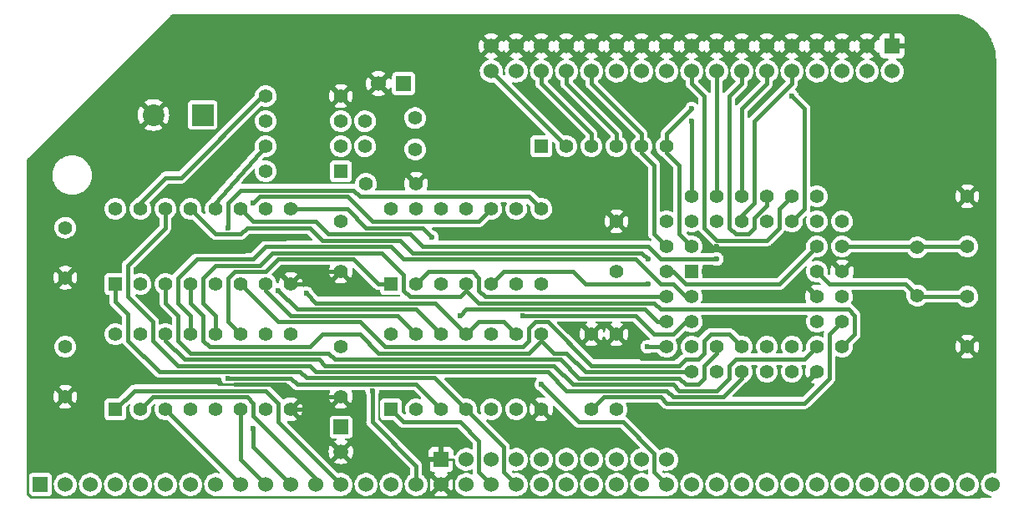
<source format=gbr>
G04 #@! TF.GenerationSoftware,KiCad,Pcbnew,(6.0.2)*
G04 #@! TF.CreationDate,2022-05-10T09:25:42-07:00*
G04 #@! TF.ProjectId,Z80-FDC,5a38302d-4644-4432-9e6b-696361645f70,1.2*
G04 #@! TF.SameCoordinates,Original*
G04 #@! TF.FileFunction,Copper,L2,Bot*
G04 #@! TF.FilePolarity,Positive*
%FSLAX46Y46*%
G04 Gerber Fmt 4.6, Leading zero omitted, Abs format (unit mm)*
G04 Created by KiCad (PCBNEW (6.0.2)) date 2022-05-10 09:25:42*
%MOMM*%
%LPD*%
G01*
G04 APERTURE LIST*
G04 #@! TA.AperFunction,ComponentPad*
%ADD10C,1.490980*%
G04 #@! TD*
G04 #@! TA.AperFunction,ComponentPad*
%ADD11R,1.490980X1.490980*%
G04 #@! TD*
G04 #@! TA.AperFunction,ComponentPad*
%ADD12R,1.524000X1.524000*%
G04 #@! TD*
G04 #@! TA.AperFunction,ComponentPad*
%ADD13C,1.524000*%
G04 #@! TD*
G04 #@! TA.AperFunction,ComponentPad*
%ADD14C,1.397000*%
G04 #@! TD*
G04 #@! TA.AperFunction,ComponentPad*
%ADD15R,1.397000X1.397000*%
G04 #@! TD*
G04 #@! TA.AperFunction,ComponentPad*
%ADD16R,2.200000X2.200000*%
G04 #@! TD*
G04 #@! TA.AperFunction,ComponentPad*
%ADD17C,2.200000*%
G04 #@! TD*
G04 #@! TA.AperFunction,ViaPad*
%ADD18C,0.600000*%
G04 #@! TD*
G04 #@! TA.AperFunction,Conductor*
%ADD19C,0.400000*%
G04 #@! TD*
G04 #@! TA.AperFunction,Conductor*
%ADD20C,0.800000*%
G04 #@! TD*
G04 #@! TA.AperFunction,Conductor*
%ADD21C,0.250000*%
G04 #@! TD*
G04 #@! TA.AperFunction,Conductor*
%ADD22C,0.300000*%
G04 #@! TD*
G04 APERTURE END LIST*
D10*
X157480000Y-123678000D03*
D11*
X157480000Y-121178000D03*
D12*
X167640000Y-124460000D03*
D13*
X170180000Y-124460000D03*
X172720000Y-124460000D03*
X175260000Y-124460000D03*
X177800000Y-124460000D03*
X180340000Y-124460000D03*
X182880000Y-124460000D03*
X185420000Y-124460000D03*
X187960000Y-124460000D03*
X190500000Y-124460000D03*
D12*
X127000000Y-127000000D03*
D13*
X129540000Y-127000000D03*
X132080000Y-127000000D03*
X134620000Y-127000000D03*
X137160000Y-127000000D03*
X139700000Y-127000000D03*
X142240000Y-127000000D03*
X144780000Y-127000000D03*
X147320000Y-127000000D03*
X149860000Y-127000000D03*
X152400000Y-127000000D03*
X154940000Y-127000000D03*
X157480000Y-127000000D03*
X160020000Y-127000000D03*
X162560000Y-127000000D03*
X165100000Y-127000000D03*
X167640000Y-127000000D03*
X170180000Y-127000000D03*
X172720000Y-127000000D03*
X175260000Y-127000000D03*
X177800000Y-127000000D03*
X180340000Y-127000000D03*
X182880000Y-127000000D03*
X185420000Y-127000000D03*
X187960000Y-127000000D03*
X190500000Y-127000000D03*
X193040000Y-127000000D03*
X195580000Y-127000000D03*
X198120000Y-127000000D03*
X200660000Y-127000000D03*
X203200000Y-127000000D03*
X205740000Y-127000000D03*
X208280000Y-127000000D03*
X210820000Y-127000000D03*
X213360000Y-127000000D03*
X215900000Y-127000000D03*
X218440000Y-127000000D03*
X220980000Y-127000000D03*
X223520000Y-127000000D03*
D14*
X185420000Y-105410000D03*
X185420000Y-100330000D03*
X129540000Y-106045000D03*
X129540000Y-100965000D03*
X157480000Y-100330000D03*
X157480000Y-105410000D03*
D12*
X163830000Y-86360000D03*
D13*
X161290000Y-86360000D03*
D14*
X129540000Y-113030000D03*
X129540000Y-118110000D03*
X160020000Y-96520000D03*
X165100000Y-96520000D03*
X157480000Y-113030000D03*
X157480000Y-118110000D03*
X220980000Y-102870000D03*
X220980000Y-97790000D03*
X215900000Y-102969060D03*
X215900000Y-107850940D03*
X159931316Y-92717500D03*
X159931316Y-90177500D03*
X165011316Y-93035000D03*
X165011316Y-89860000D03*
X182880000Y-111760000D03*
X182880000Y-119380000D03*
D15*
X162560000Y-119380000D03*
D14*
X165100000Y-119380000D03*
X167640000Y-119380000D03*
X170180000Y-119380000D03*
X172720000Y-119380000D03*
X175260000Y-119380000D03*
X177800000Y-119380000D03*
X177800000Y-111760000D03*
X175260000Y-111760000D03*
X172720000Y-111760000D03*
X170180000Y-111760000D03*
X167640000Y-111760000D03*
X165100000Y-111760000D03*
X162560000Y-111760000D03*
X134620000Y-111760000D03*
X137160000Y-111760000D03*
X139700000Y-111760000D03*
X142240000Y-111760000D03*
X144780000Y-111760000D03*
X147320000Y-111760000D03*
X149860000Y-111760000D03*
X152400000Y-111760000D03*
X152400000Y-119380000D03*
X149860000Y-119380000D03*
X147320000Y-119380000D03*
X144780000Y-119380000D03*
X142240000Y-119380000D03*
X139700000Y-119380000D03*
X137160000Y-119380000D03*
D15*
X134620000Y-119380000D03*
X162560000Y-106680000D03*
D14*
X165100000Y-106680000D03*
X167640000Y-106680000D03*
X170180000Y-106680000D03*
X172720000Y-106680000D03*
X175260000Y-106680000D03*
X177800000Y-106680000D03*
X177800000Y-99060000D03*
X175260000Y-99060000D03*
X172720000Y-99060000D03*
X170180000Y-99060000D03*
X167640000Y-99060000D03*
X165100000Y-99060000D03*
X162560000Y-99060000D03*
D15*
X157480000Y-95250000D03*
D14*
X157480000Y-92710000D03*
X157480000Y-90170000D03*
X157480000Y-87630000D03*
X149860000Y-87630000D03*
X149860000Y-90170000D03*
X149860000Y-92710000D03*
X149860000Y-95250000D03*
D15*
X177800000Y-92710000D03*
D14*
X180340000Y-92710000D03*
X182880000Y-92710000D03*
X185420000Y-92710000D03*
X187960000Y-92710000D03*
X190500000Y-92710000D03*
D16*
X143470000Y-89535000D03*
D17*
X138470000Y-89535000D03*
D15*
X193040000Y-105410000D03*
D14*
X190500000Y-107950000D03*
X193040000Y-107950000D03*
X190500000Y-110490000D03*
X193040000Y-110490000D03*
X190500000Y-113030000D03*
X193040000Y-115570000D03*
X193040000Y-113030000D03*
X195580000Y-115570000D03*
X195580000Y-113030000D03*
X198120000Y-115570000D03*
X198120000Y-113030000D03*
X200660000Y-115570000D03*
X200660000Y-113030000D03*
X203200000Y-115570000D03*
X203200000Y-113030000D03*
X205740000Y-115570000D03*
X208280000Y-113030000D03*
X205740000Y-113030000D03*
X208280000Y-110490000D03*
X205740000Y-110490000D03*
X208280000Y-107950000D03*
X205740000Y-107950000D03*
X208280000Y-105410000D03*
X205740000Y-105410000D03*
X208280000Y-102870000D03*
X205740000Y-102870000D03*
X208280000Y-100330000D03*
X205740000Y-97790000D03*
X205740000Y-100330000D03*
X203200000Y-97790000D03*
X203200000Y-100330000D03*
X200660000Y-97790000D03*
X200660000Y-100330000D03*
X198120000Y-97790000D03*
X198120000Y-100330000D03*
X195580000Y-97790000D03*
X195580000Y-100330000D03*
X193040000Y-97790000D03*
X190500000Y-100330000D03*
X193040000Y-100330000D03*
X190500000Y-102870000D03*
X193040000Y-102870000D03*
X190500000Y-105410000D03*
D15*
X134620000Y-106680000D03*
D14*
X137160000Y-106680000D03*
X139700000Y-106680000D03*
X142240000Y-106680000D03*
X144780000Y-106680000D03*
X147320000Y-106680000D03*
X149860000Y-106680000D03*
X152400000Y-106680000D03*
X152400000Y-99060000D03*
X149860000Y-99060000D03*
X147320000Y-99060000D03*
X144780000Y-99060000D03*
X142240000Y-99060000D03*
X139700000Y-99060000D03*
X137160000Y-99060000D03*
X134620000Y-99060000D03*
X185420000Y-111760000D03*
X185420000Y-119380000D03*
D12*
X213360000Y-82550000D03*
D13*
X213360000Y-85090000D03*
X210820000Y-82550000D03*
X210820000Y-85090000D03*
X208280000Y-82550000D03*
X208280000Y-85090000D03*
X205740000Y-82550000D03*
X205740000Y-85090000D03*
X203200000Y-82550000D03*
X203200000Y-85090000D03*
X200660000Y-82550000D03*
X200660000Y-85090000D03*
X198120000Y-82550000D03*
X198120000Y-85090000D03*
X195580000Y-82550000D03*
X195580000Y-85090000D03*
X193040000Y-82550000D03*
X193040000Y-85090000D03*
X190500000Y-82550000D03*
X190500000Y-85090000D03*
X187960000Y-82550000D03*
X187960000Y-85090000D03*
X185420000Y-82550000D03*
X185420000Y-85090000D03*
X182880000Y-82550000D03*
X182880000Y-85090000D03*
X180340000Y-82550000D03*
X180340000Y-85090000D03*
X177800000Y-82550000D03*
X177800000Y-85090000D03*
X175260000Y-82550000D03*
X175260000Y-85090000D03*
X172720000Y-82550000D03*
X172720000Y-85090000D03*
D14*
X220980000Y-107950000D03*
X220980000Y-113030000D03*
D18*
X138430000Y-104140000D03*
X146685000Y-103187500D03*
X151765000Y-101917500D03*
X138430000Y-109220000D03*
X144780000Y-95885000D03*
X127000000Y-121920000D03*
X190500000Y-96520000D03*
X195580000Y-107950000D03*
X187325000Y-96520000D03*
X195580000Y-102884500D03*
X220980000Y-121920000D03*
X187325000Y-95250000D03*
X203200000Y-110490000D03*
X194310000Y-105410000D03*
X187960000Y-119380000D03*
X195580000Y-110490000D03*
X203200000Y-102870000D03*
X188580500Y-113030000D03*
X148590000Y-98425000D03*
X148590000Y-121285000D03*
X169545000Y-109855000D03*
X160655000Y-117489500D03*
X188595000Y-106680000D03*
X177800000Y-116840000D03*
X188595000Y-104140000D03*
X195580000Y-104140000D03*
X193040000Y-90170000D03*
X193040000Y-88900000D03*
X203200000Y-87630000D03*
X175895000Y-109869500D03*
X153987500Y-107632500D03*
X151130000Y-107315000D03*
X166687500Y-101917500D03*
X146050000Y-100965000D03*
X146050000Y-116219500D03*
D19*
X139700000Y-95885000D02*
X141287500Y-95885000D01*
X137160000Y-99060000D02*
X137160000Y-98425000D01*
X137160000Y-98425000D02*
X139700000Y-95885000D01*
X141287500Y-95885000D02*
X149542500Y-87630000D01*
X149542500Y-87630000D02*
X149860000Y-87630000D01*
X159067500Y-119697500D02*
X157480000Y-118110000D01*
X159067500Y-122090500D02*
X159067500Y-119697500D01*
X157480000Y-123678000D02*
X159067500Y-122090500D01*
X155087000Y-121285000D02*
X157480000Y-123678000D01*
X154305000Y-121285000D02*
X155087000Y-121285000D01*
X147305489Y-101614511D02*
X144794511Y-101614511D01*
X154305000Y-100965000D02*
X147955000Y-100965000D01*
X147955000Y-100965000D02*
X147305489Y-101614511D01*
X144794511Y-101614511D02*
X142240000Y-99060000D01*
X163512500Y-102235000D02*
X155575000Y-102235000D01*
X155575000Y-102235000D02*
X154305000Y-100965000D01*
X187960000Y-103505000D02*
X164782500Y-103505000D01*
X188595000Y-104140000D02*
X187960000Y-103505000D01*
X164782500Y-103505000D02*
X163512500Y-102235000D01*
X159385000Y-97790000D02*
X176530000Y-97790000D01*
X158750000Y-97155000D02*
X159385000Y-97790000D01*
X147320000Y-97155000D02*
X158750000Y-97155000D01*
X146050000Y-100965000D02*
X146050000Y-98425000D01*
X146050000Y-98425000D02*
X147320000Y-97155000D01*
X176530000Y-97790000D02*
X177800000Y-99060000D01*
D20*
X147637500Y-103187500D02*
X139382500Y-103187500D01*
X148907500Y-101917500D02*
X147637500Y-103187500D01*
X151765000Y-101917500D02*
X148907500Y-101917500D01*
D21*
X140970000Y-101600000D02*
X139382500Y-103187500D01*
X139382500Y-103187500D02*
X138430000Y-104140000D01*
D19*
X142875000Y-104140000D02*
X148590000Y-104140000D01*
X162560000Y-102870000D02*
X149860000Y-102870000D01*
X148590000Y-104140000D02*
X149860000Y-102870000D01*
X142875000Y-104140000D02*
X140970000Y-106045000D01*
X144780000Y-104775000D02*
X149225000Y-104775000D01*
X150495000Y-103505000D02*
X161607500Y-103505000D01*
X149225000Y-104775000D02*
X150495000Y-103505000D01*
X143510000Y-106045000D02*
X144780000Y-104775000D01*
X149860000Y-105410000D02*
X151130000Y-104140000D01*
X146685000Y-105410000D02*
X149860000Y-105410000D01*
X151130000Y-104140000D02*
X158750000Y-104140000D01*
X146050000Y-106045000D02*
X146685000Y-105410000D01*
X148590000Y-100330000D02*
X154940000Y-100330000D01*
X154940000Y-100330000D02*
X156210000Y-101600000D01*
X164465000Y-101600000D02*
X156210000Y-101600000D01*
X148590000Y-100330000D02*
X147320000Y-99060000D01*
X167005000Y-108585000D02*
X170180000Y-111760000D01*
X153987500Y-107632500D02*
X154940000Y-108585000D01*
X154940000Y-108585000D02*
X167005000Y-108585000D01*
D21*
X193675000Y-111760000D02*
X192405000Y-111760000D01*
X192405000Y-111760000D02*
X191770000Y-112395000D01*
X167005000Y-88265000D02*
X172720000Y-82550000D01*
X213995000Y-120015000D02*
X220980000Y-113030000D01*
X187960000Y-119380000D02*
X188595000Y-120015000D01*
X202565000Y-103505000D02*
X203200000Y-102870000D01*
X125730000Y-119380000D02*
X128270000Y-119380000D01*
D22*
X153352500Y-118427500D02*
X151765000Y-116840000D01*
D19*
X154146250Y-106680000D02*
X155416250Y-105410000D01*
D21*
X167640000Y-127000000D02*
X166370000Y-128270000D01*
X144780000Y-116522500D02*
X131127500Y-116522500D01*
X161290000Y-86360000D02*
X163195000Y-88265000D01*
X191135000Y-114300000D02*
X187960000Y-114300000D01*
X125730000Y-119380000D02*
X125730000Y-107315000D01*
X165100000Y-96520000D02*
X163195000Y-94615000D01*
X168910000Y-124460000D02*
X167640000Y-124460000D01*
X152400000Y-119380000D02*
X153352500Y-118427500D01*
X203200000Y-110490000D02*
X194945000Y-110490000D01*
D19*
X154305000Y-121285000D02*
X157480000Y-118110000D01*
D21*
X166370000Y-128270000D02*
X166370000Y-124460000D01*
X177800000Y-119380000D02*
X179070000Y-120650000D01*
X128270000Y-107315000D02*
X129540000Y-106045000D01*
X125730000Y-107315000D02*
X128270000Y-107315000D01*
X125730000Y-121920000D02*
X125730000Y-119380000D01*
X126047500Y-128270000D02*
X125730000Y-127952500D01*
X179070000Y-128270000D02*
X222250000Y-128270000D01*
X167640000Y-127000000D02*
X168910000Y-128270000D01*
X220980000Y-121920000D02*
X220980000Y-115570000D01*
X143510000Y-97155000D02*
X142240000Y-97155000D01*
D19*
X155575000Y-118110000D02*
X157480000Y-118110000D01*
D21*
X185420000Y-100330000D02*
X187325000Y-98425000D01*
D19*
X155416250Y-105410000D02*
X157480000Y-105410000D01*
D21*
X188595000Y-120015000D02*
X213995000Y-120015000D01*
X194945000Y-110490000D02*
X193675000Y-111760000D01*
X200660000Y-105410000D02*
X202565000Y-103505000D01*
X191770000Y-113665000D02*
X191135000Y-114300000D01*
D19*
X154305000Y-119380000D02*
X155575000Y-118110000D01*
X152400000Y-119380000D02*
X154305000Y-119380000D01*
D21*
X168910000Y-128270000D02*
X168910000Y-124460000D01*
X166370000Y-128270000D02*
X126047500Y-128270000D01*
X179070000Y-120650000D02*
X179070000Y-128270000D01*
X140970000Y-98425000D02*
X140970000Y-101600000D01*
X142240000Y-97155000D02*
X140970000Y-98425000D01*
X191770000Y-112395000D02*
X191770000Y-113665000D01*
D19*
X151765000Y-116840000D02*
X146685000Y-116840000D01*
D21*
X187325000Y-96520000D02*
X187325000Y-95250000D01*
X145097500Y-116840000D02*
X144780000Y-116522500D01*
X196200500Y-103505000D02*
X202565000Y-103505000D01*
X163195000Y-94615000D02*
X163195000Y-88265000D01*
X128270000Y-119380000D02*
X129540000Y-118110000D01*
X138430000Y-104140000D02*
X138430000Y-109220000D01*
X220980000Y-115570000D02*
X222250000Y-114300000D01*
X195580000Y-102884500D02*
X196200500Y-103505000D01*
X131127500Y-116522500D02*
X129540000Y-118110000D01*
X187960000Y-114300000D02*
X185420000Y-111760000D01*
X194310000Y-105410000D02*
X200660000Y-105410000D01*
X157480000Y-87630000D02*
X158750000Y-88900000D01*
X125730000Y-127952500D02*
X125730000Y-121920000D01*
X158750000Y-88900000D02*
X161290000Y-86360000D01*
X222250000Y-114300000D02*
X220980000Y-113030000D01*
X187325000Y-98425000D02*
X187325000Y-96520000D01*
X125730000Y-121920000D02*
X127000000Y-121920000D01*
X166370000Y-128270000D02*
X168910000Y-128270000D01*
X166370000Y-124460000D02*
X167640000Y-124460000D01*
X163195000Y-88265000D02*
X167005000Y-88265000D01*
X146685000Y-116840000D02*
X145097500Y-116840000D01*
X168910000Y-128270000D02*
X179070000Y-128270000D01*
X144780000Y-95885000D02*
X143510000Y-97155000D01*
D19*
X152400000Y-106680000D02*
X154146250Y-106680000D01*
X154305000Y-121285000D02*
X152400000Y-119380000D01*
X201930000Y-106680000D02*
X205740000Y-102870000D01*
X191135000Y-105410000D02*
X192405000Y-106680000D01*
X192405000Y-106680000D02*
X201930000Y-106680000D01*
X190500000Y-113030000D02*
X188580500Y-113030000D01*
X190500000Y-105410000D02*
X191135000Y-105410000D01*
X214729060Y-106680000D02*
X215900000Y-107850940D01*
X205740000Y-105410000D02*
X207010000Y-106680000D01*
X220980000Y-107950000D02*
X215999060Y-107950000D01*
X215999060Y-107950000D02*
X215900000Y-107850940D01*
X207010000Y-106680000D02*
X214729060Y-106680000D01*
X147320000Y-127000000D02*
X139700000Y-119380000D01*
X147320000Y-124460000D02*
X149860000Y-127000000D01*
X147320000Y-119380000D02*
X147320000Y-124460000D01*
X148590000Y-121285000D02*
X148590000Y-123190000D01*
X160655000Y-100330000D02*
X171450000Y-100330000D01*
X148590000Y-123190000D02*
X152400000Y-127000000D01*
X171450000Y-100330000D02*
X172720000Y-99060000D01*
X148590000Y-98425000D02*
X149225000Y-97790000D01*
X149225000Y-97790000D02*
X158115000Y-97790000D01*
X158115000Y-97790000D02*
X160655000Y-100330000D01*
X148590000Y-118745000D02*
X147955000Y-118110000D01*
X147955000Y-118110000D02*
X138430000Y-118110000D01*
X138430000Y-118110000D02*
X137160000Y-119380000D01*
X154940000Y-127000000D02*
X154940000Y-126365000D01*
X148590000Y-120015000D02*
X148590000Y-118745000D01*
X154940000Y-126365000D02*
X148590000Y-120015000D01*
X149860000Y-117475000D02*
X136525000Y-117475000D01*
X136525000Y-117475000D02*
X134620000Y-119380000D01*
X151130000Y-118745000D02*
X149860000Y-117475000D01*
X151130000Y-120650000D02*
X151130000Y-118745000D01*
X157480000Y-127000000D02*
X151130000Y-120650000D01*
X189547500Y-110490000D02*
X190500000Y-110490000D01*
X188277500Y-109220000D02*
X189547500Y-110490000D01*
X169545000Y-109855000D02*
X170180000Y-109220000D01*
X160655000Y-117489500D02*
X160655000Y-120650000D01*
X170180000Y-109220000D02*
X188277500Y-109220000D01*
X160655000Y-120650000D02*
X165100000Y-125095000D01*
X165100000Y-125095000D02*
X165100000Y-127000000D01*
X163830000Y-120650000D02*
X169545000Y-120650000D01*
X162560000Y-119380000D02*
X163830000Y-120650000D01*
X171450000Y-122555000D02*
X171450000Y-125730000D01*
X169545000Y-120650000D02*
X171450000Y-122555000D01*
X171450000Y-125730000D02*
X172720000Y-127000000D01*
X153958489Y-116175989D02*
X166975989Y-116175989D01*
X134620000Y-108478944D02*
X135890000Y-109748944D01*
X170180000Y-119380000D02*
X173990000Y-123190000D01*
X153352500Y-115570000D02*
X153958489Y-116175989D01*
X134620000Y-106680000D02*
X134620000Y-108478944D01*
X173990000Y-123190000D02*
X173990000Y-125730000D01*
X139065000Y-115570000D02*
X153352500Y-115570000D01*
X135890000Y-112395000D02*
X139065000Y-115570000D01*
X173990000Y-125730000D02*
X175260000Y-127000000D01*
X166975989Y-116175989D02*
X170180000Y-119380000D01*
X135890000Y-109748944D02*
X135890000Y-112395000D01*
X171450000Y-106045000D02*
X170815000Y-105410000D01*
X166370000Y-105410000D02*
X165100000Y-106680000D01*
X172085000Y-107950000D02*
X171450000Y-107315000D01*
X170815000Y-105410000D02*
X166370000Y-105410000D01*
X190500000Y-107950000D02*
X172085000Y-107950000D01*
X171450000Y-107315000D02*
X171450000Y-106045000D01*
X180975000Y-105410000D02*
X182245000Y-106680000D01*
X182245000Y-106680000D02*
X188595000Y-106680000D01*
X173990000Y-105410000D02*
X180975000Y-105410000D01*
X172720000Y-106680000D02*
X173990000Y-105410000D01*
X181610000Y-120650000D02*
X186055000Y-120650000D01*
X189230000Y-125730000D02*
X189230000Y-123825000D01*
X189230000Y-123825000D02*
X186055000Y-120650000D01*
X190500000Y-127000000D02*
X189230000Y-125730000D01*
X177800000Y-116840000D02*
X181610000Y-120650000D01*
X143510000Y-109855000D02*
X142240000Y-108585000D01*
X155575000Y-111760000D02*
X154305000Y-113030000D01*
X143510000Y-112395000D02*
X143510000Y-109855000D01*
X179070000Y-113665000D02*
X180340000Y-113665000D01*
X154305000Y-113030000D02*
X144145000Y-113030000D01*
X144145000Y-113030000D02*
X143510000Y-112395000D01*
X142240000Y-108585000D02*
X142240000Y-106680000D01*
X177800000Y-112395000D02*
X176530000Y-113665000D01*
X180340000Y-113665000D02*
X182245000Y-115570000D01*
X177800000Y-112395000D02*
X179070000Y-113665000D01*
X176530000Y-113665000D02*
X161290000Y-113665000D01*
X161290000Y-113665000D02*
X159385000Y-111760000D01*
X159385000Y-111760000D02*
X155575000Y-111760000D01*
X177800000Y-111760000D02*
X177800000Y-112395000D01*
X182245000Y-115570000D02*
X193040000Y-115570000D01*
X191770000Y-116205000D02*
X192405000Y-116840000D01*
X156845000Y-114300000D02*
X179705000Y-114300000D01*
X139700000Y-106680000D02*
X139700000Y-108585000D01*
X156210000Y-113665000D02*
X156845000Y-114300000D01*
X140970000Y-112395000D02*
X142240000Y-113665000D01*
X195580000Y-113665000D02*
X195580000Y-113030000D01*
X194310000Y-114935000D02*
X195580000Y-113665000D01*
X140970000Y-109855000D02*
X140970000Y-112395000D01*
X192405000Y-116840000D02*
X193675000Y-116840000D01*
X181610000Y-116205000D02*
X191770000Y-116205000D01*
X193675000Y-116840000D02*
X194310000Y-116205000D01*
X139700000Y-108585000D02*
X140970000Y-109855000D01*
X194310000Y-116205000D02*
X194310000Y-114935000D01*
X179705000Y-114300000D02*
X181610000Y-116205000D01*
X142240000Y-113665000D02*
X156210000Y-113665000D01*
X135890000Y-104775000D02*
X135890000Y-107950000D01*
X139700000Y-99060000D02*
X139700000Y-100965000D01*
X139700000Y-100965000D02*
X135890000Y-104775000D01*
X154940000Y-115570000D02*
X178435000Y-115570000D01*
X138430000Y-110490000D02*
X138430000Y-112395000D01*
X191135000Y-118110000D02*
X196215000Y-118110000D01*
X138430000Y-112395000D02*
X140970000Y-114935000D01*
X154305000Y-114935000D02*
X154940000Y-115570000D01*
X135890000Y-107950000D02*
X138430000Y-110490000D01*
X140970000Y-114935000D02*
X154305000Y-114935000D01*
X180340000Y-117475000D02*
X190500000Y-117475000D01*
X190500000Y-117475000D02*
X191135000Y-118110000D01*
X178435000Y-115570000D02*
X180340000Y-117475000D01*
X198120000Y-116205000D02*
X198120000Y-115570000D01*
X196215000Y-118110000D02*
X198120000Y-116205000D01*
X161925000Y-113030000D02*
X159385000Y-110490000D01*
X176530000Y-112395000D02*
X175895000Y-113030000D01*
X177165000Y-110490000D02*
X176530000Y-111125000D01*
X193675000Y-114300000D02*
X192405000Y-114300000D01*
X175895000Y-113030000D02*
X161925000Y-113030000D01*
X176530000Y-111125000D02*
X176530000Y-112395000D01*
X159385000Y-110490000D02*
X151130000Y-110490000D01*
X196850000Y-111760000D02*
X194945000Y-111760000D01*
X151130000Y-110490000D02*
X147320000Y-106680000D01*
X194310000Y-113665000D02*
X193675000Y-114300000D01*
X194945000Y-111760000D02*
X194310000Y-112395000D01*
X194310000Y-112395000D02*
X194310000Y-113665000D01*
X191770000Y-114935000D02*
X182880000Y-114935000D01*
X192405000Y-114300000D02*
X191770000Y-114935000D01*
X178435000Y-110490000D02*
X177165000Y-110490000D01*
X182880000Y-114935000D02*
X178435000Y-110490000D01*
X198120000Y-113030000D02*
X196850000Y-111760000D01*
X165735000Y-102870000D02*
X164465000Y-101600000D01*
X195580000Y-104140000D02*
X189865000Y-104140000D01*
X189865000Y-104140000D02*
X188595000Y-102870000D01*
X188595000Y-102870000D02*
X165735000Y-102870000D01*
X215800940Y-102870000D02*
X215900000Y-102969060D01*
X208280000Y-102870000D02*
X215800940Y-102870000D01*
X220980000Y-102870000D02*
X215999060Y-102870000D01*
X215999060Y-102870000D02*
X215900000Y-102969060D01*
X193040000Y-97790000D02*
X193040000Y-90170000D01*
X190500000Y-92710000D02*
X190500000Y-93345000D01*
X190500000Y-91440000D02*
X190500000Y-92710000D01*
X191770000Y-94615000D02*
X191770000Y-101600000D01*
X190500000Y-93345000D02*
X191770000Y-94615000D01*
X193040000Y-88900000D02*
X190500000Y-91440000D01*
X191770000Y-101600000D02*
X193040000Y-102870000D01*
X203200000Y-86360000D02*
X203200000Y-85090000D01*
X198120000Y-99695000D02*
X199390000Y-98425000D01*
X198120000Y-100330000D02*
X198120000Y-99695000D01*
X199390000Y-90170000D02*
X203200000Y-86360000D01*
X199390000Y-98425000D02*
X199390000Y-90170000D01*
X200660000Y-86360000D02*
X200660000Y-85090000D01*
X198120000Y-88900000D02*
X200660000Y-86360000D01*
X198120000Y-97790000D02*
X198120000Y-88900000D01*
X198755000Y-101600000D02*
X197485000Y-101600000D01*
X196850000Y-87630000D02*
X198120000Y-86360000D01*
X199390000Y-100965000D02*
X198755000Y-101600000D01*
X199390000Y-100012500D02*
X199390000Y-100965000D01*
X196850000Y-100965000D02*
X196850000Y-87630000D01*
X200660000Y-98742500D02*
X199390000Y-100012500D01*
X197485000Y-101600000D02*
X196850000Y-100965000D01*
X198120000Y-86360000D02*
X198120000Y-85090000D01*
X200660000Y-97790000D02*
X200660000Y-98742500D01*
X195580000Y-97790000D02*
X195580000Y-85090000D01*
X201930000Y-99060000D02*
X201930000Y-100965000D01*
X194310000Y-100965000D02*
X194310000Y-87630000D01*
X195580000Y-102235000D02*
X194310000Y-100965000D01*
X194310000Y-87630000D02*
X193040000Y-86360000D01*
X203200000Y-97790000D02*
X201930000Y-99060000D01*
X200660000Y-102235000D02*
X195580000Y-102235000D01*
X201930000Y-100965000D02*
X200660000Y-102235000D01*
X193040000Y-86360000D02*
X193040000Y-85090000D01*
X204470000Y-88900000D02*
X204470000Y-99060000D01*
X204470000Y-99060000D02*
X203200000Y-100330000D01*
X203200000Y-87630000D02*
X204470000Y-88900000D01*
X187960000Y-93345000D02*
X187960000Y-92710000D01*
X189230000Y-101600000D02*
X189230000Y-94615000D01*
X190500000Y-102870000D02*
X189230000Y-101600000D01*
X182880000Y-85090000D02*
X182880000Y-86360000D01*
X182880000Y-86360000D02*
X187960000Y-91440000D01*
X189230000Y-94615000D02*
X187960000Y-93345000D01*
X187960000Y-91440000D02*
X187960000Y-92710000D01*
X182880000Y-91440000D02*
X182880000Y-92710000D01*
X177800000Y-86360000D02*
X182880000Y-91440000D01*
X177800000Y-85090000D02*
X177800000Y-86360000D01*
X185420000Y-91440000D02*
X185420000Y-92710000D01*
X180340000Y-86360000D02*
X185420000Y-91440000D01*
X180340000Y-85090000D02*
X180340000Y-86360000D01*
X172720000Y-85090000D02*
X180340000Y-92710000D01*
X184150000Y-118110000D02*
X189865000Y-118110000D01*
X207010000Y-111760000D02*
X208280000Y-110490000D01*
X182880000Y-119380000D02*
X184150000Y-118110000D01*
X207010000Y-116205000D02*
X207010000Y-111760000D01*
X204470000Y-118745000D02*
X207010000Y-116205000D01*
X189865000Y-118110000D02*
X190500000Y-118745000D01*
X190500000Y-118745000D02*
X204470000Y-118745000D01*
X189865000Y-106680000D02*
X187325000Y-104140000D01*
X192405000Y-107950000D02*
X191135000Y-106680000D01*
X140970000Y-108585000D02*
X142240000Y-109855000D01*
X193040000Y-107950000D02*
X192405000Y-107950000D01*
X163830000Y-104140000D02*
X162560000Y-102870000D01*
X140970000Y-106045000D02*
X140970000Y-108585000D01*
X191135000Y-106680000D02*
X189865000Y-106680000D01*
X142240000Y-109855000D02*
X142240000Y-111760000D01*
X187325000Y-104140000D02*
X163830000Y-104140000D01*
X191135000Y-111760000D02*
X189230000Y-111760000D01*
X193040000Y-110490000D02*
X192405000Y-110490000D01*
X189230000Y-111760000D02*
X187325000Y-109855000D01*
X175909500Y-109855000D02*
X175895000Y-109869500D01*
X187325000Y-109855000D02*
X175909500Y-109855000D01*
X192405000Y-110490000D02*
X191135000Y-111760000D01*
X143510000Y-108585000D02*
X143510000Y-106045000D01*
X170180000Y-106680000D02*
X170180000Y-107315000D01*
X189230000Y-108585000D02*
X189865000Y-109220000D01*
X161607500Y-103505000D02*
X163830000Y-105727500D01*
X169545000Y-107950000D02*
X170180000Y-107315000D01*
X209550000Y-109855000D02*
X209550000Y-111760000D01*
X171450000Y-108585000D02*
X189230000Y-108585000D01*
X170180000Y-107315000D02*
X171450000Y-108585000D01*
X144780000Y-111760000D02*
X144780000Y-109855000D01*
X163830000Y-107315000D02*
X164465000Y-107950000D01*
X209550000Y-111760000D02*
X208280000Y-113030000D01*
X164465000Y-107950000D02*
X169545000Y-107950000D01*
X208915000Y-109220000D02*
X209550000Y-109855000D01*
X144780000Y-109855000D02*
X143510000Y-108585000D01*
X163830000Y-105727500D02*
X163830000Y-107315000D01*
X189865000Y-109220000D02*
X208915000Y-109220000D01*
X197485000Y-114300000D02*
X204470000Y-114300000D01*
X191135000Y-116840000D02*
X191770000Y-117475000D01*
X141605000Y-114300000D02*
X155257500Y-114300000D01*
X204470000Y-114300000D02*
X205740000Y-113030000D01*
X139700000Y-111760000D02*
X139700000Y-112395000D01*
X180975000Y-116840000D02*
X191135000Y-116840000D01*
X155257500Y-114300000D02*
X155892500Y-114935000D01*
X155892500Y-114935000D02*
X179070000Y-114935000D01*
X196850000Y-114935000D02*
X197485000Y-114300000D01*
X179070000Y-114935000D02*
X180975000Y-116840000D01*
X139700000Y-112395000D02*
X141605000Y-114300000D01*
X195580000Y-117475000D02*
X196850000Y-116205000D01*
X196850000Y-116205000D02*
X196850000Y-114935000D01*
X191770000Y-117475000D02*
X195580000Y-117475000D01*
X170180000Y-111760000D02*
X171450000Y-110490000D01*
X171450000Y-110490000D02*
X173990000Y-110490000D01*
X173990000Y-110490000D02*
X175260000Y-111760000D01*
X144780000Y-98425000D02*
X149860000Y-92710000D01*
X144780000Y-99060000D02*
X144780000Y-98425000D01*
X165100000Y-111760000D02*
X163195000Y-109855000D01*
X152400000Y-109855000D02*
X149860000Y-107315000D01*
X149860000Y-107315000D02*
X149860000Y-106680000D01*
X163195000Y-109855000D02*
X152400000Y-109855000D01*
X165100000Y-109220000D02*
X153035000Y-109220000D01*
X153035000Y-109220000D02*
X151130000Y-107315000D01*
X167640000Y-111760000D02*
X165100000Y-109220000D01*
X166687500Y-101917500D02*
X165735000Y-100965000D01*
X165735000Y-100965000D02*
X160020000Y-100965000D01*
X158115000Y-99060000D02*
X152400000Y-99060000D01*
X160020000Y-100965000D02*
X158115000Y-99060000D01*
X161290000Y-106680000D02*
X162560000Y-106680000D01*
X158750000Y-104140000D02*
X161290000Y-106680000D01*
X147320000Y-111760000D02*
X146050000Y-110490000D01*
X146050000Y-110490000D02*
X146050000Y-106045000D01*
X165100000Y-116840000D02*
X167640000Y-119380000D01*
X146064500Y-116205000D02*
X152400000Y-116205000D01*
X146050000Y-116219500D02*
X146064500Y-116205000D01*
X153035000Y-116840000D02*
X165100000Y-116840000D01*
X152400000Y-116205000D02*
X153035000Y-116840000D01*
G04 #@! TA.AperFunction,Conductor*
G36*
X219178815Y-79293619D02*
G01*
X219202600Y-79297386D01*
X219210296Y-79296167D01*
X219210297Y-79296167D01*
X219217431Y-79295037D01*
X219237238Y-79293912D01*
X219607917Y-79310097D01*
X219616520Y-79310850D01*
X220014463Y-79363239D01*
X220022969Y-79364739D01*
X220414828Y-79451612D01*
X220423169Y-79453847D01*
X220805980Y-79574547D01*
X220814082Y-79577495D01*
X220985299Y-79648416D01*
X221184915Y-79731100D01*
X221192742Y-79734750D01*
X221548771Y-79920087D01*
X221556231Y-79924393D01*
X221584589Y-79942459D01*
X221894770Y-80140066D01*
X221901844Y-80145020D01*
X222220276Y-80389362D01*
X222226880Y-80394903D01*
X222522823Y-80666085D01*
X222528915Y-80672177D01*
X222800097Y-80968120D01*
X222805638Y-80974724D01*
X223049980Y-81293156D01*
X223054933Y-81300229D01*
X223270607Y-81638769D01*
X223274913Y-81646229D01*
X223403044Y-81892366D01*
X223460250Y-82002258D01*
X223463900Y-82010085D01*
X223597630Y-82332935D01*
X223617502Y-82380911D01*
X223620453Y-82389020D01*
X223739651Y-82767065D01*
X223741153Y-82771830D01*
X223743388Y-82780172D01*
X223830261Y-83172031D01*
X223831761Y-83180537D01*
X223884150Y-83578480D01*
X223884903Y-83587083D01*
X223901088Y-83957762D01*
X223899963Y-83977569D01*
X223897614Y-83992400D01*
X223898833Y-84000096D01*
X223901381Y-84016184D01*
X223902600Y-84031671D01*
X223902600Y-125770113D01*
X223883693Y-125828304D01*
X223834193Y-125864268D01*
X223784286Y-125867211D01*
X223646489Y-125839802D01*
X223646490Y-125839802D01*
X223642035Y-125838916D01*
X223533958Y-125837501D01*
X223432940Y-125836178D01*
X223432935Y-125836178D01*
X223428401Y-125836119D01*
X223423926Y-125836888D01*
X223423925Y-125836888D01*
X223412123Y-125838916D01*
X223217834Y-125872301D01*
X223017387Y-125946250D01*
X223013488Y-125948569D01*
X223013483Y-125948572D01*
X222837678Y-126053165D01*
X222833772Y-126055489D01*
X222830357Y-126058484D01*
X222830354Y-126058486D01*
X222776454Y-126105756D01*
X222673140Y-126196360D01*
X222540869Y-126364145D01*
X222441389Y-126553225D01*
X222439268Y-126560056D01*
X222384000Y-126738048D01*
X222378032Y-126757267D01*
X222352920Y-126969439D01*
X222366894Y-127182634D01*
X222368010Y-127187027D01*
X222368010Y-127187029D01*
X222400058Y-127313219D01*
X222419485Y-127389713D01*
X222508933Y-127583740D01*
X222632241Y-127758218D01*
X222785281Y-127907302D01*
X222789056Y-127909824D01*
X222789058Y-127909826D01*
X222870689Y-127964370D01*
X222962927Y-128026001D01*
X223159229Y-128110339D01*
X223344768Y-128152323D01*
X223397350Y-128183606D01*
X223421503Y-128239822D01*
X223407999Y-128299499D01*
X223361998Y-128339841D01*
X223334004Y-128347258D01*
X223318324Y-128349025D01*
X223302087Y-128348661D01*
X223302087Y-128348832D01*
X223294293Y-128348832D01*
X223286599Y-128347614D01*
X223262815Y-128351381D01*
X223247328Y-128352600D01*
X221126034Y-128352600D01*
X221067843Y-128333693D01*
X221031879Y-128284193D01*
X221031879Y-128223007D01*
X221067843Y-128173507D01*
X221111828Y-128155625D01*
X221248046Y-128135874D01*
X221252543Y-128135222D01*
X221256842Y-128133763D01*
X221256845Y-128133762D01*
X221450556Y-128068006D01*
X221454857Y-128066546D01*
X221641268Y-127962151D01*
X221805533Y-127825533D01*
X221942151Y-127661268D01*
X222046546Y-127474857D01*
X222076943Y-127385311D01*
X222113762Y-127276845D01*
X222113763Y-127276842D01*
X222115222Y-127272543D01*
X222118222Y-127251851D01*
X222145460Y-127064001D01*
X222145461Y-127063993D01*
X222145880Y-127061101D01*
X222147328Y-127005828D01*
X222147404Y-127002914D01*
X222147404Y-127002909D01*
X222147480Y-127000000D01*
X222146945Y-126994172D01*
X222128345Y-126791762D01*
X222127930Y-126787244D01*
X222097291Y-126678605D01*
X222071168Y-126585981D01*
X222071168Y-126585980D01*
X222069936Y-126581613D01*
X222058072Y-126557555D01*
X221977451Y-126394070D01*
X221977449Y-126394066D01*
X221975440Y-126389993D01*
X221847607Y-126218803D01*
X221690717Y-126073776D01*
X221658056Y-126053168D01*
X221513862Y-125962189D01*
X221510025Y-125959768D01*
X221311582Y-125880597D01*
X221102035Y-125838916D01*
X220993958Y-125837501D01*
X220892940Y-125836178D01*
X220892935Y-125836178D01*
X220888401Y-125836119D01*
X220883926Y-125836888D01*
X220883925Y-125836888D01*
X220872123Y-125838916D01*
X220677834Y-125872301D01*
X220477387Y-125946250D01*
X220473488Y-125948569D01*
X220473483Y-125948572D01*
X220297678Y-126053165D01*
X220293772Y-126055489D01*
X220290357Y-126058484D01*
X220290354Y-126058486D01*
X220236454Y-126105756D01*
X220133140Y-126196360D01*
X220000869Y-126364145D01*
X219901389Y-126553225D01*
X219899268Y-126560056D01*
X219844000Y-126738048D01*
X219838032Y-126757267D01*
X219812920Y-126969439D01*
X219826894Y-127182634D01*
X219828010Y-127187027D01*
X219828010Y-127187029D01*
X219860058Y-127313219D01*
X219879485Y-127389713D01*
X219968933Y-127583740D01*
X220092241Y-127758218D01*
X220245281Y-127907302D01*
X220249056Y-127909824D01*
X220249058Y-127909826D01*
X220330689Y-127964370D01*
X220422927Y-128026001D01*
X220619229Y-128110339D01*
X220825620Y-128157041D01*
X220878203Y-128188325D01*
X220902356Y-128244542D01*
X220888852Y-128304218D01*
X220842850Y-128344560D01*
X220803771Y-128352600D01*
X218586034Y-128352600D01*
X218527843Y-128333693D01*
X218491879Y-128284193D01*
X218491879Y-128223007D01*
X218527843Y-128173507D01*
X218571828Y-128155625D01*
X218708046Y-128135874D01*
X218712543Y-128135222D01*
X218716842Y-128133763D01*
X218716845Y-128133762D01*
X218910556Y-128068006D01*
X218914857Y-128066546D01*
X219101268Y-127962151D01*
X219265533Y-127825533D01*
X219402151Y-127661268D01*
X219506546Y-127474857D01*
X219536943Y-127385311D01*
X219573762Y-127276845D01*
X219573763Y-127276842D01*
X219575222Y-127272543D01*
X219578222Y-127251851D01*
X219605460Y-127064001D01*
X219605461Y-127063993D01*
X219605880Y-127061101D01*
X219607328Y-127005828D01*
X219607404Y-127002914D01*
X219607404Y-127002909D01*
X219607480Y-127000000D01*
X219606945Y-126994172D01*
X219588345Y-126791762D01*
X219587930Y-126787244D01*
X219557291Y-126678605D01*
X219531168Y-126585981D01*
X219531168Y-126585980D01*
X219529936Y-126581613D01*
X219518072Y-126557555D01*
X219437451Y-126394070D01*
X219437449Y-126394066D01*
X219435440Y-126389993D01*
X219307607Y-126218803D01*
X219150717Y-126073776D01*
X219118056Y-126053168D01*
X218973862Y-125962189D01*
X218970025Y-125959768D01*
X218771582Y-125880597D01*
X218562035Y-125838916D01*
X218453958Y-125837501D01*
X218352940Y-125836178D01*
X218352935Y-125836178D01*
X218348401Y-125836119D01*
X218343926Y-125836888D01*
X218343925Y-125836888D01*
X218332123Y-125838916D01*
X218137834Y-125872301D01*
X217937387Y-125946250D01*
X217933488Y-125948569D01*
X217933483Y-125948572D01*
X217757678Y-126053165D01*
X217753772Y-126055489D01*
X217750357Y-126058484D01*
X217750354Y-126058486D01*
X217696454Y-126105756D01*
X217593140Y-126196360D01*
X217460869Y-126364145D01*
X217361389Y-126553225D01*
X217359268Y-126560056D01*
X217304000Y-126738048D01*
X217298032Y-126757267D01*
X217272920Y-126969439D01*
X217286894Y-127182634D01*
X217288010Y-127187027D01*
X217288010Y-127187029D01*
X217320058Y-127313219D01*
X217339485Y-127389713D01*
X217428933Y-127583740D01*
X217552241Y-127758218D01*
X217705281Y-127907302D01*
X217709056Y-127909824D01*
X217709058Y-127909826D01*
X217790689Y-127964370D01*
X217882927Y-128026001D01*
X218079229Y-128110339D01*
X218285620Y-128157041D01*
X218338203Y-128188325D01*
X218362356Y-128244542D01*
X218348852Y-128304218D01*
X218302850Y-128344560D01*
X218263771Y-128352600D01*
X216046034Y-128352600D01*
X215987843Y-128333693D01*
X215951879Y-128284193D01*
X215951879Y-128223007D01*
X215987843Y-128173507D01*
X216031828Y-128155625D01*
X216168046Y-128135874D01*
X216172543Y-128135222D01*
X216176842Y-128133763D01*
X216176845Y-128133762D01*
X216370556Y-128068006D01*
X216374857Y-128066546D01*
X216561268Y-127962151D01*
X216725533Y-127825533D01*
X216862151Y-127661268D01*
X216966546Y-127474857D01*
X216996943Y-127385311D01*
X217033762Y-127276845D01*
X217033763Y-127276842D01*
X217035222Y-127272543D01*
X217038222Y-127251851D01*
X217065460Y-127064001D01*
X217065461Y-127063993D01*
X217065880Y-127061101D01*
X217067328Y-127005828D01*
X217067404Y-127002914D01*
X217067404Y-127002909D01*
X217067480Y-127000000D01*
X217066945Y-126994172D01*
X217048345Y-126791762D01*
X217047930Y-126787244D01*
X217017291Y-126678605D01*
X216991168Y-126585981D01*
X216991168Y-126585980D01*
X216989936Y-126581613D01*
X216978072Y-126557555D01*
X216897451Y-126394070D01*
X216897449Y-126394066D01*
X216895440Y-126389993D01*
X216767607Y-126218803D01*
X216610717Y-126073776D01*
X216578056Y-126053168D01*
X216433862Y-125962189D01*
X216430025Y-125959768D01*
X216231582Y-125880597D01*
X216022035Y-125838916D01*
X215913958Y-125837501D01*
X215812940Y-125836178D01*
X215812935Y-125836178D01*
X215808401Y-125836119D01*
X215803926Y-125836888D01*
X215803925Y-125836888D01*
X215792123Y-125838916D01*
X215597834Y-125872301D01*
X215397387Y-125946250D01*
X215393488Y-125948569D01*
X215393483Y-125948572D01*
X215217678Y-126053165D01*
X215213772Y-126055489D01*
X215210357Y-126058484D01*
X215210354Y-126058486D01*
X215156454Y-126105756D01*
X215053140Y-126196360D01*
X214920869Y-126364145D01*
X214821389Y-126553225D01*
X214819268Y-126560056D01*
X214764000Y-126738048D01*
X214758032Y-126757267D01*
X214732920Y-126969439D01*
X214746894Y-127182634D01*
X214748010Y-127187027D01*
X214748010Y-127187029D01*
X214780058Y-127313219D01*
X214799485Y-127389713D01*
X214888933Y-127583740D01*
X215012241Y-127758218D01*
X215165281Y-127907302D01*
X215169056Y-127909824D01*
X215169058Y-127909826D01*
X215250689Y-127964370D01*
X215342927Y-128026001D01*
X215539229Y-128110339D01*
X215745620Y-128157041D01*
X215798203Y-128188325D01*
X215822356Y-128244542D01*
X215808852Y-128304218D01*
X215762850Y-128344560D01*
X215723771Y-128352600D01*
X213506034Y-128352600D01*
X213447843Y-128333693D01*
X213411879Y-128284193D01*
X213411879Y-128223007D01*
X213447843Y-128173507D01*
X213491828Y-128155625D01*
X213628046Y-128135874D01*
X213632543Y-128135222D01*
X213636842Y-128133763D01*
X213636845Y-128133762D01*
X213830556Y-128068006D01*
X213834857Y-128066546D01*
X214021268Y-127962151D01*
X214185533Y-127825533D01*
X214322151Y-127661268D01*
X214426546Y-127474857D01*
X214456943Y-127385311D01*
X214493762Y-127276845D01*
X214493763Y-127276842D01*
X214495222Y-127272543D01*
X214498222Y-127251851D01*
X214525460Y-127064001D01*
X214525461Y-127063993D01*
X214525880Y-127061101D01*
X214527328Y-127005828D01*
X214527404Y-127002914D01*
X214527404Y-127002909D01*
X214527480Y-127000000D01*
X214526945Y-126994172D01*
X214508345Y-126791762D01*
X214507930Y-126787244D01*
X214477291Y-126678605D01*
X214451168Y-126585981D01*
X214451168Y-126585980D01*
X214449936Y-126581613D01*
X214438072Y-126557555D01*
X214357451Y-126394070D01*
X214357449Y-126394066D01*
X214355440Y-126389993D01*
X214227607Y-126218803D01*
X214070717Y-126073776D01*
X214038056Y-126053168D01*
X213893862Y-125962189D01*
X213890025Y-125959768D01*
X213691582Y-125880597D01*
X213482035Y-125838916D01*
X213373958Y-125837501D01*
X213272940Y-125836178D01*
X213272935Y-125836178D01*
X213268401Y-125836119D01*
X213263926Y-125836888D01*
X213263925Y-125836888D01*
X213252123Y-125838916D01*
X213057834Y-125872301D01*
X212857387Y-125946250D01*
X212853488Y-125948569D01*
X212853483Y-125948572D01*
X212677678Y-126053165D01*
X212673772Y-126055489D01*
X212670357Y-126058484D01*
X212670354Y-126058486D01*
X212616454Y-126105756D01*
X212513140Y-126196360D01*
X212380869Y-126364145D01*
X212281389Y-126553225D01*
X212279268Y-126560056D01*
X212224000Y-126738048D01*
X212218032Y-126757267D01*
X212192920Y-126969439D01*
X212206894Y-127182634D01*
X212208010Y-127187027D01*
X212208010Y-127187029D01*
X212240058Y-127313219D01*
X212259485Y-127389713D01*
X212348933Y-127583740D01*
X212472241Y-127758218D01*
X212625281Y-127907302D01*
X212629056Y-127909824D01*
X212629058Y-127909826D01*
X212710689Y-127964370D01*
X212802927Y-128026001D01*
X212999229Y-128110339D01*
X213205620Y-128157041D01*
X213258203Y-128188325D01*
X213282356Y-128244542D01*
X213268852Y-128304218D01*
X213222850Y-128344560D01*
X213183771Y-128352600D01*
X210966034Y-128352600D01*
X210907843Y-128333693D01*
X210871879Y-128284193D01*
X210871879Y-128223007D01*
X210907843Y-128173507D01*
X210951828Y-128155625D01*
X211088046Y-128135874D01*
X211092543Y-128135222D01*
X211096842Y-128133763D01*
X211096845Y-128133762D01*
X211290556Y-128068006D01*
X211294857Y-128066546D01*
X211481268Y-127962151D01*
X211645533Y-127825533D01*
X211782151Y-127661268D01*
X211886546Y-127474857D01*
X211916943Y-127385311D01*
X211953762Y-127276845D01*
X211953763Y-127276842D01*
X211955222Y-127272543D01*
X211958222Y-127251851D01*
X211985460Y-127064001D01*
X211985461Y-127063993D01*
X211985880Y-127061101D01*
X211987328Y-127005828D01*
X211987404Y-127002914D01*
X211987404Y-127002909D01*
X211987480Y-127000000D01*
X211986945Y-126994172D01*
X211968345Y-126791762D01*
X211967930Y-126787244D01*
X211937291Y-126678605D01*
X211911168Y-126585981D01*
X211911168Y-126585980D01*
X211909936Y-126581613D01*
X211898072Y-126557555D01*
X211817451Y-126394070D01*
X211817449Y-126394066D01*
X211815440Y-126389993D01*
X211687607Y-126218803D01*
X211530717Y-126073776D01*
X211498056Y-126053168D01*
X211353862Y-125962189D01*
X211350025Y-125959768D01*
X211151582Y-125880597D01*
X210942035Y-125838916D01*
X210833958Y-125837501D01*
X210732940Y-125836178D01*
X210732935Y-125836178D01*
X210728401Y-125836119D01*
X210723926Y-125836888D01*
X210723925Y-125836888D01*
X210712123Y-125838916D01*
X210517834Y-125872301D01*
X210317387Y-125946250D01*
X210313488Y-125948569D01*
X210313483Y-125948572D01*
X210137678Y-126053165D01*
X210133772Y-126055489D01*
X210130357Y-126058484D01*
X210130354Y-126058486D01*
X210076454Y-126105756D01*
X209973140Y-126196360D01*
X209840869Y-126364145D01*
X209741389Y-126553225D01*
X209739268Y-126560056D01*
X209684000Y-126738048D01*
X209678032Y-126757267D01*
X209652920Y-126969439D01*
X209666894Y-127182634D01*
X209668010Y-127187027D01*
X209668010Y-127187029D01*
X209700058Y-127313219D01*
X209719485Y-127389713D01*
X209808933Y-127583740D01*
X209932241Y-127758218D01*
X210085281Y-127907302D01*
X210089056Y-127909824D01*
X210089058Y-127909826D01*
X210170689Y-127964370D01*
X210262927Y-128026001D01*
X210459229Y-128110339D01*
X210665620Y-128157041D01*
X210718203Y-128188325D01*
X210742356Y-128244542D01*
X210728852Y-128304218D01*
X210682850Y-128344560D01*
X210643771Y-128352600D01*
X208426034Y-128352600D01*
X208367843Y-128333693D01*
X208331879Y-128284193D01*
X208331879Y-128223007D01*
X208367843Y-128173507D01*
X208411828Y-128155625D01*
X208548046Y-128135874D01*
X208552543Y-128135222D01*
X208556842Y-128133763D01*
X208556845Y-128133762D01*
X208750556Y-128068006D01*
X208754857Y-128066546D01*
X208941268Y-127962151D01*
X209105533Y-127825533D01*
X209242151Y-127661268D01*
X209346546Y-127474857D01*
X209376943Y-127385311D01*
X209413762Y-127276845D01*
X209413763Y-127276842D01*
X209415222Y-127272543D01*
X209418222Y-127251851D01*
X209445460Y-127064001D01*
X209445461Y-127063993D01*
X209445880Y-127061101D01*
X209447328Y-127005828D01*
X209447404Y-127002914D01*
X209447404Y-127002909D01*
X209447480Y-127000000D01*
X209446945Y-126994172D01*
X209428345Y-126791762D01*
X209427930Y-126787244D01*
X209397291Y-126678605D01*
X209371168Y-126585981D01*
X209371168Y-126585980D01*
X209369936Y-126581613D01*
X209358072Y-126557555D01*
X209277451Y-126394070D01*
X209277449Y-126394066D01*
X209275440Y-126389993D01*
X209147607Y-126218803D01*
X208990717Y-126073776D01*
X208958056Y-126053168D01*
X208813862Y-125962189D01*
X208810025Y-125959768D01*
X208611582Y-125880597D01*
X208402035Y-125838916D01*
X208293958Y-125837501D01*
X208192940Y-125836178D01*
X208192935Y-125836178D01*
X208188401Y-125836119D01*
X208183926Y-125836888D01*
X208183925Y-125836888D01*
X208172123Y-125838916D01*
X207977834Y-125872301D01*
X207777387Y-125946250D01*
X207773488Y-125948569D01*
X207773483Y-125948572D01*
X207597678Y-126053165D01*
X207593772Y-126055489D01*
X207590357Y-126058484D01*
X207590354Y-126058486D01*
X207536454Y-126105756D01*
X207433140Y-126196360D01*
X207300869Y-126364145D01*
X207201389Y-126553225D01*
X207199268Y-126560056D01*
X207144000Y-126738048D01*
X207138032Y-126757267D01*
X207112920Y-126969439D01*
X207126894Y-127182634D01*
X207128010Y-127187027D01*
X207128010Y-127187029D01*
X207160058Y-127313219D01*
X207179485Y-127389713D01*
X207268933Y-127583740D01*
X207392241Y-127758218D01*
X207545281Y-127907302D01*
X207549056Y-127909824D01*
X207549058Y-127909826D01*
X207630689Y-127964370D01*
X207722927Y-128026001D01*
X207919229Y-128110339D01*
X208125620Y-128157041D01*
X208178203Y-128188325D01*
X208202356Y-128244542D01*
X208188852Y-128304218D01*
X208142850Y-128344560D01*
X208103771Y-128352600D01*
X205886034Y-128352600D01*
X205827843Y-128333693D01*
X205791879Y-128284193D01*
X205791879Y-128223007D01*
X205827843Y-128173507D01*
X205871828Y-128155625D01*
X206008046Y-128135874D01*
X206012543Y-128135222D01*
X206016842Y-128133763D01*
X206016845Y-128133762D01*
X206210556Y-128068006D01*
X206214857Y-128066546D01*
X206401268Y-127962151D01*
X206565533Y-127825533D01*
X206702151Y-127661268D01*
X206806546Y-127474857D01*
X206836943Y-127385311D01*
X206873762Y-127276845D01*
X206873763Y-127276842D01*
X206875222Y-127272543D01*
X206878222Y-127251851D01*
X206905460Y-127064001D01*
X206905461Y-127063993D01*
X206905880Y-127061101D01*
X206907328Y-127005828D01*
X206907404Y-127002914D01*
X206907404Y-127002909D01*
X206907480Y-127000000D01*
X206906945Y-126994172D01*
X206888345Y-126791762D01*
X206887930Y-126787244D01*
X206857291Y-126678605D01*
X206831168Y-126585981D01*
X206831168Y-126585980D01*
X206829936Y-126581613D01*
X206818072Y-126557555D01*
X206737451Y-126394070D01*
X206737449Y-126394066D01*
X206735440Y-126389993D01*
X206607607Y-126218803D01*
X206450717Y-126073776D01*
X206418056Y-126053168D01*
X206273862Y-125962189D01*
X206270025Y-125959768D01*
X206071582Y-125880597D01*
X205862035Y-125838916D01*
X205753958Y-125837501D01*
X205652940Y-125836178D01*
X205652935Y-125836178D01*
X205648401Y-125836119D01*
X205643926Y-125836888D01*
X205643925Y-125836888D01*
X205632123Y-125838916D01*
X205437834Y-125872301D01*
X205237387Y-125946250D01*
X205233488Y-125948569D01*
X205233483Y-125948572D01*
X205057678Y-126053165D01*
X205053772Y-126055489D01*
X205050357Y-126058484D01*
X205050354Y-126058486D01*
X204996454Y-126105756D01*
X204893140Y-126196360D01*
X204760869Y-126364145D01*
X204661389Y-126553225D01*
X204659268Y-126560056D01*
X204604000Y-126738048D01*
X204598032Y-126757267D01*
X204572920Y-126969439D01*
X204586894Y-127182634D01*
X204588010Y-127187027D01*
X204588010Y-127187029D01*
X204620058Y-127313219D01*
X204639485Y-127389713D01*
X204728933Y-127583740D01*
X204852241Y-127758218D01*
X205005281Y-127907302D01*
X205009056Y-127909824D01*
X205009058Y-127909826D01*
X205090689Y-127964370D01*
X205182927Y-128026001D01*
X205379229Y-128110339D01*
X205585620Y-128157041D01*
X205638203Y-128188325D01*
X205662356Y-128244542D01*
X205648852Y-128304218D01*
X205602850Y-128344560D01*
X205563771Y-128352600D01*
X203346034Y-128352600D01*
X203287843Y-128333693D01*
X203251879Y-128284193D01*
X203251879Y-128223007D01*
X203287843Y-128173507D01*
X203331828Y-128155625D01*
X203468046Y-128135874D01*
X203472543Y-128135222D01*
X203476842Y-128133763D01*
X203476845Y-128133762D01*
X203670556Y-128068006D01*
X203674857Y-128066546D01*
X203861268Y-127962151D01*
X204025533Y-127825533D01*
X204162151Y-127661268D01*
X204266546Y-127474857D01*
X204296943Y-127385311D01*
X204333762Y-127276845D01*
X204333763Y-127276842D01*
X204335222Y-127272543D01*
X204338222Y-127251851D01*
X204365460Y-127064001D01*
X204365461Y-127063993D01*
X204365880Y-127061101D01*
X204367328Y-127005828D01*
X204367404Y-127002914D01*
X204367404Y-127002909D01*
X204367480Y-127000000D01*
X204366945Y-126994172D01*
X204348345Y-126791762D01*
X204347930Y-126787244D01*
X204317291Y-126678605D01*
X204291168Y-126585981D01*
X204291168Y-126585980D01*
X204289936Y-126581613D01*
X204278072Y-126557555D01*
X204197451Y-126394070D01*
X204197449Y-126394066D01*
X204195440Y-126389993D01*
X204067607Y-126218803D01*
X203910717Y-126073776D01*
X203878056Y-126053168D01*
X203733862Y-125962189D01*
X203730025Y-125959768D01*
X203531582Y-125880597D01*
X203322035Y-125838916D01*
X203213958Y-125837501D01*
X203112940Y-125836178D01*
X203112935Y-125836178D01*
X203108401Y-125836119D01*
X203103926Y-125836888D01*
X203103925Y-125836888D01*
X203092123Y-125838916D01*
X202897834Y-125872301D01*
X202697387Y-125946250D01*
X202693488Y-125948569D01*
X202693483Y-125948572D01*
X202517678Y-126053165D01*
X202513772Y-126055489D01*
X202510357Y-126058484D01*
X202510354Y-126058486D01*
X202456454Y-126105756D01*
X202353140Y-126196360D01*
X202220869Y-126364145D01*
X202121389Y-126553225D01*
X202119268Y-126560056D01*
X202064000Y-126738048D01*
X202058032Y-126757267D01*
X202032920Y-126969439D01*
X202046894Y-127182634D01*
X202048010Y-127187027D01*
X202048010Y-127187029D01*
X202080058Y-127313219D01*
X202099485Y-127389713D01*
X202188933Y-127583740D01*
X202312241Y-127758218D01*
X202465281Y-127907302D01*
X202469056Y-127909824D01*
X202469058Y-127909826D01*
X202550689Y-127964370D01*
X202642927Y-128026001D01*
X202839229Y-128110339D01*
X203045620Y-128157041D01*
X203098203Y-128188325D01*
X203122356Y-128244542D01*
X203108852Y-128304218D01*
X203062850Y-128344560D01*
X203023771Y-128352600D01*
X200806034Y-128352600D01*
X200747843Y-128333693D01*
X200711879Y-128284193D01*
X200711879Y-128223007D01*
X200747843Y-128173507D01*
X200791828Y-128155625D01*
X200928046Y-128135874D01*
X200932543Y-128135222D01*
X200936842Y-128133763D01*
X200936845Y-128133762D01*
X201130556Y-128068006D01*
X201134857Y-128066546D01*
X201321268Y-127962151D01*
X201485533Y-127825533D01*
X201622151Y-127661268D01*
X201726546Y-127474857D01*
X201756943Y-127385311D01*
X201793762Y-127276845D01*
X201793763Y-127276842D01*
X201795222Y-127272543D01*
X201798222Y-127251851D01*
X201825460Y-127064001D01*
X201825461Y-127063993D01*
X201825880Y-127061101D01*
X201827328Y-127005828D01*
X201827404Y-127002914D01*
X201827404Y-127002909D01*
X201827480Y-127000000D01*
X201826945Y-126994172D01*
X201808345Y-126791762D01*
X201807930Y-126787244D01*
X201777291Y-126678605D01*
X201751168Y-126585981D01*
X201751168Y-126585980D01*
X201749936Y-126581613D01*
X201738072Y-126557555D01*
X201657451Y-126394070D01*
X201657449Y-126394066D01*
X201655440Y-126389993D01*
X201527607Y-126218803D01*
X201370717Y-126073776D01*
X201338056Y-126053168D01*
X201193862Y-125962189D01*
X201190025Y-125959768D01*
X200991582Y-125880597D01*
X200782035Y-125838916D01*
X200673958Y-125837501D01*
X200572940Y-125836178D01*
X200572935Y-125836178D01*
X200568401Y-125836119D01*
X200563926Y-125836888D01*
X200563925Y-125836888D01*
X200552123Y-125838916D01*
X200357834Y-125872301D01*
X200157387Y-125946250D01*
X200153488Y-125948569D01*
X200153483Y-125948572D01*
X199977678Y-126053165D01*
X199973772Y-126055489D01*
X199970357Y-126058484D01*
X199970354Y-126058486D01*
X199916454Y-126105756D01*
X199813140Y-126196360D01*
X199680869Y-126364145D01*
X199581389Y-126553225D01*
X199579268Y-126560056D01*
X199524000Y-126738048D01*
X199518032Y-126757267D01*
X199492920Y-126969439D01*
X199506894Y-127182634D01*
X199508010Y-127187027D01*
X199508010Y-127187029D01*
X199540058Y-127313219D01*
X199559485Y-127389713D01*
X199648933Y-127583740D01*
X199772241Y-127758218D01*
X199925281Y-127907302D01*
X199929056Y-127909824D01*
X199929058Y-127909826D01*
X200010689Y-127964370D01*
X200102927Y-128026001D01*
X200299229Y-128110339D01*
X200505620Y-128157041D01*
X200558203Y-128188325D01*
X200582356Y-128244542D01*
X200568852Y-128304218D01*
X200522850Y-128344560D01*
X200483771Y-128352600D01*
X198266034Y-128352600D01*
X198207843Y-128333693D01*
X198171879Y-128284193D01*
X198171879Y-128223007D01*
X198207843Y-128173507D01*
X198251828Y-128155625D01*
X198388046Y-128135874D01*
X198392543Y-128135222D01*
X198396842Y-128133763D01*
X198396845Y-128133762D01*
X198590556Y-128068006D01*
X198594857Y-128066546D01*
X198781268Y-127962151D01*
X198945533Y-127825533D01*
X199082151Y-127661268D01*
X199186546Y-127474857D01*
X199216943Y-127385311D01*
X199253762Y-127276845D01*
X199253763Y-127276842D01*
X199255222Y-127272543D01*
X199258222Y-127251851D01*
X199285460Y-127064001D01*
X199285461Y-127063993D01*
X199285880Y-127061101D01*
X199287328Y-127005828D01*
X199287404Y-127002914D01*
X199287404Y-127002909D01*
X199287480Y-127000000D01*
X199286945Y-126994172D01*
X199268345Y-126791762D01*
X199267930Y-126787244D01*
X199237291Y-126678605D01*
X199211168Y-126585981D01*
X199211168Y-126585980D01*
X199209936Y-126581613D01*
X199198072Y-126557555D01*
X199117451Y-126394070D01*
X199117449Y-126394066D01*
X199115440Y-126389993D01*
X198987607Y-126218803D01*
X198830717Y-126073776D01*
X198798056Y-126053168D01*
X198653862Y-125962189D01*
X198650025Y-125959768D01*
X198451582Y-125880597D01*
X198242035Y-125838916D01*
X198133958Y-125837501D01*
X198032940Y-125836178D01*
X198032935Y-125836178D01*
X198028401Y-125836119D01*
X198023926Y-125836888D01*
X198023925Y-125836888D01*
X198012123Y-125838916D01*
X197817834Y-125872301D01*
X197617387Y-125946250D01*
X197613488Y-125948569D01*
X197613483Y-125948572D01*
X197437678Y-126053165D01*
X197433772Y-126055489D01*
X197430357Y-126058484D01*
X197430354Y-126058486D01*
X197376454Y-126105756D01*
X197273140Y-126196360D01*
X197140869Y-126364145D01*
X197041389Y-126553225D01*
X197039268Y-126560056D01*
X196984000Y-126738048D01*
X196978032Y-126757267D01*
X196952920Y-126969439D01*
X196966894Y-127182634D01*
X196968010Y-127187027D01*
X196968010Y-127187029D01*
X197000058Y-127313219D01*
X197019485Y-127389713D01*
X197108933Y-127583740D01*
X197232241Y-127758218D01*
X197385281Y-127907302D01*
X197389056Y-127909824D01*
X197389058Y-127909826D01*
X197470689Y-127964370D01*
X197562927Y-128026001D01*
X197759229Y-128110339D01*
X197965620Y-128157041D01*
X198018203Y-128188325D01*
X198042356Y-128244542D01*
X198028852Y-128304218D01*
X197982850Y-128344560D01*
X197943771Y-128352600D01*
X195726034Y-128352600D01*
X195667843Y-128333693D01*
X195631879Y-128284193D01*
X195631879Y-128223007D01*
X195667843Y-128173507D01*
X195711828Y-128155625D01*
X195848046Y-128135874D01*
X195852543Y-128135222D01*
X195856842Y-128133763D01*
X195856845Y-128133762D01*
X196050556Y-128068006D01*
X196054857Y-128066546D01*
X196241268Y-127962151D01*
X196405533Y-127825533D01*
X196542151Y-127661268D01*
X196646546Y-127474857D01*
X196676943Y-127385311D01*
X196713762Y-127276845D01*
X196713763Y-127276842D01*
X196715222Y-127272543D01*
X196718222Y-127251851D01*
X196745460Y-127064001D01*
X196745461Y-127063993D01*
X196745880Y-127061101D01*
X196747328Y-127005828D01*
X196747404Y-127002914D01*
X196747404Y-127002909D01*
X196747480Y-127000000D01*
X196746945Y-126994172D01*
X196728345Y-126791762D01*
X196727930Y-126787244D01*
X196697291Y-126678605D01*
X196671168Y-126585981D01*
X196671168Y-126585980D01*
X196669936Y-126581613D01*
X196658072Y-126557555D01*
X196577451Y-126394070D01*
X196577449Y-126394066D01*
X196575440Y-126389993D01*
X196447607Y-126218803D01*
X196290717Y-126073776D01*
X196258056Y-126053168D01*
X196113862Y-125962189D01*
X196110025Y-125959768D01*
X195911582Y-125880597D01*
X195702035Y-125838916D01*
X195593958Y-125837501D01*
X195492940Y-125836178D01*
X195492935Y-125836178D01*
X195488401Y-125836119D01*
X195483926Y-125836888D01*
X195483925Y-125836888D01*
X195472123Y-125838916D01*
X195277834Y-125872301D01*
X195077387Y-125946250D01*
X195073488Y-125948569D01*
X195073483Y-125948572D01*
X194897678Y-126053165D01*
X194893772Y-126055489D01*
X194890357Y-126058484D01*
X194890354Y-126058486D01*
X194836454Y-126105756D01*
X194733140Y-126196360D01*
X194600869Y-126364145D01*
X194501389Y-126553225D01*
X194499268Y-126560056D01*
X194444000Y-126738048D01*
X194438032Y-126757267D01*
X194412920Y-126969439D01*
X194426894Y-127182634D01*
X194428010Y-127187027D01*
X194428010Y-127187029D01*
X194460058Y-127313219D01*
X194479485Y-127389713D01*
X194568933Y-127583740D01*
X194692241Y-127758218D01*
X194845281Y-127907302D01*
X194849056Y-127909824D01*
X194849058Y-127909826D01*
X194930689Y-127964370D01*
X195022927Y-128026001D01*
X195219229Y-128110339D01*
X195425620Y-128157041D01*
X195478203Y-128188325D01*
X195502356Y-128244542D01*
X195488852Y-128304218D01*
X195442850Y-128344560D01*
X195403771Y-128352600D01*
X193186034Y-128352600D01*
X193127843Y-128333693D01*
X193091879Y-128284193D01*
X193091879Y-128223007D01*
X193127843Y-128173507D01*
X193171828Y-128155625D01*
X193308046Y-128135874D01*
X193312543Y-128135222D01*
X193316842Y-128133763D01*
X193316845Y-128133762D01*
X193510556Y-128068006D01*
X193514857Y-128066546D01*
X193701268Y-127962151D01*
X193865533Y-127825533D01*
X194002151Y-127661268D01*
X194106546Y-127474857D01*
X194136943Y-127385311D01*
X194173762Y-127276845D01*
X194173763Y-127276842D01*
X194175222Y-127272543D01*
X194178222Y-127251851D01*
X194205460Y-127064001D01*
X194205461Y-127063993D01*
X194205880Y-127061101D01*
X194207328Y-127005828D01*
X194207404Y-127002914D01*
X194207404Y-127002909D01*
X194207480Y-127000000D01*
X194206945Y-126994172D01*
X194188345Y-126791762D01*
X194187930Y-126787244D01*
X194157291Y-126678605D01*
X194131168Y-126585981D01*
X194131168Y-126585980D01*
X194129936Y-126581613D01*
X194118072Y-126557555D01*
X194037451Y-126394070D01*
X194037449Y-126394066D01*
X194035440Y-126389993D01*
X193907607Y-126218803D01*
X193750717Y-126073776D01*
X193718056Y-126053168D01*
X193573862Y-125962189D01*
X193570025Y-125959768D01*
X193371582Y-125880597D01*
X193162035Y-125838916D01*
X193053958Y-125837501D01*
X192952940Y-125836178D01*
X192952935Y-125836178D01*
X192948401Y-125836119D01*
X192943926Y-125836888D01*
X192943925Y-125836888D01*
X192932123Y-125838916D01*
X192737834Y-125872301D01*
X192537387Y-125946250D01*
X192533488Y-125948569D01*
X192533483Y-125948572D01*
X192357678Y-126053165D01*
X192353772Y-126055489D01*
X192350357Y-126058484D01*
X192350354Y-126058486D01*
X192296454Y-126105756D01*
X192193140Y-126196360D01*
X192060869Y-126364145D01*
X191961389Y-126553225D01*
X191959268Y-126560056D01*
X191904000Y-126738048D01*
X191898032Y-126757267D01*
X191872920Y-126969439D01*
X191886894Y-127182634D01*
X191888010Y-127187027D01*
X191888010Y-127187029D01*
X191920058Y-127313219D01*
X191939485Y-127389713D01*
X192028933Y-127583740D01*
X192152241Y-127758218D01*
X192305281Y-127907302D01*
X192309056Y-127909824D01*
X192309058Y-127909826D01*
X192390689Y-127964370D01*
X192482927Y-128026001D01*
X192679229Y-128110339D01*
X192885620Y-128157041D01*
X192938203Y-128188325D01*
X192962356Y-128244542D01*
X192948852Y-128304218D01*
X192902850Y-128344560D01*
X192863771Y-128352600D01*
X190646034Y-128352600D01*
X190587843Y-128333693D01*
X190551879Y-128284193D01*
X190551879Y-128223007D01*
X190587843Y-128173507D01*
X190631828Y-128155625D01*
X190768046Y-128135874D01*
X190772543Y-128135222D01*
X190776842Y-128133763D01*
X190776845Y-128133762D01*
X190970556Y-128068006D01*
X190974857Y-128066546D01*
X191161268Y-127962151D01*
X191325533Y-127825533D01*
X191462151Y-127661268D01*
X191566546Y-127474857D01*
X191596943Y-127385311D01*
X191633762Y-127276845D01*
X191633763Y-127276842D01*
X191635222Y-127272543D01*
X191638222Y-127251851D01*
X191665460Y-127064001D01*
X191665461Y-127063993D01*
X191665880Y-127061101D01*
X191667328Y-127005828D01*
X191667404Y-127002914D01*
X191667404Y-127002909D01*
X191667480Y-127000000D01*
X191666945Y-126994172D01*
X191648345Y-126791762D01*
X191647930Y-126787244D01*
X191617291Y-126678605D01*
X191591168Y-126585981D01*
X191591168Y-126585980D01*
X191589936Y-126581613D01*
X191578072Y-126557555D01*
X191497451Y-126394070D01*
X191497449Y-126394066D01*
X191495440Y-126389993D01*
X191367607Y-126218803D01*
X191210717Y-126073776D01*
X191178056Y-126053168D01*
X191033862Y-125962189D01*
X191030025Y-125959768D01*
X190831582Y-125880597D01*
X190622035Y-125838916D01*
X190516764Y-125837538D01*
X190412941Y-125836178D01*
X190412936Y-125836178D01*
X190408401Y-125836119D01*
X190403928Y-125836888D01*
X190403923Y-125836888D01*
X190313917Y-125852354D01*
X190268582Y-125860144D01*
X190208030Y-125851364D01*
X190181813Y-125832578D01*
X190097473Y-125748238D01*
X190069696Y-125693721D01*
X190079267Y-125633289D01*
X190122532Y-125590024D01*
X190182964Y-125580453D01*
X190189326Y-125581675D01*
X190343187Y-125616491D01*
X190343192Y-125616492D01*
X190347613Y-125617492D01*
X190454357Y-125621686D01*
X190556568Y-125625702D01*
X190556569Y-125625702D01*
X190561101Y-125625880D01*
X190772543Y-125595222D01*
X190776842Y-125593763D01*
X190776845Y-125593762D01*
X190970556Y-125528006D01*
X190974857Y-125526546D01*
X191161268Y-125422151D01*
X191325533Y-125285533D01*
X191462151Y-125121268D01*
X191566546Y-124934857D01*
X191616733Y-124787010D01*
X191633762Y-124736845D01*
X191633763Y-124736842D01*
X191635222Y-124732543D01*
X191647698Y-124646502D01*
X191665460Y-124524001D01*
X191665461Y-124523993D01*
X191665880Y-124521101D01*
X191666450Y-124499361D01*
X191667404Y-124462914D01*
X191667404Y-124462909D01*
X191667480Y-124460000D01*
X191664455Y-124427073D01*
X191648345Y-124251762D01*
X191647930Y-124247244D01*
X191589936Y-124041613D01*
X191587927Y-124037539D01*
X191497451Y-123854070D01*
X191497449Y-123854066D01*
X191495440Y-123849993D01*
X191367607Y-123678803D01*
X191210717Y-123533776D01*
X191192306Y-123522159D01*
X191033862Y-123422189D01*
X191030025Y-123419768D01*
X190831582Y-123340597D01*
X190622035Y-123298916D01*
X190515218Y-123297518D01*
X190412940Y-123296178D01*
X190412935Y-123296178D01*
X190408401Y-123296119D01*
X190403926Y-123296888D01*
X190403925Y-123296888D01*
X190392123Y-123298916D01*
X190197834Y-123332301D01*
X189997387Y-123406250D01*
X189993488Y-123408569D01*
X189993483Y-123408572D01*
X189845193Y-123496795D01*
X189785516Y-123510299D01*
X189729299Y-123486146D01*
X189716033Y-123471981D01*
X189703253Y-123455325D01*
X189658282Y-123396718D01*
X189631936Y-123376502D01*
X189622199Y-123367964D01*
X186512038Y-120257803D01*
X186503499Y-120248065D01*
X186487233Y-120226866D01*
X186487229Y-120226862D01*
X186483282Y-120221718D01*
X186358930Y-120126300D01*
X186324275Y-120075877D01*
X186325876Y-120014713D01*
X186332821Y-119999386D01*
X186338335Y-119989541D01*
X186398450Y-119882196D01*
X186426069Y-119832879D01*
X186426070Y-119832877D01*
X186428287Y-119828918D01*
X186493212Y-119637656D01*
X186493864Y-119633162D01*
X186521775Y-119440664D01*
X186521776Y-119440656D01*
X186522195Y-119437764D01*
X186523303Y-119395487D01*
X186523632Y-119382913D01*
X186523632Y-119382908D01*
X186523708Y-119380000D01*
X186523173Y-119374172D01*
X186509303Y-119223238D01*
X186505226Y-119178865D01*
X186450400Y-118984466D01*
X186385709Y-118853284D01*
X186376929Y-118792735D01*
X186405418Y-118738586D01*
X186460293Y-118711525D01*
X186474499Y-118710500D01*
X189575257Y-118710500D01*
X189633448Y-118729407D01*
X189645261Y-118739496D01*
X190042964Y-119137199D01*
X190051502Y-119146936D01*
X190071718Y-119173282D01*
X190136822Y-119223238D01*
X190197159Y-119269536D01*
X190343238Y-119330044D01*
X190500000Y-119350682D01*
X190532928Y-119346347D01*
X190545849Y-119345500D01*
X204424151Y-119345500D01*
X204437072Y-119346347D01*
X204470000Y-119350682D01*
X204502928Y-119346347D01*
X204509361Y-119345500D01*
X204546285Y-119340639D01*
X204626762Y-119330044D01*
X204772841Y-119269536D01*
X204833178Y-119223238D01*
X204898282Y-119173282D01*
X204918498Y-119146936D01*
X204927036Y-119137199D01*
X207402203Y-116662033D01*
X207411936Y-116653498D01*
X207438282Y-116633282D01*
X207448713Y-116619689D01*
X207462451Y-116601785D01*
X207530585Y-116512990D01*
X207534536Y-116507841D01*
X207589683Y-116374704D01*
X207592560Y-116367759D01*
X207595044Y-116361762D01*
X207615682Y-116205000D01*
X207611347Y-116172072D01*
X207610500Y-116159151D01*
X207610500Y-114088324D01*
X207629407Y-114030133D01*
X207678907Y-113994169D01*
X207740093Y-113994169D01*
X207752980Y-113999706D01*
X207753356Y-113999957D01*
X207793285Y-114017112D01*
X207934765Y-114077898D01*
X207934771Y-114077900D01*
X207938935Y-114079689D01*
X208135937Y-114124266D01*
X208255120Y-114128948D01*
X208333231Y-114132017D01*
X208333232Y-114132017D01*
X208337764Y-114132195D01*
X208439445Y-114117452D01*
X208533162Y-114103864D01*
X208533166Y-114103863D01*
X208537656Y-114103212D01*
X208633287Y-114070749D01*
X208710389Y-114044577D01*
X220330463Y-114044577D01*
X220330470Y-114044622D01*
X220335993Y-114050837D01*
X220398068Y-114092313D01*
X220406014Y-114096628D01*
X220601404Y-114180574D01*
X220609999Y-114183367D01*
X220817419Y-114230302D01*
X220826378Y-114231481D01*
X221038881Y-114239830D01*
X221047908Y-114239356D01*
X221258362Y-114208842D01*
X221267161Y-114206730D01*
X221468529Y-114138375D01*
X221476793Y-114134695D01*
X221622526Y-114053081D01*
X221630728Y-114044208D01*
X221625826Y-114035037D01*
X220991086Y-113400296D01*
X220979203Y-113394242D01*
X220974172Y-113395038D01*
X220336517Y-114032694D01*
X220330463Y-114044577D01*
X208710389Y-114044577D01*
X208724621Y-114039746D01*
X208724624Y-114039744D01*
X208728918Y-114038287D01*
X208905147Y-113939595D01*
X209060439Y-113810439D01*
X209189595Y-113655147D01*
X209288287Y-113478918D01*
X209299196Y-113446783D01*
X209351753Y-113291953D01*
X209353212Y-113287656D01*
X209353864Y-113283162D01*
X209381775Y-113090664D01*
X209381776Y-113090656D01*
X209382195Y-113087764D01*
X209382741Y-113066938D01*
X209383632Y-113032913D01*
X209383632Y-113032908D01*
X209383708Y-113030000D01*
X209383173Y-113024172D01*
X209381210Y-113002809D01*
X219769043Y-113002809D01*
X219782952Y-113215021D01*
X219784365Y-113223942D01*
X219836713Y-113430061D01*
X219839733Y-113438589D01*
X219928763Y-113631710D01*
X219933284Y-113639541D01*
X219956518Y-113672416D01*
X219967205Y-113680396D01*
X219967955Y-113680406D01*
X219974084Y-113676705D01*
X220609704Y-113041086D01*
X220614946Y-113030797D01*
X221344242Y-113030797D01*
X221345038Y-113035828D01*
X221984333Y-113675122D01*
X221995095Y-113680605D01*
X222002595Y-113673395D01*
X222084695Y-113526793D01*
X222088375Y-113518529D01*
X222156730Y-113317161D01*
X222158842Y-113308362D01*
X222189588Y-113096314D01*
X222190085Y-113090488D01*
X222191593Y-113032913D01*
X222191403Y-113027101D01*
X222171794Y-112813709D01*
X222170147Y-112804823D01*
X222112422Y-112600144D01*
X222109184Y-112591709D01*
X222015125Y-112400974D01*
X222010403Y-112393269D01*
X222005052Y-112386103D01*
X221994162Y-112378406D01*
X221992713Y-112378425D01*
X221987618Y-112381593D01*
X221350296Y-113018914D01*
X221344242Y-113030797D01*
X220614946Y-113030797D01*
X220615758Y-113029203D01*
X220614962Y-113024172D01*
X219973881Y-112383092D01*
X219963524Y-112377815D01*
X219955649Y-112385588D01*
X219862674Y-112562303D01*
X219859220Y-112570643D01*
X219796156Y-112773741D01*
X219794275Y-112782592D01*
X219769279Y-112993778D01*
X219769043Y-113002809D01*
X209381210Y-113002809D01*
X209366541Y-112843176D01*
X209380045Y-112783499D01*
X209395122Y-112764113D01*
X209942199Y-112217036D01*
X209951936Y-112208498D01*
X209973129Y-112192236D01*
X209978282Y-112188282D01*
X210074536Y-112062841D01*
X210093468Y-112017136D01*
X220330167Y-112017136D01*
X220334863Y-112025652D01*
X220968914Y-112659704D01*
X220980797Y-112665758D01*
X220985828Y-112664962D01*
X221623422Y-112027367D01*
X221629300Y-112015829D01*
X221623207Y-112009151D01*
X221533923Y-111952816D01*
X221525870Y-111948713D01*
X221328345Y-111869909D01*
X221319687Y-111867344D01*
X221111108Y-111825855D01*
X221102115Y-111824910D01*
X220889473Y-111822125D01*
X220880458Y-111822835D01*
X220670866Y-111858850D01*
X220662142Y-111861188D01*
X220462626Y-111934792D01*
X220454458Y-111938688D01*
X220338424Y-112007721D01*
X220330167Y-112017136D01*
X210093468Y-112017136D01*
X210135044Y-111916762D01*
X210150500Y-111799361D01*
X210151347Y-111792927D01*
X210154835Y-111766434D01*
X210154835Y-111766433D01*
X210155682Y-111760000D01*
X210151347Y-111727072D01*
X210150500Y-111714151D01*
X210150500Y-109900849D01*
X210151347Y-109887927D01*
X210151822Y-109884318D01*
X210155682Y-109855000D01*
X210135044Y-109698238D01*
X210074536Y-109552159D01*
X210070590Y-109547017D01*
X210070588Y-109547013D01*
X210056057Y-109528077D01*
X210040364Y-109507626D01*
X209978282Y-109426718D01*
X209951936Y-109406502D01*
X209942199Y-109397964D01*
X209372038Y-108827803D01*
X209363499Y-108818065D01*
X209347233Y-108796866D01*
X209347229Y-108796862D01*
X209343282Y-108791718D01*
X209218930Y-108696300D01*
X209184275Y-108645877D01*
X209185876Y-108584713D01*
X209192821Y-108569386D01*
X209193743Y-108567741D01*
X209288287Y-108398918D01*
X209297042Y-108373129D01*
X209336322Y-108257412D01*
X209353212Y-108207656D01*
X209353863Y-108203166D01*
X209353864Y-108203162D01*
X209381775Y-108010664D01*
X209381776Y-108010656D01*
X209382195Y-108007764D01*
X209382485Y-107996719D01*
X209383632Y-107952913D01*
X209383632Y-107952908D01*
X209383708Y-107950000D01*
X209381470Y-107925636D01*
X209369242Y-107792570D01*
X209365226Y-107748865D01*
X209310400Y-107554466D01*
X209245709Y-107423284D01*
X209236929Y-107362735D01*
X209265418Y-107308586D01*
X209320293Y-107281525D01*
X209334499Y-107280500D01*
X214439317Y-107280500D01*
X214497508Y-107299407D01*
X214509321Y-107309496D01*
X214786550Y-107586725D01*
X214814327Y-107641242D01*
X214814860Y-107668365D01*
X214800656Y-107788375D01*
X214796670Y-107822048D01*
X214799687Y-107868083D01*
X214809403Y-108016314D01*
X214809880Y-108023598D01*
X214810996Y-108027991D01*
X214810996Y-108027993D01*
X214839044Y-108138429D01*
X214859599Y-108219365D01*
X214944161Y-108402794D01*
X215060734Y-108567741D01*
X215205414Y-108708682D01*
X215209189Y-108711204D01*
X215209191Y-108711206D01*
X215254922Y-108741762D01*
X215373356Y-108820897D01*
X215377523Y-108822687D01*
X215377528Y-108822690D01*
X215554765Y-108898838D01*
X215554771Y-108898840D01*
X215558935Y-108900629D01*
X215755937Y-108945206D01*
X215875120Y-108949888D01*
X215953231Y-108952957D01*
X215953232Y-108952957D01*
X215957764Y-108953135D01*
X216076080Y-108935980D01*
X216153162Y-108924804D01*
X216153166Y-108924803D01*
X216157656Y-108924152D01*
X216282285Y-108881846D01*
X216344621Y-108860686D01*
X216344624Y-108860684D01*
X216348918Y-108859227D01*
X216525147Y-108760535D01*
X216668026Y-108641703D01*
X216676945Y-108634285D01*
X216680439Y-108631379D01*
X216683345Y-108627885D01*
X216683349Y-108627881D01*
X216718018Y-108586196D01*
X216769764Y-108553546D01*
X216794133Y-108550500D01*
X220007279Y-108550500D01*
X220065470Y-108569407D01*
X220088126Y-108592362D01*
X220106707Y-108618653D01*
X220122997Y-108641703D01*
X220140734Y-108666801D01*
X220285414Y-108807742D01*
X220453356Y-108919957D01*
X220457523Y-108921747D01*
X220457528Y-108921750D01*
X220634765Y-108997898D01*
X220634771Y-108997900D01*
X220638935Y-108999689D01*
X220835937Y-109044266D01*
X220955120Y-109048948D01*
X221033231Y-109052017D01*
X221033232Y-109052017D01*
X221037764Y-109052195D01*
X221139445Y-109037452D01*
X221233162Y-109023864D01*
X221233166Y-109023863D01*
X221237656Y-109023212D01*
X221333287Y-108990750D01*
X221424621Y-108959746D01*
X221424624Y-108959744D01*
X221428918Y-108958287D01*
X221605147Y-108859595D01*
X221760439Y-108730439D01*
X221889595Y-108575147D01*
X221988287Y-108398918D01*
X221997042Y-108373129D01*
X222036322Y-108257412D01*
X222053212Y-108207656D01*
X222053863Y-108203166D01*
X222053864Y-108203162D01*
X222081775Y-108010664D01*
X222081776Y-108010656D01*
X222082195Y-108007764D01*
X222082485Y-107996719D01*
X222083632Y-107952913D01*
X222083632Y-107952908D01*
X222083708Y-107950000D01*
X222081470Y-107925636D01*
X222069242Y-107792570D01*
X222065226Y-107748865D01*
X222010400Y-107554466D01*
X221999300Y-107531958D01*
X221923077Y-107377391D01*
X221923075Y-107377387D01*
X221921066Y-107373314D01*
X221807873Y-107221730D01*
X221802931Y-107215112D01*
X221802930Y-107215111D01*
X221800215Y-107211475D01*
X221651895Y-107074370D01*
X221617307Y-107052546D01*
X221484910Y-106969010D01*
X221481073Y-106966589D01*
X221293470Y-106891743D01*
X221095369Y-106852338D01*
X220994386Y-106851016D01*
X220897943Y-106849753D01*
X220897938Y-106849753D01*
X220893404Y-106849694D01*
X220888929Y-106850463D01*
X220888928Y-106850463D01*
X220698808Y-106883132D01*
X220694339Y-106883900D01*
X220628357Y-106908242D01*
X220509104Y-106952236D01*
X220509101Y-106952237D01*
X220504841Y-106953809D01*
X220500938Y-106956131D01*
X220500936Y-106956132D01*
X220335153Y-107054763D01*
X220331257Y-107057081D01*
X220179399Y-107190258D01*
X220086077Y-107308637D01*
X220083591Y-107311790D01*
X220032718Y-107345783D01*
X220005845Y-107349500D01*
X216939736Y-107349500D01*
X216881545Y-107330593D01*
X216850946Y-107294288D01*
X216843072Y-107278321D01*
X216843070Y-107278318D01*
X216841066Y-107274254D01*
X216837751Y-107269814D01*
X216722931Y-107116052D01*
X216722930Y-107116051D01*
X216720215Y-107112415D01*
X216571895Y-106975310D01*
X216561911Y-106969010D01*
X216404910Y-106869950D01*
X216401073Y-106867529D01*
X216213470Y-106792683D01*
X216015369Y-106753278D01*
X215914387Y-106751956D01*
X215817943Y-106750693D01*
X215817938Y-106750693D01*
X215813404Y-106750634D01*
X215808929Y-106751403D01*
X215808928Y-106751403D01*
X215798360Y-106753219D01*
X215723568Y-106766071D01*
X215663018Y-106757292D01*
X215636800Y-106738505D01*
X215186098Y-106287803D01*
X215177559Y-106278065D01*
X215161293Y-106256866D01*
X215161289Y-106256862D01*
X215157342Y-106251718D01*
X215031901Y-106155464D01*
X214885822Y-106094956D01*
X214768421Y-106079500D01*
X214763917Y-106078907D01*
X214735494Y-106075165D01*
X214729060Y-106074318D01*
X214696133Y-106078653D01*
X214683211Y-106079500D01*
X209456885Y-106079500D01*
X209398694Y-106060593D01*
X209362730Y-106011093D01*
X209362730Y-105949907D01*
X209370508Y-105932125D01*
X209384699Y-105906786D01*
X209388375Y-105898529D01*
X209456730Y-105697161D01*
X209458842Y-105688362D01*
X209489588Y-105476314D01*
X209490085Y-105470488D01*
X209491593Y-105412913D01*
X209491403Y-105407101D01*
X209471794Y-105193709D01*
X209470147Y-105184823D01*
X209412422Y-104980144D01*
X209409184Y-104971709D01*
X209315125Y-104780974D01*
X209310403Y-104773269D01*
X209305052Y-104766103D01*
X209294162Y-104758406D01*
X209292713Y-104758425D01*
X209287618Y-104761593D01*
X208639210Y-105410000D01*
X208350004Y-105699206D01*
X208295487Y-105726983D01*
X208235055Y-105717412D01*
X208209996Y-105699206D01*
X207920790Y-105410000D01*
X207273881Y-104763092D01*
X207263524Y-104757815D01*
X207255649Y-104765588D01*
X207162674Y-104942303D01*
X207159220Y-104950643D01*
X207096156Y-105153741D01*
X207094275Y-105162592D01*
X207069279Y-105373778D01*
X207069043Y-105382809D01*
X207082952Y-105595021D01*
X207084365Y-105603942D01*
X207098274Y-105658708D01*
X207094272Y-105719762D01*
X207055148Y-105766804D01*
X206995845Y-105781865D01*
X206939016Y-105759192D01*
X206932316Y-105753081D01*
X206852570Y-105673335D01*
X206824793Y-105618818D01*
X206824598Y-105589126D01*
X206824662Y-105588688D01*
X206842195Y-105467764D01*
X206843708Y-105410000D01*
X206843203Y-105404496D01*
X206827840Y-105237314D01*
X206825226Y-105208865D01*
X206777518Y-105039704D01*
X206771632Y-105018834D01*
X206771632Y-105018833D01*
X206770400Y-105014466D01*
X206759300Y-104991958D01*
X206683077Y-104837391D01*
X206683075Y-104837387D01*
X206681066Y-104833314D01*
X206560215Y-104671475D01*
X206411895Y-104534370D01*
X206241073Y-104426589D01*
X206167248Y-104397136D01*
X207630167Y-104397136D01*
X207634863Y-104405652D01*
X208268914Y-105039704D01*
X208280797Y-105045758D01*
X208285828Y-105044962D01*
X208923422Y-104407367D01*
X208929300Y-104395829D01*
X208923207Y-104389151D01*
X208833923Y-104332816D01*
X208825870Y-104328713D01*
X208628345Y-104249909D01*
X208619687Y-104247344D01*
X208411108Y-104205855D01*
X208402115Y-104204910D01*
X208189473Y-104202125D01*
X208180458Y-104202835D01*
X207970866Y-104238850D01*
X207962142Y-104241188D01*
X207762626Y-104314792D01*
X207754458Y-104318688D01*
X207638424Y-104387721D01*
X207630167Y-104397136D01*
X206167248Y-104397136D01*
X206053470Y-104351743D01*
X205855369Y-104312338D01*
X205754387Y-104311016D01*
X205657943Y-104309753D01*
X205657938Y-104309753D01*
X205653404Y-104309694D01*
X205648929Y-104310463D01*
X205648928Y-104310463D01*
X205542721Y-104328713D01*
X205454339Y-104343900D01*
X205432733Y-104351871D01*
X205340487Y-104385902D01*
X205279349Y-104388304D01*
X205228476Y-104354311D01*
X205207298Y-104296908D01*
X205223907Y-104238019D01*
X205236218Y-104223017D01*
X205474996Y-103984239D01*
X205529513Y-103956462D01*
X205566849Y-103957684D01*
X205595937Y-103964266D01*
X205715120Y-103968948D01*
X205793231Y-103972017D01*
X205793232Y-103972017D01*
X205797764Y-103972195D01*
X205897844Y-103957684D01*
X205993162Y-103943864D01*
X205993166Y-103943863D01*
X205997656Y-103943212D01*
X206093287Y-103910750D01*
X206184621Y-103879746D01*
X206184624Y-103879744D01*
X206188918Y-103878287D01*
X206365147Y-103779595D01*
X206520439Y-103650439D01*
X206649595Y-103495147D01*
X206658207Y-103479770D01*
X206688566Y-103425558D01*
X206748287Y-103318918D01*
X206813212Y-103127656D01*
X206813864Y-103123162D01*
X206841775Y-102930664D01*
X206841776Y-102930656D01*
X206842195Y-102927764D01*
X206843708Y-102870000D01*
X206841470Y-102845636D01*
X206841054Y-102841108D01*
X207176670Y-102841108D01*
X207176967Y-102845636D01*
X207189583Y-103038132D01*
X207189584Y-103038136D01*
X207189880Y-103042658D01*
X207190996Y-103047051D01*
X207190996Y-103047053D01*
X207211467Y-103127656D01*
X207239599Y-103238425D01*
X207324161Y-103421854D01*
X207440734Y-103586801D01*
X207585414Y-103727742D01*
X207589189Y-103730264D01*
X207589191Y-103730266D01*
X207622325Y-103752405D01*
X207753356Y-103839957D01*
X207757523Y-103841747D01*
X207757528Y-103841750D01*
X207934765Y-103917898D01*
X207934771Y-103917900D01*
X207938935Y-103919689D01*
X208135937Y-103964266D01*
X208255120Y-103968948D01*
X208333231Y-103972017D01*
X208333232Y-103972017D01*
X208337764Y-103972195D01*
X208437844Y-103957684D01*
X208533162Y-103943864D01*
X208533166Y-103943863D01*
X208537656Y-103943212D01*
X208633287Y-103910750D01*
X208724621Y-103879746D01*
X208724624Y-103879744D01*
X208728918Y-103878287D01*
X208905147Y-103779595D01*
X209060439Y-103650439D01*
X209180407Y-103506194D01*
X209232152Y-103473546D01*
X209256521Y-103470500D01*
X214858376Y-103470500D01*
X214916567Y-103489407D01*
X214943348Y-103519151D01*
X214944161Y-103520914D01*
X214946777Y-103524616D01*
X214946779Y-103524619D01*
X214972180Y-103560560D01*
X215060734Y-103685861D01*
X215205414Y-103826802D01*
X215373356Y-103939017D01*
X215377523Y-103940807D01*
X215377528Y-103940810D01*
X215554765Y-104016958D01*
X215554771Y-104016960D01*
X215558935Y-104018749D01*
X215755937Y-104063326D01*
X215875120Y-104068008D01*
X215953231Y-104071077D01*
X215953232Y-104071077D01*
X215957764Y-104071255D01*
X216057710Y-104056764D01*
X216153162Y-104042924D01*
X216153166Y-104042923D01*
X216157656Y-104042272D01*
X216253287Y-104009809D01*
X216344621Y-103978806D01*
X216344624Y-103978804D01*
X216348918Y-103977347D01*
X216525147Y-103878655D01*
X216680439Y-103749499D01*
X216809595Y-103594207D01*
X216850522Y-103521126D01*
X216895452Y-103479594D01*
X216936899Y-103470500D01*
X220007279Y-103470500D01*
X220065470Y-103489407D01*
X220088126Y-103512362D01*
X220106444Y-103538281D01*
X220138118Y-103583099D01*
X220140734Y-103586801D01*
X220285414Y-103727742D01*
X220289189Y-103730264D01*
X220289191Y-103730266D01*
X220322325Y-103752405D01*
X220453356Y-103839957D01*
X220457523Y-103841747D01*
X220457528Y-103841750D01*
X220634765Y-103917898D01*
X220634771Y-103917900D01*
X220638935Y-103919689D01*
X220835937Y-103964266D01*
X220955120Y-103968948D01*
X221033231Y-103972017D01*
X221033232Y-103972017D01*
X221037764Y-103972195D01*
X221137844Y-103957684D01*
X221233162Y-103943864D01*
X221233166Y-103943863D01*
X221237656Y-103943212D01*
X221333287Y-103910750D01*
X221424621Y-103879746D01*
X221424624Y-103879744D01*
X221428918Y-103878287D01*
X221605147Y-103779595D01*
X221760439Y-103650439D01*
X221889595Y-103495147D01*
X221898207Y-103479770D01*
X221928566Y-103425558D01*
X221988287Y-103318918D01*
X222053212Y-103127656D01*
X222053864Y-103123162D01*
X222081775Y-102930664D01*
X222081776Y-102930656D01*
X222082195Y-102927764D01*
X222083708Y-102870000D01*
X222081470Y-102845636D01*
X222065641Y-102673383D01*
X222065226Y-102668865D01*
X222010400Y-102474466D01*
X221999300Y-102451958D01*
X221923077Y-102297391D01*
X221923075Y-102297387D01*
X221921066Y-102293314D01*
X221817792Y-102155013D01*
X221802931Y-102135112D01*
X221802930Y-102135111D01*
X221800215Y-102131475D01*
X221651895Y-101994370D01*
X221641911Y-101988070D01*
X221484910Y-101889010D01*
X221481073Y-101886589D01*
X221293470Y-101811743D01*
X221095369Y-101772338D01*
X220994386Y-101771016D01*
X220897943Y-101769753D01*
X220897938Y-101769753D01*
X220893404Y-101769694D01*
X220888929Y-101770463D01*
X220888928Y-101770463D01*
X220753047Y-101793812D01*
X220694339Y-101803900D01*
X220668523Y-101813424D01*
X220509104Y-101872236D01*
X220509101Y-101872237D01*
X220504841Y-101873809D01*
X220500938Y-101876131D01*
X220500936Y-101876132D01*
X220338337Y-101972869D01*
X220331257Y-101977081D01*
X220179399Y-102110258D01*
X220107791Y-102201093D01*
X220083591Y-102231790D01*
X220032718Y-102265783D01*
X220005845Y-102269500D01*
X216798819Y-102269500D01*
X216740628Y-102250593D01*
X216725251Y-102236748D01*
X216722929Y-102234169D01*
X216720215Y-102230535D01*
X216571895Y-102093430D01*
X216530316Y-102067195D01*
X216404910Y-101988070D01*
X216401073Y-101985649D01*
X216213470Y-101910803D01*
X216015369Y-101871398D01*
X215914387Y-101870076D01*
X215817943Y-101868813D01*
X215817938Y-101868813D01*
X215813404Y-101868754D01*
X215808929Y-101869523D01*
X215808928Y-101869523D01*
X215618808Y-101902192D01*
X215614339Y-101902960D01*
X215559167Y-101923314D01*
X215429104Y-101971296D01*
X215429101Y-101971297D01*
X215424841Y-101972869D01*
X215420938Y-101975191D01*
X215420936Y-101975192D01*
X215281305Y-102058264D01*
X215251257Y-102076141D01*
X215099399Y-102209318D01*
X215081683Y-102231791D01*
X215030810Y-102265783D01*
X215003937Y-102269500D01*
X209252912Y-102269500D01*
X209194721Y-102250593D01*
X209173588Y-102229734D01*
X209166464Y-102220193D01*
X209100215Y-102131475D01*
X208951895Y-101994370D01*
X208941911Y-101988070D01*
X208784910Y-101889010D01*
X208781073Y-101886589D01*
X208593470Y-101811743D01*
X208395369Y-101772338D01*
X208294386Y-101771016D01*
X208197943Y-101769753D01*
X208197938Y-101769753D01*
X208193404Y-101769694D01*
X208188929Y-101770463D01*
X208188928Y-101770463D01*
X208053047Y-101793812D01*
X207994339Y-101803900D01*
X207968523Y-101813424D01*
X207809104Y-101872236D01*
X207809101Y-101872237D01*
X207804841Y-101873809D01*
X207800938Y-101876131D01*
X207800936Y-101876132D01*
X207638337Y-101972869D01*
X207631257Y-101977081D01*
X207479399Y-102110258D01*
X207354353Y-102268878D01*
X207352240Y-102272893D01*
X207352240Y-102272894D01*
X207299435Y-102373260D01*
X207260307Y-102447629D01*
X207253239Y-102470392D01*
X207203126Y-102631783D01*
X207200411Y-102640526D01*
X207198070Y-102660302D01*
X207177234Y-102836347D01*
X207176670Y-102841108D01*
X206841054Y-102841108D01*
X206825641Y-102673383D01*
X206825226Y-102668865D01*
X206770400Y-102474466D01*
X206759300Y-102451958D01*
X206683077Y-102297391D01*
X206683075Y-102297387D01*
X206681066Y-102293314D01*
X206577792Y-102155013D01*
X206562931Y-102135112D01*
X206562930Y-102135111D01*
X206560215Y-102131475D01*
X206411895Y-101994370D01*
X206401911Y-101988070D01*
X206244910Y-101889010D01*
X206241073Y-101886589D01*
X206053470Y-101811743D01*
X205855369Y-101772338D01*
X205754386Y-101771016D01*
X205657943Y-101769753D01*
X205657938Y-101769753D01*
X205653404Y-101769694D01*
X205648929Y-101770463D01*
X205648928Y-101770463D01*
X205513047Y-101793812D01*
X205454339Y-101803900D01*
X205428523Y-101813424D01*
X205269104Y-101872236D01*
X205269101Y-101872237D01*
X205264841Y-101873809D01*
X205260938Y-101876131D01*
X205260936Y-101876132D01*
X205098337Y-101972869D01*
X205091257Y-101977081D01*
X204939399Y-102110258D01*
X204814353Y-102268878D01*
X204812240Y-102272893D01*
X204812240Y-102272894D01*
X204759435Y-102373260D01*
X204720307Y-102447629D01*
X204713239Y-102470392D01*
X204663126Y-102631783D01*
X204660411Y-102640526D01*
X204658070Y-102660302D01*
X204637234Y-102836347D01*
X204636670Y-102841108D01*
X204649880Y-103042658D01*
X204650996Y-103047051D01*
X204651680Y-103051373D01*
X204642108Y-103111805D01*
X204623903Y-103136862D01*
X201710261Y-106050504D01*
X201655744Y-106078281D01*
X201640257Y-106079500D01*
X194238000Y-106079500D01*
X194179809Y-106060593D01*
X194143845Y-106011093D01*
X194139000Y-105980500D01*
X194138999Y-104839500D01*
X194157906Y-104781309D01*
X194207406Y-104745345D01*
X194237999Y-104740500D01*
X195192704Y-104740500D01*
X195239943Y-104752497D01*
X195256696Y-104761593D01*
X195314989Y-104793244D01*
X195314991Y-104793245D01*
X195320235Y-104796092D01*
X195406069Y-104818610D01*
X195478464Y-104837603D01*
X195478468Y-104837604D01*
X195484233Y-104839116D01*
X195490194Y-104839210D01*
X195490197Y-104839210D01*
X195568965Y-104840447D01*
X195653760Y-104841779D01*
X195659575Y-104840447D01*
X195659577Y-104840447D01*
X195813206Y-104805262D01*
X195813209Y-104805261D01*
X195819029Y-104803928D01*
X195834610Y-104796092D01*
X195909539Y-104758406D01*
X195970498Y-104727747D01*
X195975035Y-104723872D01*
X195975038Y-104723870D01*
X196094888Y-104621508D01*
X196094891Y-104621505D01*
X196099423Y-104617634D01*
X196102904Y-104612790D01*
X196194877Y-104484796D01*
X196194878Y-104484794D01*
X196198361Y-104479947D01*
X196203562Y-104467011D01*
X196259377Y-104328167D01*
X196259378Y-104328165D01*
X196261601Y-104322634D01*
X196262717Y-104314792D01*
X196285034Y-104157985D01*
X196285034Y-104157979D01*
X196285490Y-104154778D01*
X196285645Y-104140000D01*
X196274792Y-104050314D01*
X196265993Y-103977602D01*
X196265992Y-103977599D01*
X196265276Y-103971680D01*
X196205345Y-103813077D01*
X196183859Y-103781814D01*
X196112692Y-103678267D01*
X196109312Y-103673349D01*
X195982721Y-103560560D01*
X195976829Y-103557440D01*
X195908243Y-103521126D01*
X195832881Y-103481224D01*
X195747645Y-103459814D01*
X195674231Y-103441373D01*
X195674228Y-103441373D01*
X195668441Y-103439919D01*
X195582841Y-103439471D01*
X195504861Y-103439062D01*
X195504859Y-103439062D01*
X195498895Y-103439031D01*
X195493099Y-103440423D01*
X195493095Y-103440423D01*
X195385703Y-103466207D01*
X195334032Y-103478612D01*
X195280591Y-103506195D01*
X195237428Y-103528473D01*
X195192022Y-103539500D01*
X194093665Y-103539500D01*
X194035474Y-103520593D01*
X193999510Y-103471093D01*
X193999510Y-103409907D01*
X194007288Y-103392127D01*
X194046069Y-103322879D01*
X194046070Y-103322877D01*
X194048287Y-103318918D01*
X194113212Y-103127656D01*
X194113864Y-103123162D01*
X194141775Y-102930664D01*
X194141776Y-102930656D01*
X194142195Y-102927764D01*
X194143708Y-102870000D01*
X194141470Y-102845636D01*
X194125641Y-102673383D01*
X194125226Y-102668865D01*
X194070400Y-102474466D01*
X194059300Y-102451958D01*
X193983077Y-102297391D01*
X193983075Y-102297387D01*
X193981066Y-102293314D01*
X193877792Y-102155013D01*
X193862931Y-102135112D01*
X193862930Y-102135111D01*
X193860215Y-102131475D01*
X193711895Y-101994370D01*
X193701911Y-101988070D01*
X193544910Y-101889010D01*
X193541073Y-101886589D01*
X193353470Y-101811743D01*
X193155369Y-101772338D01*
X193054386Y-101771016D01*
X192957943Y-101769753D01*
X192957938Y-101769753D01*
X192953404Y-101769694D01*
X192948929Y-101770463D01*
X192948928Y-101770463D01*
X192938360Y-101772279D01*
X192863568Y-101785131D01*
X192803018Y-101776352D01*
X192776800Y-101757565D01*
X192537318Y-101518083D01*
X192509541Y-101463566D01*
X192519112Y-101403134D01*
X192562377Y-101359869D01*
X192622809Y-101350298D01*
X192646402Y-101357119D01*
X192652803Y-101359869D01*
X192698935Y-101379689D01*
X192895937Y-101424266D01*
X193015120Y-101428948D01*
X193093231Y-101432017D01*
X193093232Y-101432017D01*
X193097764Y-101432195D01*
X193215956Y-101415058D01*
X193293162Y-101403864D01*
X193293166Y-101403863D01*
X193297656Y-101403212D01*
X193393287Y-101370749D01*
X193484621Y-101339746D01*
X193484624Y-101339744D01*
X193488918Y-101338287D01*
X193492881Y-101336068D01*
X193612763Y-101268931D01*
X193659387Y-101242821D01*
X193719395Y-101230884D01*
X193774960Y-101256500D01*
X193786297Y-101268927D01*
X193881718Y-101393282D01*
X193886871Y-101397236D01*
X193908064Y-101413498D01*
X193917801Y-101422036D01*
X195122964Y-102627199D01*
X195131502Y-102636936D01*
X195151718Y-102663282D01*
X195240463Y-102731378D01*
X195277159Y-102759536D01*
X195423238Y-102820044D01*
X195580000Y-102840682D01*
X195612928Y-102836347D01*
X195625849Y-102835500D01*
X200614151Y-102835500D01*
X200627072Y-102836347D01*
X200660000Y-102840682D01*
X200692928Y-102836347D01*
X200699361Y-102835500D01*
X200816762Y-102820044D01*
X200962841Y-102759536D01*
X201088282Y-102663282D01*
X201108498Y-102636936D01*
X201117036Y-102627199D01*
X202322199Y-101422036D01*
X202331936Y-101413498D01*
X202353129Y-101397236D01*
X202358282Y-101393282D01*
X202454536Y-101267841D01*
X202456521Y-101269364D01*
X202493997Y-101235630D01*
X202554849Y-101229243D01*
X202589252Y-101243761D01*
X202590285Y-101244451D01*
X202673356Y-101299957D01*
X202677523Y-101301747D01*
X202677528Y-101301750D01*
X202854765Y-101377898D01*
X202854771Y-101377900D01*
X202858935Y-101379689D01*
X203055937Y-101424266D01*
X203175120Y-101428948D01*
X203253231Y-101432017D01*
X203253232Y-101432017D01*
X203257764Y-101432195D01*
X203375956Y-101415058D01*
X203453162Y-101403864D01*
X203453166Y-101403863D01*
X203457656Y-101403212D01*
X203553287Y-101370749D01*
X203644621Y-101339746D01*
X203644624Y-101339744D01*
X203648918Y-101338287D01*
X203825147Y-101239595D01*
X203980439Y-101110439D01*
X204109595Y-100955147D01*
X204117722Y-100940636D01*
X204148566Y-100885558D01*
X204208287Y-100778918D01*
X204211864Y-100768383D01*
X204258313Y-100631547D01*
X204273212Y-100587656D01*
X204273863Y-100583166D01*
X204273864Y-100583162D01*
X204301775Y-100390664D01*
X204301776Y-100390656D01*
X204302195Y-100387764D01*
X204302485Y-100376719D01*
X204303632Y-100332913D01*
X204303632Y-100332908D01*
X204303708Y-100330000D01*
X204303173Y-100324172D01*
X204286541Y-100143176D01*
X204300045Y-100083499D01*
X204315122Y-100064113D01*
X204548905Y-99830330D01*
X204603422Y-99802553D01*
X204663854Y-99812124D01*
X204707119Y-99855389D01*
X204716690Y-99915821D01*
X204713456Y-99929691D01*
X204665698Y-100083499D01*
X204660411Y-100100526D01*
X204656542Y-100133212D01*
X204637538Y-100293778D01*
X204636670Y-100301108D01*
X204638564Y-100330000D01*
X204649047Y-100489941D01*
X204649880Y-100502658D01*
X204650996Y-100507051D01*
X204650996Y-100507053D01*
X204670326Y-100583163D01*
X204699599Y-100698425D01*
X204701499Y-100702546D01*
X204701501Y-100702551D01*
X204715048Y-100731936D01*
X204784161Y-100881854D01*
X204900734Y-101046801D01*
X205045414Y-101187742D01*
X205049189Y-101190264D01*
X205049191Y-101190266D01*
X205107525Y-101229243D01*
X205213356Y-101299957D01*
X205217523Y-101301747D01*
X205217528Y-101301750D01*
X205394765Y-101377898D01*
X205394771Y-101377900D01*
X205398935Y-101379689D01*
X205595937Y-101424266D01*
X205715120Y-101428948D01*
X205793231Y-101432017D01*
X205793232Y-101432017D01*
X205797764Y-101432195D01*
X205915956Y-101415058D01*
X205993162Y-101403864D01*
X205993166Y-101403863D01*
X205997656Y-101403212D01*
X206093287Y-101370749D01*
X206184621Y-101339746D01*
X206184624Y-101339744D01*
X206188918Y-101338287D01*
X206365147Y-101239595D01*
X206520439Y-101110439D01*
X206649595Y-100955147D01*
X206657722Y-100940636D01*
X206688566Y-100885558D01*
X206748287Y-100778918D01*
X206751864Y-100768383D01*
X206798313Y-100631547D01*
X206813212Y-100587656D01*
X206813863Y-100583166D01*
X206813864Y-100583162D01*
X206841775Y-100390664D01*
X206841776Y-100390656D01*
X206842195Y-100387764D01*
X206842485Y-100376719D01*
X206843632Y-100332913D01*
X206843632Y-100332908D01*
X206843708Y-100330000D01*
X206843173Y-100324172D01*
X206841054Y-100301108D01*
X207176670Y-100301108D01*
X207178564Y-100330000D01*
X207189047Y-100489941D01*
X207189880Y-100502658D01*
X207190996Y-100507051D01*
X207190996Y-100507053D01*
X207210326Y-100583163D01*
X207239599Y-100698425D01*
X207241499Y-100702546D01*
X207241501Y-100702551D01*
X207255048Y-100731936D01*
X207324161Y-100881854D01*
X207440734Y-101046801D01*
X207585414Y-101187742D01*
X207589189Y-101190264D01*
X207589191Y-101190266D01*
X207647525Y-101229243D01*
X207753356Y-101299957D01*
X207757523Y-101301747D01*
X207757528Y-101301750D01*
X207934765Y-101377898D01*
X207934771Y-101377900D01*
X207938935Y-101379689D01*
X208135937Y-101424266D01*
X208255120Y-101428948D01*
X208333231Y-101432017D01*
X208333232Y-101432017D01*
X208337764Y-101432195D01*
X208455956Y-101415058D01*
X208533162Y-101403864D01*
X208533166Y-101403863D01*
X208537656Y-101403212D01*
X208633287Y-101370749D01*
X208724621Y-101339746D01*
X208724624Y-101339744D01*
X208728918Y-101338287D01*
X208905147Y-101239595D01*
X209060439Y-101110439D01*
X209189595Y-100955147D01*
X209197722Y-100940636D01*
X209228566Y-100885558D01*
X209288287Y-100778918D01*
X209291864Y-100768383D01*
X209338313Y-100631547D01*
X209353212Y-100587656D01*
X209353863Y-100583166D01*
X209353864Y-100583162D01*
X209381775Y-100390664D01*
X209381776Y-100390656D01*
X209382195Y-100387764D01*
X209382485Y-100376719D01*
X209383632Y-100332913D01*
X209383632Y-100332908D01*
X209383708Y-100330000D01*
X209383173Y-100324172D01*
X209365641Y-100133383D01*
X209365226Y-100128865D01*
X209310400Y-99934466D01*
X209297558Y-99908424D01*
X209223077Y-99757391D01*
X209223075Y-99757387D01*
X209221066Y-99753314D01*
X209112355Y-99607732D01*
X209102931Y-99595112D01*
X209102930Y-99595111D01*
X209100215Y-99591475D01*
X208951895Y-99454370D01*
X208917307Y-99432546D01*
X208784910Y-99349010D01*
X208781073Y-99346589D01*
X208593470Y-99271743D01*
X208395369Y-99232338D01*
X208294387Y-99231016D01*
X208197943Y-99229753D01*
X208197938Y-99229753D01*
X208193404Y-99229694D01*
X208188929Y-99230463D01*
X208188928Y-99230463D01*
X208000950Y-99262764D01*
X207994339Y-99263900D01*
X207968523Y-99273424D01*
X207809104Y-99332236D01*
X207809101Y-99332237D01*
X207804841Y-99333809D01*
X207800938Y-99336131D01*
X207800936Y-99336132D01*
X207638878Y-99432547D01*
X207631257Y-99437081D01*
X207479399Y-99570258D01*
X207354353Y-99728878D01*
X207352240Y-99732893D01*
X207352240Y-99732894D01*
X207264074Y-99900470D01*
X207260307Y-99907629D01*
X207241799Y-99967236D01*
X207205980Y-100082592D01*
X207200411Y-100100526D01*
X207196542Y-100133212D01*
X207177538Y-100293778D01*
X207176670Y-100301108D01*
X206841054Y-100301108D01*
X206825641Y-100133383D01*
X206825226Y-100128865D01*
X206770400Y-99934466D01*
X206757558Y-99908424D01*
X206683077Y-99757391D01*
X206683075Y-99757387D01*
X206681066Y-99753314D01*
X206572355Y-99607732D01*
X206562931Y-99595112D01*
X206562930Y-99595111D01*
X206560215Y-99591475D01*
X206411895Y-99454370D01*
X206377307Y-99432546D01*
X206244910Y-99349010D01*
X206241073Y-99346589D01*
X206053470Y-99271743D01*
X205855369Y-99232338D01*
X205754387Y-99231016D01*
X205657943Y-99229753D01*
X205657938Y-99229753D01*
X205653404Y-99229694D01*
X205648929Y-99230463D01*
X205648928Y-99230463D01*
X205460950Y-99262764D01*
X205454339Y-99263900D01*
X205428523Y-99273424D01*
X205269104Y-99332236D01*
X205269101Y-99332237D01*
X205264841Y-99333809D01*
X205260938Y-99336131D01*
X205260936Y-99336132D01*
X205178236Y-99385334D01*
X205118560Y-99398838D01*
X205062343Y-99374685D01*
X205031059Y-99322102D01*
X205036154Y-99262368D01*
X205052559Y-99222762D01*
X205052560Y-99222760D01*
X205055044Y-99216762D01*
X205070500Y-99099361D01*
X205075682Y-99060000D01*
X205071347Y-99027072D01*
X205070500Y-99014151D01*
X205070500Y-98848324D01*
X205089407Y-98790133D01*
X205138907Y-98754169D01*
X205200093Y-98754169D01*
X205212980Y-98759706D01*
X205213356Y-98759957D01*
X205283592Y-98790133D01*
X205394765Y-98837898D01*
X205394771Y-98837900D01*
X205398935Y-98839689D01*
X205595937Y-98884266D01*
X205697500Y-98888256D01*
X205793231Y-98892017D01*
X205793232Y-98892017D01*
X205797764Y-98892195D01*
X205899631Y-98877425D01*
X205993162Y-98863864D01*
X205993166Y-98863863D01*
X205997656Y-98863212D01*
X206106728Y-98826187D01*
X206170389Y-98804577D01*
X220330463Y-98804577D01*
X220330470Y-98804622D01*
X220335993Y-98810837D01*
X220398068Y-98852313D01*
X220406014Y-98856628D01*
X220601404Y-98940574D01*
X220609999Y-98943367D01*
X220817419Y-98990302D01*
X220826378Y-98991481D01*
X221038881Y-98999830D01*
X221047908Y-98999356D01*
X221258362Y-98968842D01*
X221267161Y-98966730D01*
X221468529Y-98898375D01*
X221476793Y-98894695D01*
X221622526Y-98813081D01*
X221630728Y-98804208D01*
X221625826Y-98795037D01*
X220991086Y-98160296D01*
X220979203Y-98154242D01*
X220974172Y-98155038D01*
X220336517Y-98792694D01*
X220330463Y-98804577D01*
X206170389Y-98804577D01*
X206184621Y-98799746D01*
X206184624Y-98799744D01*
X206188918Y-98798287D01*
X206365147Y-98699595D01*
X206520439Y-98570439D01*
X206649595Y-98415147D01*
X206748287Y-98238918D01*
X206759196Y-98206783D01*
X206780749Y-98143287D01*
X206813212Y-98047656D01*
X206814407Y-98039417D01*
X206841775Y-97850664D01*
X206841776Y-97850656D01*
X206842195Y-97847764D01*
X206842363Y-97841375D01*
X206843632Y-97792913D01*
X206843632Y-97792908D01*
X206843708Y-97790000D01*
X206843203Y-97784496D01*
X206841210Y-97762809D01*
X219769043Y-97762809D01*
X219782952Y-97975021D01*
X219784365Y-97983942D01*
X219836713Y-98190061D01*
X219839733Y-98198589D01*
X219928763Y-98391710D01*
X219933284Y-98399541D01*
X219956518Y-98432416D01*
X219967205Y-98440396D01*
X219967955Y-98440406D01*
X219974084Y-98436705D01*
X220609704Y-97801086D01*
X220614946Y-97790797D01*
X221344242Y-97790797D01*
X221345038Y-97795828D01*
X221984333Y-98435122D01*
X221995095Y-98440605D01*
X222002595Y-98433395D01*
X222084695Y-98286793D01*
X222088375Y-98278529D01*
X222156730Y-98077161D01*
X222158842Y-98068362D01*
X222189588Y-97856314D01*
X222190085Y-97850488D01*
X222191593Y-97792913D01*
X222191403Y-97787101D01*
X222171794Y-97573709D01*
X222170147Y-97564823D01*
X222112422Y-97360144D01*
X222109184Y-97351709D01*
X222015125Y-97160974D01*
X222010403Y-97153269D01*
X222005052Y-97146103D01*
X221994162Y-97138406D01*
X221992713Y-97138425D01*
X221987618Y-97141593D01*
X221350296Y-97778914D01*
X221344242Y-97790797D01*
X220614946Y-97790797D01*
X220615758Y-97789203D01*
X220614962Y-97784172D01*
X219973881Y-97143092D01*
X219963524Y-97137815D01*
X219955649Y-97145588D01*
X219862674Y-97322303D01*
X219859220Y-97330643D01*
X219796156Y-97533741D01*
X219794275Y-97542592D01*
X219769279Y-97753778D01*
X219769043Y-97762809D01*
X206841210Y-97762809D01*
X206826869Y-97606745D01*
X206825226Y-97588865D01*
X206770400Y-97394466D01*
X206759300Y-97371958D01*
X206683077Y-97217391D01*
X206683075Y-97217387D01*
X206681066Y-97213314D01*
X206612201Y-97121093D01*
X206562931Y-97055112D01*
X206562930Y-97055111D01*
X206560215Y-97051475D01*
X206411895Y-96914370D01*
X206404057Y-96909424D01*
X206244910Y-96809010D01*
X206241073Y-96806589D01*
X206167248Y-96777136D01*
X220330167Y-96777136D01*
X220334863Y-96785652D01*
X220968914Y-97419704D01*
X220980797Y-97425758D01*
X220985828Y-97424962D01*
X221623422Y-96787367D01*
X221629300Y-96775829D01*
X221623207Y-96769151D01*
X221533923Y-96712816D01*
X221525870Y-96708713D01*
X221328345Y-96629909D01*
X221319687Y-96627344D01*
X221111108Y-96585855D01*
X221102115Y-96584910D01*
X220889473Y-96582125D01*
X220880458Y-96582835D01*
X220670866Y-96618850D01*
X220662142Y-96621188D01*
X220462626Y-96694792D01*
X220454458Y-96698688D01*
X220338424Y-96767721D01*
X220330167Y-96777136D01*
X206167248Y-96777136D01*
X206053470Y-96731743D01*
X205855369Y-96692338D01*
X205754386Y-96691016D01*
X205657943Y-96689753D01*
X205657938Y-96689753D01*
X205653404Y-96689694D01*
X205648929Y-96690463D01*
X205648928Y-96690463D01*
X205458808Y-96723132D01*
X205454339Y-96723900D01*
X205428523Y-96733424D01*
X205269104Y-96792236D01*
X205269101Y-96792237D01*
X205264841Y-96793809D01*
X205238961Y-96809206D01*
X205220117Y-96820417D01*
X205160441Y-96833920D01*
X205104224Y-96809767D01*
X205072941Y-96757183D01*
X205070500Y-96735335D01*
X205070500Y-88945849D01*
X205071347Y-88932927D01*
X205074835Y-88906433D01*
X205075682Y-88900000D01*
X205055044Y-88743238D01*
X205046771Y-88723264D01*
X205016770Y-88650837D01*
X204994536Y-88597159D01*
X204969476Y-88564500D01*
X204898282Y-88471718D01*
X204871936Y-88451502D01*
X204862199Y-88442964D01*
X203902995Y-87483760D01*
X203880390Y-87448750D01*
X203869758Y-87420612D01*
X203825345Y-87303077D01*
X203799697Y-87265758D01*
X203732692Y-87168267D01*
X203729312Y-87163349D01*
X203602721Y-87050560D01*
X203597450Y-87047769D01*
X203597447Y-87047767D01*
X203561616Y-87028796D01*
X203519036Y-86984858D01*
X203510414Y-86924283D01*
X203537936Y-86871299D01*
X203592199Y-86817036D01*
X203601936Y-86808498D01*
X203623129Y-86792236D01*
X203628282Y-86788282D01*
X203724536Y-86662841D01*
X203785044Y-86516762D01*
X203800500Y-86399361D01*
X203803281Y-86378238D01*
X203804835Y-86366434D01*
X203805682Y-86360000D01*
X203801347Y-86327072D01*
X203800500Y-86314151D01*
X203800500Y-86144208D01*
X203819407Y-86086017D01*
X203851125Y-86057832D01*
X203857305Y-86054371D01*
X203857310Y-86054368D01*
X203861268Y-86052151D01*
X204025533Y-85915533D01*
X204162151Y-85751268D01*
X204266546Y-85564857D01*
X204335222Y-85362543D01*
X204344469Y-85298766D01*
X204365460Y-85154001D01*
X204365461Y-85153993D01*
X204365880Y-85151101D01*
X204367480Y-85090000D01*
X204364672Y-85059439D01*
X204572920Y-85059439D01*
X204573217Y-85063966D01*
X204585963Y-85258427D01*
X204586894Y-85272634D01*
X204588010Y-85277027D01*
X204588010Y-85277029D01*
X204635940Y-85465756D01*
X204639485Y-85479713D01*
X204728933Y-85673740D01*
X204852241Y-85848218D01*
X205005281Y-85997302D01*
X205009056Y-85999824D01*
X205009058Y-85999826D01*
X205090689Y-86054370D01*
X205182927Y-86116001D01*
X205379229Y-86200339D01*
X205455155Y-86217520D01*
X205583187Y-86246491D01*
X205583192Y-86246492D01*
X205587613Y-86247492D01*
X205694357Y-86251686D01*
X205796568Y-86255702D01*
X205796569Y-86255702D01*
X205801101Y-86255880D01*
X206012543Y-86225222D01*
X206016842Y-86223763D01*
X206016845Y-86223762D01*
X206210556Y-86158006D01*
X206214857Y-86156546D01*
X206401268Y-86052151D01*
X206565533Y-85915533D01*
X206702151Y-85751268D01*
X206806546Y-85564857D01*
X206875222Y-85362543D01*
X206884469Y-85298766D01*
X206905460Y-85154001D01*
X206905461Y-85153993D01*
X206905880Y-85151101D01*
X206907480Y-85090000D01*
X206904672Y-85059439D01*
X207112920Y-85059439D01*
X207113217Y-85063966D01*
X207125963Y-85258427D01*
X207126894Y-85272634D01*
X207128010Y-85277027D01*
X207128010Y-85277029D01*
X207175940Y-85465756D01*
X207179485Y-85479713D01*
X207268933Y-85673740D01*
X207392241Y-85848218D01*
X207545281Y-85997302D01*
X207549056Y-85999824D01*
X207549058Y-85999826D01*
X207630689Y-86054370D01*
X207722927Y-86116001D01*
X207919229Y-86200339D01*
X207995155Y-86217520D01*
X208123187Y-86246491D01*
X208123192Y-86246492D01*
X208127613Y-86247492D01*
X208234357Y-86251686D01*
X208336568Y-86255702D01*
X208336569Y-86255702D01*
X208341101Y-86255880D01*
X208552543Y-86225222D01*
X208556842Y-86223763D01*
X208556845Y-86223762D01*
X208750556Y-86158006D01*
X208754857Y-86156546D01*
X208941268Y-86052151D01*
X209105533Y-85915533D01*
X209242151Y-85751268D01*
X209346546Y-85564857D01*
X209415222Y-85362543D01*
X209424469Y-85298766D01*
X209445460Y-85154001D01*
X209445461Y-85153993D01*
X209445880Y-85151101D01*
X209447480Y-85090000D01*
X209444672Y-85059439D01*
X209652920Y-85059439D01*
X209653217Y-85063966D01*
X209665963Y-85258427D01*
X209666894Y-85272634D01*
X209668010Y-85277027D01*
X209668010Y-85277029D01*
X209715940Y-85465756D01*
X209719485Y-85479713D01*
X209808933Y-85673740D01*
X209932241Y-85848218D01*
X210085281Y-85997302D01*
X210089056Y-85999824D01*
X210089058Y-85999826D01*
X210170689Y-86054370D01*
X210262927Y-86116001D01*
X210459229Y-86200339D01*
X210535155Y-86217520D01*
X210663187Y-86246491D01*
X210663192Y-86246492D01*
X210667613Y-86247492D01*
X210774357Y-86251686D01*
X210876568Y-86255702D01*
X210876569Y-86255702D01*
X210881101Y-86255880D01*
X211092543Y-86225222D01*
X211096842Y-86223763D01*
X211096845Y-86223762D01*
X211290556Y-86158006D01*
X211294857Y-86156546D01*
X211481268Y-86052151D01*
X211645533Y-85915533D01*
X211782151Y-85751268D01*
X211886546Y-85564857D01*
X211955222Y-85362543D01*
X211964469Y-85298766D01*
X211985460Y-85154001D01*
X211985461Y-85153993D01*
X211985880Y-85151101D01*
X211987480Y-85090000D01*
X211967930Y-84877244D01*
X211909936Y-84671613D01*
X211907927Y-84667539D01*
X211817451Y-84484070D01*
X211817449Y-84484066D01*
X211815440Y-84479993D01*
X211687607Y-84308803D01*
X211530717Y-84163776D01*
X211498051Y-84143165D01*
X211353862Y-84052189D01*
X211350025Y-84049768D01*
X211151582Y-83970597D01*
X211147135Y-83969712D01*
X211142776Y-83968421D01*
X211143435Y-83966198D01*
X211097745Y-83940642D01*
X211072099Y-83885090D01*
X211084004Y-83825074D01*
X211128912Y-83783518D01*
X211144784Y-83777775D01*
X211251852Y-83749086D01*
X211259945Y-83746140D01*
X211453501Y-83655883D01*
X211460971Y-83651571D01*
X211507760Y-83618809D01*
X211515787Y-83608156D01*
X211515798Y-83607526D01*
X211512010Y-83601220D01*
X210831086Y-82920296D01*
X210819203Y-82914242D01*
X210814172Y-82915038D01*
X210130481Y-83598729D01*
X210124427Y-83610612D01*
X210124525Y-83611234D01*
X210129352Y-83616787D01*
X210179029Y-83651571D01*
X210186499Y-83655883D01*
X210380055Y-83746140D01*
X210388148Y-83749086D01*
X210497059Y-83778269D01*
X210548374Y-83811593D01*
X210570300Y-83868715D01*
X210554464Y-83927815D01*
X210505703Y-83966777D01*
X210317387Y-84036250D01*
X210313488Y-84038569D01*
X210313483Y-84038572D01*
X210137678Y-84143165D01*
X210133772Y-84145489D01*
X210130357Y-84148484D01*
X210130354Y-84148486D01*
X210073695Y-84198175D01*
X209973140Y-84286360D01*
X209840869Y-84454145D01*
X209741389Y-84643225D01*
X209678032Y-84847267D01*
X209652920Y-85059439D01*
X209444672Y-85059439D01*
X209427930Y-84877244D01*
X209369936Y-84671613D01*
X209367927Y-84667539D01*
X209277451Y-84484070D01*
X209277449Y-84484066D01*
X209275440Y-84479993D01*
X209147607Y-84308803D01*
X208990717Y-84163776D01*
X208958051Y-84143165D01*
X208813862Y-84052189D01*
X208810025Y-84049768D01*
X208611582Y-83970597D01*
X208607135Y-83969712D01*
X208602776Y-83968421D01*
X208603435Y-83966198D01*
X208557745Y-83940642D01*
X208532099Y-83885090D01*
X208544004Y-83825074D01*
X208588912Y-83783518D01*
X208604784Y-83777775D01*
X208711852Y-83749086D01*
X208719945Y-83746140D01*
X208913501Y-83655883D01*
X208920971Y-83651571D01*
X208967760Y-83618809D01*
X208975787Y-83608156D01*
X208975798Y-83607526D01*
X208972010Y-83601220D01*
X208291086Y-82920296D01*
X208279203Y-82914242D01*
X208274172Y-82915038D01*
X207590481Y-83598729D01*
X207584427Y-83610612D01*
X207584525Y-83611234D01*
X207589352Y-83616787D01*
X207639029Y-83651571D01*
X207646499Y-83655883D01*
X207840055Y-83746140D01*
X207848148Y-83749086D01*
X207957059Y-83778269D01*
X208008374Y-83811593D01*
X208030300Y-83868715D01*
X208014464Y-83927815D01*
X207965703Y-83966777D01*
X207777387Y-84036250D01*
X207773488Y-84038569D01*
X207773483Y-84038572D01*
X207597678Y-84143165D01*
X207593772Y-84145489D01*
X207590357Y-84148484D01*
X207590354Y-84148486D01*
X207533695Y-84198175D01*
X207433140Y-84286360D01*
X207300869Y-84454145D01*
X207201389Y-84643225D01*
X207138032Y-84847267D01*
X207112920Y-85059439D01*
X206904672Y-85059439D01*
X206887930Y-84877244D01*
X206829936Y-84671613D01*
X206827927Y-84667539D01*
X206737451Y-84484070D01*
X206737449Y-84484066D01*
X206735440Y-84479993D01*
X206607607Y-84308803D01*
X206450717Y-84163776D01*
X206418051Y-84143165D01*
X206273862Y-84052189D01*
X206270025Y-84049768D01*
X206071582Y-83970597D01*
X206067135Y-83969712D01*
X206062776Y-83968421D01*
X206063435Y-83966198D01*
X206017745Y-83940642D01*
X205992099Y-83885090D01*
X206004004Y-83825074D01*
X206048912Y-83783518D01*
X206064784Y-83777775D01*
X206171852Y-83749086D01*
X206179945Y-83746140D01*
X206373501Y-83655883D01*
X206380971Y-83651571D01*
X206427760Y-83618809D01*
X206435787Y-83608156D01*
X206435798Y-83607526D01*
X206432010Y-83601220D01*
X205751086Y-82920296D01*
X205739203Y-82914242D01*
X205734172Y-82915038D01*
X205050481Y-83598729D01*
X205044427Y-83610612D01*
X205044525Y-83611234D01*
X205049352Y-83616787D01*
X205099029Y-83651571D01*
X205106499Y-83655883D01*
X205300055Y-83746140D01*
X205308148Y-83749086D01*
X205417059Y-83778269D01*
X205468374Y-83811593D01*
X205490300Y-83868715D01*
X205474464Y-83927815D01*
X205425703Y-83966777D01*
X205237387Y-84036250D01*
X205233488Y-84038569D01*
X205233483Y-84038572D01*
X205057678Y-84143165D01*
X205053772Y-84145489D01*
X205050357Y-84148484D01*
X205050354Y-84148486D01*
X204993695Y-84198175D01*
X204893140Y-84286360D01*
X204760869Y-84454145D01*
X204661389Y-84643225D01*
X204598032Y-84847267D01*
X204572920Y-85059439D01*
X204364672Y-85059439D01*
X204347930Y-84877244D01*
X204289936Y-84671613D01*
X204287927Y-84667539D01*
X204197451Y-84484070D01*
X204197449Y-84484066D01*
X204195440Y-84479993D01*
X204067607Y-84308803D01*
X203910717Y-84163776D01*
X203878051Y-84143165D01*
X203733862Y-84052189D01*
X203730025Y-84049768D01*
X203531582Y-83970597D01*
X203527135Y-83969712D01*
X203522776Y-83968421D01*
X203523435Y-83966198D01*
X203477745Y-83940642D01*
X203452099Y-83885090D01*
X203464004Y-83825074D01*
X203508912Y-83783518D01*
X203524784Y-83777775D01*
X203631852Y-83749086D01*
X203639945Y-83746140D01*
X203833501Y-83655883D01*
X203840971Y-83651571D01*
X203887760Y-83618809D01*
X203895787Y-83608156D01*
X203895798Y-83607526D01*
X203892010Y-83601220D01*
X203211086Y-82920296D01*
X203199203Y-82914242D01*
X203194172Y-82915038D01*
X202510481Y-83598729D01*
X202504427Y-83610612D01*
X202504525Y-83611234D01*
X202509352Y-83616787D01*
X202559029Y-83651571D01*
X202566499Y-83655883D01*
X202760055Y-83746140D01*
X202768148Y-83749086D01*
X202877059Y-83778269D01*
X202928374Y-83811593D01*
X202950300Y-83868715D01*
X202934464Y-83927815D01*
X202885703Y-83966777D01*
X202697387Y-84036250D01*
X202693488Y-84038569D01*
X202693483Y-84038572D01*
X202517678Y-84143165D01*
X202513772Y-84145489D01*
X202510357Y-84148484D01*
X202510354Y-84148486D01*
X202453695Y-84198175D01*
X202353140Y-84286360D01*
X202220869Y-84454145D01*
X202121389Y-84643225D01*
X202058032Y-84847267D01*
X202032920Y-85059439D01*
X202033217Y-85063966D01*
X202045963Y-85258427D01*
X202046894Y-85272634D01*
X202048010Y-85277027D01*
X202048010Y-85277029D01*
X202095940Y-85465756D01*
X202099485Y-85479713D01*
X202188933Y-85673740D01*
X202312241Y-85848218D01*
X202465281Y-85997302D01*
X202469059Y-85999826D01*
X202469061Y-85999828D01*
X202513753Y-86029691D01*
X202551632Y-86077741D01*
X202554034Y-86138880D01*
X202528755Y-86182010D01*
X198997801Y-89712964D01*
X198988064Y-89721502D01*
X198961718Y-89741718D01*
X198901259Y-89820511D01*
X198898042Y-89824703D01*
X198847618Y-89859359D01*
X198786454Y-89857758D01*
X198737912Y-89820511D01*
X198720500Y-89764436D01*
X198720500Y-89189743D01*
X198739407Y-89131552D01*
X198749496Y-89119739D01*
X201052203Y-86817033D01*
X201061936Y-86808498D01*
X201088282Y-86788282D01*
X201112451Y-86756785D01*
X201184536Y-86662841D01*
X201245044Y-86516762D01*
X201265682Y-86360000D01*
X201261347Y-86327072D01*
X201260500Y-86314151D01*
X201260500Y-86144208D01*
X201279407Y-86086017D01*
X201311125Y-86057832D01*
X201317305Y-86054371D01*
X201317310Y-86054368D01*
X201321268Y-86052151D01*
X201485533Y-85915533D01*
X201622151Y-85751268D01*
X201726546Y-85564857D01*
X201795222Y-85362543D01*
X201804469Y-85298766D01*
X201825460Y-85154001D01*
X201825461Y-85153993D01*
X201825880Y-85151101D01*
X201827480Y-85090000D01*
X201807930Y-84877244D01*
X201749936Y-84671613D01*
X201747927Y-84667539D01*
X201657451Y-84484070D01*
X201657449Y-84484066D01*
X201655440Y-84479993D01*
X201527607Y-84308803D01*
X201370717Y-84163776D01*
X201338051Y-84143165D01*
X201193862Y-84052189D01*
X201190025Y-84049768D01*
X200991582Y-83970597D01*
X200987135Y-83969712D01*
X200982776Y-83968421D01*
X200983435Y-83966198D01*
X200937745Y-83940642D01*
X200912099Y-83885090D01*
X200924004Y-83825074D01*
X200968912Y-83783518D01*
X200984784Y-83777775D01*
X201091852Y-83749086D01*
X201099945Y-83746140D01*
X201293501Y-83655883D01*
X201300971Y-83651571D01*
X201347760Y-83618809D01*
X201355787Y-83608156D01*
X201355798Y-83607526D01*
X201352010Y-83601220D01*
X200671086Y-82920296D01*
X200659203Y-82914242D01*
X200654172Y-82915038D01*
X199970481Y-83598729D01*
X199964427Y-83610612D01*
X199964525Y-83611234D01*
X199969352Y-83616787D01*
X200019029Y-83651571D01*
X200026499Y-83655883D01*
X200220055Y-83746140D01*
X200228148Y-83749086D01*
X200337059Y-83778269D01*
X200388374Y-83811593D01*
X200410300Y-83868715D01*
X200394464Y-83927815D01*
X200345703Y-83966777D01*
X200157387Y-84036250D01*
X200153488Y-84038569D01*
X200153483Y-84038572D01*
X199977678Y-84143165D01*
X199973772Y-84145489D01*
X199970357Y-84148484D01*
X199970354Y-84148486D01*
X199913695Y-84198175D01*
X199813140Y-84286360D01*
X199680869Y-84454145D01*
X199581389Y-84643225D01*
X199518032Y-84847267D01*
X199492920Y-85059439D01*
X199493217Y-85063966D01*
X199505963Y-85258427D01*
X199506894Y-85272634D01*
X199508010Y-85277027D01*
X199508010Y-85277029D01*
X199555940Y-85465756D01*
X199559485Y-85479713D01*
X199648933Y-85673740D01*
X199772241Y-85848218D01*
X199925281Y-85997302D01*
X199929056Y-85999824D01*
X199929058Y-85999826D01*
X199973752Y-86029689D01*
X200011632Y-86077739D01*
X200014034Y-86138877D01*
X199988755Y-86182009D01*
X197727801Y-88442964D01*
X197718064Y-88451502D01*
X197691718Y-88471718D01*
X197687764Y-88476871D01*
X197628042Y-88554702D01*
X197577617Y-88589358D01*
X197516453Y-88587756D01*
X197467911Y-88550509D01*
X197450500Y-88494435D01*
X197450500Y-87919743D01*
X197469407Y-87861552D01*
X197479496Y-87849739D01*
X198512199Y-86817036D01*
X198521936Y-86808498D01*
X198543129Y-86792236D01*
X198548282Y-86788282D01*
X198644536Y-86662841D01*
X198705044Y-86516762D01*
X198720500Y-86399361D01*
X198723281Y-86378238D01*
X198724835Y-86366434D01*
X198725682Y-86360000D01*
X198721347Y-86327072D01*
X198720500Y-86314151D01*
X198720500Y-86144208D01*
X198739407Y-86086017D01*
X198771125Y-86057832D01*
X198777305Y-86054371D01*
X198777310Y-86054368D01*
X198781268Y-86052151D01*
X198945533Y-85915533D01*
X199082151Y-85751268D01*
X199186546Y-85564857D01*
X199255222Y-85362543D01*
X199264469Y-85298766D01*
X199285460Y-85154001D01*
X199285461Y-85153993D01*
X199285880Y-85151101D01*
X199287480Y-85090000D01*
X199267930Y-84877244D01*
X199209936Y-84671613D01*
X199207927Y-84667539D01*
X199117451Y-84484070D01*
X199117449Y-84484066D01*
X199115440Y-84479993D01*
X198987607Y-84308803D01*
X198830717Y-84163776D01*
X198798051Y-84143165D01*
X198653862Y-84052189D01*
X198650025Y-84049768D01*
X198451582Y-83970597D01*
X198447135Y-83969712D01*
X198442776Y-83968421D01*
X198443435Y-83966198D01*
X198397745Y-83940642D01*
X198372099Y-83885090D01*
X198384004Y-83825074D01*
X198428912Y-83783518D01*
X198444784Y-83777775D01*
X198551852Y-83749086D01*
X198559945Y-83746140D01*
X198753501Y-83655883D01*
X198760971Y-83651571D01*
X198807760Y-83618809D01*
X198815787Y-83608156D01*
X198815798Y-83607526D01*
X198812010Y-83601220D01*
X198131086Y-82920296D01*
X198119203Y-82914242D01*
X198114172Y-82915038D01*
X197430481Y-83598729D01*
X197424427Y-83610612D01*
X197424525Y-83611234D01*
X197429352Y-83616787D01*
X197479029Y-83651571D01*
X197486499Y-83655883D01*
X197680055Y-83746140D01*
X197688148Y-83749086D01*
X197797059Y-83778269D01*
X197848374Y-83811593D01*
X197870300Y-83868715D01*
X197854464Y-83927815D01*
X197805703Y-83966777D01*
X197617387Y-84036250D01*
X197613488Y-84038569D01*
X197613483Y-84038572D01*
X197437678Y-84143165D01*
X197433772Y-84145489D01*
X197430357Y-84148484D01*
X197430354Y-84148486D01*
X197373695Y-84198175D01*
X197273140Y-84286360D01*
X197140869Y-84454145D01*
X197041389Y-84643225D01*
X196978032Y-84847267D01*
X196952920Y-85059439D01*
X196953217Y-85063966D01*
X196965963Y-85258427D01*
X196966894Y-85272634D01*
X196968010Y-85277027D01*
X196968010Y-85277029D01*
X197015940Y-85465756D01*
X197019485Y-85479713D01*
X197108933Y-85673740D01*
X197232241Y-85848218D01*
X197385281Y-85997302D01*
X197389059Y-85999826D01*
X197389061Y-85999828D01*
X197433753Y-86029691D01*
X197471632Y-86077741D01*
X197474034Y-86138880D01*
X197448755Y-86182010D01*
X196457801Y-87172964D01*
X196448064Y-87181502D01*
X196421718Y-87201718D01*
X196386739Y-87247304D01*
X196361259Y-87280511D01*
X196358042Y-87284703D01*
X196307618Y-87319359D01*
X196246454Y-87317758D01*
X196197912Y-87280511D01*
X196180500Y-87224436D01*
X196180500Y-86144208D01*
X196199407Y-86086017D01*
X196231125Y-86057832D01*
X196237305Y-86054371D01*
X196237310Y-86054368D01*
X196241268Y-86052151D01*
X196405533Y-85915533D01*
X196542151Y-85751268D01*
X196646546Y-85564857D01*
X196715222Y-85362543D01*
X196724469Y-85298766D01*
X196745460Y-85154001D01*
X196745461Y-85153993D01*
X196745880Y-85151101D01*
X196747480Y-85090000D01*
X196727930Y-84877244D01*
X196669936Y-84671613D01*
X196667927Y-84667539D01*
X196577451Y-84484070D01*
X196577449Y-84484066D01*
X196575440Y-84479993D01*
X196447607Y-84308803D01*
X196290717Y-84163776D01*
X196258051Y-84143165D01*
X196113862Y-84052189D01*
X196110025Y-84049768D01*
X195911582Y-83970597D01*
X195907135Y-83969712D01*
X195902776Y-83968421D01*
X195903435Y-83966198D01*
X195857745Y-83940642D01*
X195832099Y-83885090D01*
X195844004Y-83825074D01*
X195888912Y-83783518D01*
X195904784Y-83777775D01*
X196011852Y-83749086D01*
X196019945Y-83746140D01*
X196213501Y-83655883D01*
X196220971Y-83651571D01*
X196267760Y-83618809D01*
X196275787Y-83608156D01*
X196275798Y-83607526D01*
X196272010Y-83601220D01*
X195591086Y-82920296D01*
X195579203Y-82914242D01*
X195574172Y-82915038D01*
X194890481Y-83598729D01*
X194884427Y-83610612D01*
X194884525Y-83611234D01*
X194889352Y-83616787D01*
X194939029Y-83651571D01*
X194946499Y-83655883D01*
X195140055Y-83746140D01*
X195148148Y-83749086D01*
X195257059Y-83778269D01*
X195308374Y-83811593D01*
X195330300Y-83868715D01*
X195314464Y-83927815D01*
X195265703Y-83966777D01*
X195077387Y-84036250D01*
X195073488Y-84038569D01*
X195073483Y-84038572D01*
X194897678Y-84143165D01*
X194893772Y-84145489D01*
X194890357Y-84148484D01*
X194890354Y-84148486D01*
X194833695Y-84198175D01*
X194733140Y-84286360D01*
X194600869Y-84454145D01*
X194501389Y-84643225D01*
X194438032Y-84847267D01*
X194412920Y-85059439D01*
X194413217Y-85063966D01*
X194425963Y-85258427D01*
X194426894Y-85272634D01*
X194428010Y-85277027D01*
X194428010Y-85277029D01*
X194475940Y-85465756D01*
X194479485Y-85479713D01*
X194568933Y-85673740D01*
X194692241Y-85848218D01*
X194845281Y-85997302D01*
X194849056Y-85999824D01*
X194849058Y-85999826D01*
X194935501Y-86057585D01*
X194973381Y-86105635D01*
X194979500Y-86139901D01*
X194979500Y-87224436D01*
X194960593Y-87282627D01*
X194911093Y-87318591D01*
X194849907Y-87318591D01*
X194801958Y-87284703D01*
X194798742Y-87280511D01*
X194773261Y-87247304D01*
X194738282Y-87201718D01*
X194711936Y-87181502D01*
X194702199Y-87172964D01*
X193712550Y-86183315D01*
X193684773Y-86128798D01*
X193694344Y-86068366D01*
X193719250Y-86037196D01*
X193862034Y-85918444D01*
X193862039Y-85918439D01*
X193865533Y-85915533D01*
X194002151Y-85751268D01*
X194106546Y-85564857D01*
X194175222Y-85362543D01*
X194184469Y-85298766D01*
X194205460Y-85154001D01*
X194205461Y-85153993D01*
X194205880Y-85151101D01*
X194207480Y-85090000D01*
X194187930Y-84877244D01*
X194129936Y-84671613D01*
X194127927Y-84667539D01*
X194037451Y-84484070D01*
X194037449Y-84484066D01*
X194035440Y-84479993D01*
X193907607Y-84308803D01*
X193750717Y-84163776D01*
X193718051Y-84143165D01*
X193573862Y-84052189D01*
X193570025Y-84049768D01*
X193371582Y-83970597D01*
X193367135Y-83969712D01*
X193362776Y-83968421D01*
X193363435Y-83966198D01*
X193317745Y-83940642D01*
X193292099Y-83885090D01*
X193304004Y-83825074D01*
X193348912Y-83783518D01*
X193364784Y-83777775D01*
X193471852Y-83749086D01*
X193479945Y-83746140D01*
X193673501Y-83655883D01*
X193680971Y-83651571D01*
X193727760Y-83618809D01*
X193735787Y-83608156D01*
X193735798Y-83607526D01*
X193732010Y-83601220D01*
X193051086Y-82920296D01*
X193039203Y-82914242D01*
X193034172Y-82915038D01*
X192350481Y-83598729D01*
X192344427Y-83610612D01*
X192344525Y-83611234D01*
X192349352Y-83616787D01*
X192399029Y-83651571D01*
X192406499Y-83655883D01*
X192600055Y-83746140D01*
X192608148Y-83749086D01*
X192717059Y-83778269D01*
X192768374Y-83811593D01*
X192790300Y-83868715D01*
X192774464Y-83927815D01*
X192725703Y-83966777D01*
X192537387Y-84036250D01*
X192533488Y-84038569D01*
X192533483Y-84038572D01*
X192357678Y-84143165D01*
X192353772Y-84145489D01*
X192350357Y-84148484D01*
X192350354Y-84148486D01*
X192293695Y-84198175D01*
X192193140Y-84286360D01*
X192060869Y-84454145D01*
X191961389Y-84643225D01*
X191898032Y-84847267D01*
X191872920Y-85059439D01*
X191873217Y-85063966D01*
X191885963Y-85258427D01*
X191886894Y-85272634D01*
X191888010Y-85277027D01*
X191888010Y-85277029D01*
X191935940Y-85465756D01*
X191939485Y-85479713D01*
X192028933Y-85673740D01*
X192152241Y-85848218D01*
X192305281Y-85997302D01*
X192309056Y-85999824D01*
X192309058Y-85999826D01*
X192395501Y-86057585D01*
X192433381Y-86105635D01*
X192439500Y-86139901D01*
X192439500Y-86314151D01*
X192438653Y-86327072D01*
X192434318Y-86360000D01*
X192435165Y-86366434D01*
X192436719Y-86378238D01*
X192439500Y-86399361D01*
X192454956Y-86516762D01*
X192515464Y-86662841D01*
X192611718Y-86788282D01*
X192616871Y-86792236D01*
X192638064Y-86808498D01*
X192647801Y-86817036D01*
X193680504Y-87849739D01*
X193708281Y-87904256D01*
X193709500Y-87919743D01*
X193709500Y-88337452D01*
X193690593Y-88395643D01*
X193641093Y-88431607D01*
X193579907Y-88431607D01*
X193544642Y-88411369D01*
X193442721Y-88320560D01*
X193422373Y-88309786D01*
X193407412Y-88301865D01*
X193292881Y-88241224D01*
X193210661Y-88220571D01*
X193134231Y-88201373D01*
X193134228Y-88201373D01*
X193128441Y-88199919D01*
X193042841Y-88199471D01*
X192964861Y-88199062D01*
X192964859Y-88199062D01*
X192958895Y-88199031D01*
X192953099Y-88200423D01*
X192953095Y-88200423D01*
X192867448Y-88220986D01*
X192794032Y-88238612D01*
X192728538Y-88272416D01*
X192648675Y-88313636D01*
X192648673Y-88313638D01*
X192643369Y-88316375D01*
X192515604Y-88427831D01*
X192512173Y-88432713D01*
X192512172Y-88432714D01*
X192429385Y-88550509D01*
X192418113Y-88566547D01*
X192403840Y-88603154D01*
X192357854Y-88721101D01*
X192335621Y-88755143D01*
X190107801Y-90982964D01*
X190098064Y-90991502D01*
X190071718Y-91011718D01*
X189975464Y-91137159D01*
X189970456Y-91149250D01*
X189923230Y-91263264D01*
X189914956Y-91283238D01*
X189894318Y-91440000D01*
X189895165Y-91446433D01*
X189898653Y-91472927D01*
X189899500Y-91485849D01*
X189899500Y-91732100D01*
X189880593Y-91790291D01*
X189858692Y-91812192D01*
X189855154Y-91814763D01*
X189851257Y-91817081D01*
X189847849Y-91820070D01*
X189847846Y-91820072D01*
X189828032Y-91837449D01*
X189699399Y-91950258D01*
X189574353Y-92108878D01*
X189572240Y-92112893D01*
X189572240Y-92112894D01*
X189486816Y-92275258D01*
X189480307Y-92287629D01*
X189476634Y-92299458D01*
X189428439Y-92454673D01*
X189420411Y-92480526D01*
X189396670Y-92681108D01*
X189398374Y-92707101D01*
X189404825Y-92805526D01*
X189409880Y-92882658D01*
X189410996Y-92887051D01*
X189410996Y-92887053D01*
X189431467Y-92967656D01*
X189459599Y-93078425D01*
X189461501Y-93082550D01*
X189461501Y-93082551D01*
X189464860Y-93089838D01*
X189544161Y-93261854D01*
X189660734Y-93426801D01*
X189805414Y-93567742D01*
X189809189Y-93570264D01*
X189809191Y-93570266D01*
X189873718Y-93613381D01*
X189973356Y-93679957D01*
X189989527Y-93686905D01*
X190028988Y-93717595D01*
X190071718Y-93773282D01*
X190076871Y-93777236D01*
X190098064Y-93793498D01*
X190107801Y-93802036D01*
X191140504Y-94834739D01*
X191168281Y-94889256D01*
X191169500Y-94904743D01*
X191169500Y-99273335D01*
X191150593Y-99331526D01*
X191101093Y-99367490D01*
X191039907Y-99367490D01*
X191017673Y-99357062D01*
X191004916Y-99349013D01*
X191004910Y-99349010D01*
X191001073Y-99346589D01*
X190813470Y-99271743D01*
X190615369Y-99232338D01*
X190514387Y-99231016D01*
X190417943Y-99229753D01*
X190417938Y-99229753D01*
X190413404Y-99229694D01*
X190408929Y-99230463D01*
X190408928Y-99230463D01*
X190220950Y-99262764D01*
X190214339Y-99263900D01*
X190188523Y-99273424D01*
X190029104Y-99332236D01*
X190029101Y-99332237D01*
X190024841Y-99333809D01*
X189998020Y-99349766D01*
X189980117Y-99360417D01*
X189920441Y-99373920D01*
X189864224Y-99349767D01*
X189832941Y-99297183D01*
X189830500Y-99275335D01*
X189830500Y-94660849D01*
X189831347Y-94647927D01*
X189834835Y-94621433D01*
X189835682Y-94615000D01*
X189815044Y-94458238D01*
X189754536Y-94312159D01*
X189747885Y-94303491D01*
X189658282Y-94186718D01*
X189631936Y-94166502D01*
X189622199Y-94157964D01*
X188897380Y-93433145D01*
X188869603Y-93378628D01*
X188881007Y-93314770D01*
X188968287Y-93158918D01*
X189033212Y-92967656D01*
X189033864Y-92963162D01*
X189061775Y-92770664D01*
X189061776Y-92770656D01*
X189062195Y-92767764D01*
X189063436Y-92720413D01*
X189063632Y-92712913D01*
X189063632Y-92712908D01*
X189063708Y-92710000D01*
X189062159Y-92693136D01*
X189045641Y-92513383D01*
X189045226Y-92508865D01*
X188990400Y-92314466D01*
X188988391Y-92310392D01*
X188903077Y-92137391D01*
X188903075Y-92137387D01*
X188901066Y-92133314D01*
X188789474Y-91983874D01*
X188782931Y-91975112D01*
X188782930Y-91975111D01*
X188780215Y-91971475D01*
X188631895Y-91834370D01*
X188628060Y-91831950D01*
X188628057Y-91831948D01*
X188606671Y-91818454D01*
X188567547Y-91771412D01*
X188560500Y-91734728D01*
X188560500Y-91485849D01*
X188561347Y-91472927D01*
X188564835Y-91446433D01*
X188565682Y-91440000D01*
X188545044Y-91283238D01*
X188536771Y-91263264D01*
X188489544Y-91149250D01*
X188484536Y-91137159D01*
X188388282Y-91011718D01*
X188361936Y-90991502D01*
X188352199Y-90982964D01*
X183552550Y-86183315D01*
X183524773Y-86128798D01*
X183534344Y-86068366D01*
X183559250Y-86037196D01*
X183702034Y-85918444D01*
X183702039Y-85918439D01*
X183705533Y-85915533D01*
X183842151Y-85751268D01*
X183946546Y-85564857D01*
X184015222Y-85362543D01*
X184024469Y-85298766D01*
X184045460Y-85154001D01*
X184045461Y-85153993D01*
X184045880Y-85151101D01*
X184047480Y-85090000D01*
X184044672Y-85059439D01*
X184252920Y-85059439D01*
X184253217Y-85063966D01*
X184265963Y-85258427D01*
X184266894Y-85272634D01*
X184268010Y-85277027D01*
X184268010Y-85277029D01*
X184315940Y-85465756D01*
X184319485Y-85479713D01*
X184408933Y-85673740D01*
X184532241Y-85848218D01*
X184685281Y-85997302D01*
X184689056Y-85999824D01*
X184689058Y-85999826D01*
X184770689Y-86054370D01*
X184862927Y-86116001D01*
X185059229Y-86200339D01*
X185135155Y-86217520D01*
X185263187Y-86246491D01*
X185263192Y-86246492D01*
X185267613Y-86247492D01*
X185374357Y-86251686D01*
X185476568Y-86255702D01*
X185476569Y-86255702D01*
X185481101Y-86255880D01*
X185692543Y-86225222D01*
X185696842Y-86223763D01*
X185696845Y-86223762D01*
X185890556Y-86158006D01*
X185894857Y-86156546D01*
X186081268Y-86052151D01*
X186245533Y-85915533D01*
X186382151Y-85751268D01*
X186486546Y-85564857D01*
X186555222Y-85362543D01*
X186564469Y-85298766D01*
X186585460Y-85154001D01*
X186585461Y-85153993D01*
X186585880Y-85151101D01*
X186587480Y-85090000D01*
X186584672Y-85059439D01*
X186792920Y-85059439D01*
X186793217Y-85063966D01*
X186805963Y-85258427D01*
X186806894Y-85272634D01*
X186808010Y-85277027D01*
X186808010Y-85277029D01*
X186855940Y-85465756D01*
X186859485Y-85479713D01*
X186948933Y-85673740D01*
X187072241Y-85848218D01*
X187225281Y-85997302D01*
X187229056Y-85999824D01*
X187229058Y-85999826D01*
X187310689Y-86054370D01*
X187402927Y-86116001D01*
X187599229Y-86200339D01*
X187675155Y-86217520D01*
X187803187Y-86246491D01*
X187803192Y-86246492D01*
X187807613Y-86247492D01*
X187914357Y-86251686D01*
X188016568Y-86255702D01*
X188016569Y-86255702D01*
X188021101Y-86255880D01*
X188232543Y-86225222D01*
X188236842Y-86223763D01*
X188236845Y-86223762D01*
X188430556Y-86158006D01*
X188434857Y-86156546D01*
X188621268Y-86052151D01*
X188785533Y-85915533D01*
X188922151Y-85751268D01*
X189026546Y-85564857D01*
X189095222Y-85362543D01*
X189104469Y-85298766D01*
X189125460Y-85154001D01*
X189125461Y-85153993D01*
X189125880Y-85151101D01*
X189127480Y-85090000D01*
X189124672Y-85059439D01*
X189332920Y-85059439D01*
X189333217Y-85063966D01*
X189345963Y-85258427D01*
X189346894Y-85272634D01*
X189348010Y-85277027D01*
X189348010Y-85277029D01*
X189395940Y-85465756D01*
X189399485Y-85479713D01*
X189488933Y-85673740D01*
X189612241Y-85848218D01*
X189765281Y-85997302D01*
X189769056Y-85999824D01*
X189769058Y-85999826D01*
X189850689Y-86054370D01*
X189942927Y-86116001D01*
X190139229Y-86200339D01*
X190215155Y-86217520D01*
X190343187Y-86246491D01*
X190343192Y-86246492D01*
X190347613Y-86247492D01*
X190454357Y-86251686D01*
X190556568Y-86255702D01*
X190556569Y-86255702D01*
X190561101Y-86255880D01*
X190772543Y-86225222D01*
X190776842Y-86223763D01*
X190776845Y-86223762D01*
X190970556Y-86158006D01*
X190974857Y-86156546D01*
X191161268Y-86052151D01*
X191325533Y-85915533D01*
X191462151Y-85751268D01*
X191566546Y-85564857D01*
X191635222Y-85362543D01*
X191644469Y-85298766D01*
X191665460Y-85154001D01*
X191665461Y-85153993D01*
X191665880Y-85151101D01*
X191667480Y-85090000D01*
X191647930Y-84877244D01*
X191589936Y-84671613D01*
X191587927Y-84667539D01*
X191497451Y-84484070D01*
X191497449Y-84484066D01*
X191495440Y-84479993D01*
X191367607Y-84308803D01*
X191210717Y-84163776D01*
X191178051Y-84143165D01*
X191033862Y-84052189D01*
X191030025Y-84049768D01*
X190831582Y-83970597D01*
X190827135Y-83969712D01*
X190822776Y-83968421D01*
X190823435Y-83966198D01*
X190777745Y-83940642D01*
X190752099Y-83885090D01*
X190764004Y-83825074D01*
X190808912Y-83783518D01*
X190824784Y-83777775D01*
X190931852Y-83749086D01*
X190939945Y-83746140D01*
X191133501Y-83655883D01*
X191140971Y-83651571D01*
X191187760Y-83618809D01*
X191195787Y-83608156D01*
X191195798Y-83607526D01*
X191192010Y-83601220D01*
X190511086Y-82920296D01*
X190499203Y-82914242D01*
X190494172Y-82915038D01*
X189810481Y-83598729D01*
X189804427Y-83610612D01*
X189804525Y-83611234D01*
X189809352Y-83616787D01*
X189859029Y-83651571D01*
X189866499Y-83655883D01*
X190060055Y-83746140D01*
X190068148Y-83749086D01*
X190177059Y-83778269D01*
X190228374Y-83811593D01*
X190250300Y-83868715D01*
X190234464Y-83927815D01*
X190185703Y-83966777D01*
X189997387Y-84036250D01*
X189993488Y-84038569D01*
X189993483Y-84038572D01*
X189817678Y-84143165D01*
X189813772Y-84145489D01*
X189810357Y-84148484D01*
X189810354Y-84148486D01*
X189753695Y-84198175D01*
X189653140Y-84286360D01*
X189520869Y-84454145D01*
X189421389Y-84643225D01*
X189358032Y-84847267D01*
X189332920Y-85059439D01*
X189124672Y-85059439D01*
X189107930Y-84877244D01*
X189049936Y-84671613D01*
X189047927Y-84667539D01*
X188957451Y-84484070D01*
X188957449Y-84484066D01*
X188955440Y-84479993D01*
X188827607Y-84308803D01*
X188670717Y-84163776D01*
X188638051Y-84143165D01*
X188493862Y-84052189D01*
X188490025Y-84049768D01*
X188291582Y-83970597D01*
X188287135Y-83969712D01*
X188282776Y-83968421D01*
X188283435Y-83966198D01*
X188237745Y-83940642D01*
X188212099Y-83885090D01*
X188224004Y-83825074D01*
X188268912Y-83783518D01*
X188284784Y-83777775D01*
X188391852Y-83749086D01*
X188399945Y-83746140D01*
X188593501Y-83655883D01*
X188600971Y-83651571D01*
X188647760Y-83618809D01*
X188655787Y-83608156D01*
X188655798Y-83607526D01*
X188652010Y-83601220D01*
X187971086Y-82920296D01*
X187959203Y-82914242D01*
X187954172Y-82915038D01*
X187270481Y-83598729D01*
X187264427Y-83610612D01*
X187264525Y-83611234D01*
X187269352Y-83616787D01*
X187319029Y-83651571D01*
X187326499Y-83655883D01*
X187520055Y-83746140D01*
X187528148Y-83749086D01*
X187637059Y-83778269D01*
X187688374Y-83811593D01*
X187710300Y-83868715D01*
X187694464Y-83927815D01*
X187645703Y-83966777D01*
X187457387Y-84036250D01*
X187453488Y-84038569D01*
X187453483Y-84038572D01*
X187277678Y-84143165D01*
X187273772Y-84145489D01*
X187270357Y-84148484D01*
X187270354Y-84148486D01*
X187213695Y-84198175D01*
X187113140Y-84286360D01*
X186980869Y-84454145D01*
X186881389Y-84643225D01*
X186818032Y-84847267D01*
X186792920Y-85059439D01*
X186584672Y-85059439D01*
X186567930Y-84877244D01*
X186509936Y-84671613D01*
X186507927Y-84667539D01*
X186417451Y-84484070D01*
X186417449Y-84484066D01*
X186415440Y-84479993D01*
X186287607Y-84308803D01*
X186130717Y-84163776D01*
X186098051Y-84143165D01*
X185953862Y-84052189D01*
X185950025Y-84049768D01*
X185751582Y-83970597D01*
X185747135Y-83969712D01*
X185742776Y-83968421D01*
X185743435Y-83966198D01*
X185697745Y-83940642D01*
X185672099Y-83885090D01*
X185684004Y-83825074D01*
X185728912Y-83783518D01*
X185744784Y-83777775D01*
X185851852Y-83749086D01*
X185859945Y-83746140D01*
X186053501Y-83655883D01*
X186060971Y-83651571D01*
X186107760Y-83618809D01*
X186115787Y-83608156D01*
X186115798Y-83607526D01*
X186112010Y-83601220D01*
X185431086Y-82920296D01*
X185419203Y-82914242D01*
X185414172Y-82915038D01*
X184730481Y-83598729D01*
X184724427Y-83610612D01*
X184724525Y-83611234D01*
X184729352Y-83616787D01*
X184779029Y-83651571D01*
X184786499Y-83655883D01*
X184980055Y-83746140D01*
X184988148Y-83749086D01*
X185097059Y-83778269D01*
X185148374Y-83811593D01*
X185170300Y-83868715D01*
X185154464Y-83927815D01*
X185105703Y-83966777D01*
X184917387Y-84036250D01*
X184913488Y-84038569D01*
X184913483Y-84038572D01*
X184737678Y-84143165D01*
X184733772Y-84145489D01*
X184730357Y-84148484D01*
X184730354Y-84148486D01*
X184673695Y-84198175D01*
X184573140Y-84286360D01*
X184440869Y-84454145D01*
X184341389Y-84643225D01*
X184278032Y-84847267D01*
X184252920Y-85059439D01*
X184044672Y-85059439D01*
X184027930Y-84877244D01*
X183969936Y-84671613D01*
X183967927Y-84667539D01*
X183877451Y-84484070D01*
X183877449Y-84484066D01*
X183875440Y-84479993D01*
X183747607Y-84308803D01*
X183590717Y-84163776D01*
X183558051Y-84143165D01*
X183413862Y-84052189D01*
X183410025Y-84049768D01*
X183211582Y-83970597D01*
X183207135Y-83969712D01*
X183202776Y-83968421D01*
X183203435Y-83966198D01*
X183157745Y-83940642D01*
X183132099Y-83885090D01*
X183144004Y-83825074D01*
X183188912Y-83783518D01*
X183204784Y-83777775D01*
X183311852Y-83749086D01*
X183319945Y-83746140D01*
X183513501Y-83655883D01*
X183520971Y-83651571D01*
X183567760Y-83618809D01*
X183575787Y-83608156D01*
X183575798Y-83607526D01*
X183572010Y-83601220D01*
X182891086Y-82920296D01*
X182879203Y-82914242D01*
X182874172Y-82915038D01*
X182190481Y-83598729D01*
X182184427Y-83610612D01*
X182184525Y-83611234D01*
X182189352Y-83616787D01*
X182239029Y-83651571D01*
X182246499Y-83655883D01*
X182440055Y-83746140D01*
X182448148Y-83749086D01*
X182557059Y-83778269D01*
X182608374Y-83811593D01*
X182630300Y-83868715D01*
X182614464Y-83927815D01*
X182565703Y-83966777D01*
X182377387Y-84036250D01*
X182373488Y-84038569D01*
X182373483Y-84038572D01*
X182197678Y-84143165D01*
X182193772Y-84145489D01*
X182190357Y-84148484D01*
X182190354Y-84148486D01*
X182133695Y-84198175D01*
X182033140Y-84286360D01*
X181900869Y-84454145D01*
X181801389Y-84643225D01*
X181738032Y-84847267D01*
X181712920Y-85059439D01*
X181713217Y-85063966D01*
X181725963Y-85258427D01*
X181726894Y-85272634D01*
X181728010Y-85277027D01*
X181728010Y-85277029D01*
X181775940Y-85465756D01*
X181779485Y-85479713D01*
X181868933Y-85673740D01*
X181992241Y-85848218D01*
X182145281Y-85997302D01*
X182149056Y-85999824D01*
X182149058Y-85999826D01*
X182235501Y-86057585D01*
X182273381Y-86105635D01*
X182279500Y-86139901D01*
X182279500Y-86314151D01*
X182278653Y-86327072D01*
X182274318Y-86360000D01*
X182275165Y-86366434D01*
X182276719Y-86378238D01*
X182279500Y-86399361D01*
X182294956Y-86516762D01*
X182355464Y-86662841D01*
X182451718Y-86788282D01*
X182456871Y-86792236D01*
X182478064Y-86808498D01*
X182487801Y-86817036D01*
X187330504Y-91659739D01*
X187358281Y-91714256D01*
X187359500Y-91729743D01*
X187359500Y-91732100D01*
X187340593Y-91790291D01*
X187318692Y-91812192D01*
X187315154Y-91814763D01*
X187311257Y-91817081D01*
X187307849Y-91820070D01*
X187307846Y-91820072D01*
X187288032Y-91837449D01*
X187159399Y-91950258D01*
X187034353Y-92108878D01*
X187032240Y-92112893D01*
X187032240Y-92112894D01*
X186946816Y-92275258D01*
X186940307Y-92287629D01*
X186936634Y-92299458D01*
X186888439Y-92454673D01*
X186880411Y-92480526D01*
X186856670Y-92681108D01*
X186858374Y-92707101D01*
X186864825Y-92805526D01*
X186869880Y-92882658D01*
X186870996Y-92887051D01*
X186870996Y-92887053D01*
X186891467Y-92967656D01*
X186919599Y-93078425D01*
X186921501Y-93082550D01*
X186921501Y-93082551D01*
X186924860Y-93089838D01*
X187004161Y-93261854D01*
X187120734Y-93426801D01*
X187265414Y-93567742D01*
X187269189Y-93570264D01*
X187269191Y-93570266D01*
X187333718Y-93613381D01*
X187433356Y-93679957D01*
X187449527Y-93686905D01*
X187488988Y-93717595D01*
X187531718Y-93773282D01*
X187536871Y-93777236D01*
X187558064Y-93793498D01*
X187567801Y-93802036D01*
X188600504Y-94834739D01*
X188628281Y-94889256D01*
X188629500Y-94904743D01*
X188629500Y-101554151D01*
X188628653Y-101567072D01*
X188624318Y-101600000D01*
X188629500Y-101639361D01*
X188644956Y-101756762D01*
X188705464Y-101902841D01*
X188801718Y-102028282D01*
X188806871Y-102032236D01*
X188828064Y-102048498D01*
X188837801Y-102057036D01*
X188935791Y-102155026D01*
X188963568Y-102209543D01*
X188953997Y-102269975D01*
X188910732Y-102313240D01*
X188850300Y-102322811D01*
X188827901Y-102316494D01*
X188820046Y-102313240D01*
X188751762Y-102284956D01*
X188634361Y-102269500D01*
X188601434Y-102265165D01*
X188595000Y-102264318D01*
X188562073Y-102268653D01*
X188549151Y-102269500D01*
X167447514Y-102269500D01*
X167389323Y-102250593D01*
X167353359Y-102201093D01*
X167353359Y-102139907D01*
X167355658Y-102133574D01*
X167366877Y-102105667D01*
X167366878Y-102105665D01*
X167369101Y-102100134D01*
X167374892Y-102059444D01*
X167392534Y-101935485D01*
X167392534Y-101935479D01*
X167392990Y-101932278D01*
X167393145Y-101917500D01*
X167375686Y-101773224D01*
X167373493Y-101755102D01*
X167373492Y-101755099D01*
X167372776Y-101749180D01*
X167312845Y-101590577D01*
X167308605Y-101584407D01*
X167220192Y-101455767D01*
X167216812Y-101450849D01*
X167097535Y-101344577D01*
X184770463Y-101344577D01*
X184770470Y-101344622D01*
X184775993Y-101350837D01*
X184838068Y-101392313D01*
X184846014Y-101396628D01*
X185041404Y-101480574D01*
X185049999Y-101483367D01*
X185257419Y-101530302D01*
X185266378Y-101531481D01*
X185478881Y-101539830D01*
X185487908Y-101539356D01*
X185698362Y-101508842D01*
X185707161Y-101506730D01*
X185908529Y-101438375D01*
X185916793Y-101434695D01*
X186062526Y-101353081D01*
X186070728Y-101344208D01*
X186065826Y-101335037D01*
X185431086Y-100700296D01*
X185419203Y-100694242D01*
X185414172Y-100695038D01*
X184776517Y-101332694D01*
X184770463Y-101344577D01*
X167097535Y-101344577D01*
X167090221Y-101338060D01*
X167080087Y-101332694D01*
X167021643Y-101301750D01*
X166940381Y-101258724D01*
X166901119Y-101248862D01*
X166883559Y-101244451D01*
X166837673Y-101218438D01*
X166718739Y-101099504D01*
X166690962Y-101044987D01*
X166700533Y-100984555D01*
X166743798Y-100941290D01*
X166788743Y-100930500D01*
X171404151Y-100930500D01*
X171417072Y-100931347D01*
X171450000Y-100935682D01*
X171482928Y-100931347D01*
X171489361Y-100930500D01*
X171508859Y-100927933D01*
X171606762Y-100915044D01*
X171752841Y-100854536D01*
X171878282Y-100758282D01*
X171898498Y-100731936D01*
X171907036Y-100722199D01*
X172326426Y-100302809D01*
X184209043Y-100302809D01*
X184222952Y-100515021D01*
X184224365Y-100523942D01*
X184276713Y-100730061D01*
X184279733Y-100738589D01*
X184368763Y-100931710D01*
X184373284Y-100939541D01*
X184396518Y-100972416D01*
X184407205Y-100980396D01*
X184407955Y-100980406D01*
X184414084Y-100976705D01*
X185049704Y-100341086D01*
X185054946Y-100330797D01*
X185784242Y-100330797D01*
X185785038Y-100335828D01*
X186424333Y-100975122D01*
X186435095Y-100980605D01*
X186442595Y-100973395D01*
X186524695Y-100826793D01*
X186528375Y-100818529D01*
X186596730Y-100617161D01*
X186598842Y-100608362D01*
X186629588Y-100396314D01*
X186630085Y-100390488D01*
X186631593Y-100332913D01*
X186631403Y-100327101D01*
X186611794Y-100113709D01*
X186610147Y-100104823D01*
X186552422Y-99900144D01*
X186549184Y-99891709D01*
X186455125Y-99700974D01*
X186450403Y-99693269D01*
X186445052Y-99686103D01*
X186434162Y-99678406D01*
X186432713Y-99678425D01*
X186427618Y-99681593D01*
X185790296Y-100318914D01*
X185784242Y-100330797D01*
X185054946Y-100330797D01*
X185055758Y-100329203D01*
X185054962Y-100324172D01*
X184413881Y-99683092D01*
X184403524Y-99677815D01*
X184395649Y-99685588D01*
X184302674Y-99862303D01*
X184299220Y-99870643D01*
X184236156Y-100073741D01*
X184234275Y-100082592D01*
X184209279Y-100293778D01*
X184209043Y-100302809D01*
X172326426Y-100302809D01*
X172454996Y-100174239D01*
X172509513Y-100146462D01*
X172546849Y-100147684D01*
X172575937Y-100154266D01*
X172695120Y-100158948D01*
X172773231Y-100162017D01*
X172773232Y-100162017D01*
X172777764Y-100162195D01*
X172877844Y-100147684D01*
X172973162Y-100133864D01*
X172973166Y-100133863D01*
X172977656Y-100133212D01*
X173086728Y-100096187D01*
X173164621Y-100069746D01*
X173164624Y-100069744D01*
X173168918Y-100068287D01*
X173325482Y-99980608D01*
X173341185Y-99971814D01*
X173341187Y-99971813D01*
X173345147Y-99969595D01*
X173500439Y-99840439D01*
X173629595Y-99685147D01*
X173633360Y-99678425D01*
X173668566Y-99615558D01*
X173728287Y-99508918D01*
X173739196Y-99476783D01*
X173774113Y-99373920D01*
X173793212Y-99317656D01*
X173793864Y-99313162D01*
X173821775Y-99120664D01*
X173821776Y-99120656D01*
X173822195Y-99117764D01*
X173822522Y-99105303D01*
X173823632Y-99062913D01*
X173823632Y-99062908D01*
X173823708Y-99060000D01*
X173823226Y-99054745D01*
X173808938Y-98899262D01*
X173805226Y-98858865D01*
X173750400Y-98664466D01*
X173685709Y-98533284D01*
X173676929Y-98472735D01*
X173705418Y-98418586D01*
X173760293Y-98391525D01*
X173774499Y-98390500D01*
X174206375Y-98390500D01*
X174264566Y-98409407D01*
X174300530Y-98458907D01*
X174300530Y-98520093D01*
X174293989Y-98535596D01*
X174281411Y-98559504D01*
X174240307Y-98637629D01*
X174221066Y-98699595D01*
X174185034Y-98815639D01*
X174180411Y-98830526D01*
X174156670Y-99031108D01*
X174156967Y-99035636D01*
X174169583Y-99228132D01*
X174169584Y-99228136D01*
X174169880Y-99232658D01*
X174170996Y-99237051D01*
X174170996Y-99237053D01*
X174195170Y-99332236D01*
X174219599Y-99428425D01*
X174221501Y-99432550D01*
X174221501Y-99432551D01*
X174228647Y-99448051D01*
X174304161Y-99611854D01*
X174420734Y-99776801D01*
X174565414Y-99917742D01*
X174569189Y-99920264D01*
X174569191Y-99920266D01*
X174588571Y-99933215D01*
X174733356Y-100029957D01*
X174737523Y-100031747D01*
X174737528Y-100031750D01*
X174914765Y-100107898D01*
X174914771Y-100107900D01*
X174918935Y-100109689D01*
X175115937Y-100154266D01*
X175235120Y-100158948D01*
X175313231Y-100162017D01*
X175313232Y-100162017D01*
X175317764Y-100162195D01*
X175417844Y-100147684D01*
X175513162Y-100133864D01*
X175513166Y-100133863D01*
X175517656Y-100133212D01*
X175626728Y-100096187D01*
X175704621Y-100069746D01*
X175704624Y-100069744D01*
X175708918Y-100068287D01*
X175865482Y-99980608D01*
X175881185Y-99971814D01*
X175881187Y-99971813D01*
X175885147Y-99969595D01*
X176040439Y-99840439D01*
X176169595Y-99685147D01*
X176173360Y-99678425D01*
X176208566Y-99615558D01*
X176268287Y-99508918D01*
X176279196Y-99476783D01*
X176314113Y-99373920D01*
X176333212Y-99317656D01*
X176333864Y-99313162D01*
X176361775Y-99120664D01*
X176361776Y-99120656D01*
X176362195Y-99117764D01*
X176362522Y-99105303D01*
X176363632Y-99062913D01*
X176363632Y-99062908D01*
X176363708Y-99060000D01*
X176363226Y-99054745D01*
X176348938Y-98899262D01*
X176345226Y-98858865D01*
X176290400Y-98664466D01*
X176291359Y-98664195D01*
X176288393Y-98607646D01*
X176321714Y-98556330D01*
X176378835Y-98534400D01*
X176437936Y-98550233D01*
X176454025Y-98563260D01*
X176686550Y-98795785D01*
X176714327Y-98850302D01*
X176714860Y-98877425D01*
X176696670Y-99031108D01*
X176696967Y-99035636D01*
X176709583Y-99228132D01*
X176709584Y-99228136D01*
X176709880Y-99232658D01*
X176710996Y-99237051D01*
X176710996Y-99237053D01*
X176735170Y-99332236D01*
X176759599Y-99428425D01*
X176761501Y-99432550D01*
X176761501Y-99432551D01*
X176768647Y-99448051D01*
X176844161Y-99611854D01*
X176960734Y-99776801D01*
X177105414Y-99917742D01*
X177109189Y-99920264D01*
X177109191Y-99920266D01*
X177128571Y-99933215D01*
X177273356Y-100029957D01*
X177277523Y-100031747D01*
X177277528Y-100031750D01*
X177454765Y-100107898D01*
X177454771Y-100107900D01*
X177458935Y-100109689D01*
X177655937Y-100154266D01*
X177775120Y-100158948D01*
X177853231Y-100162017D01*
X177853232Y-100162017D01*
X177857764Y-100162195D01*
X177957844Y-100147684D01*
X178053162Y-100133864D01*
X178053166Y-100133863D01*
X178057656Y-100133212D01*
X178166728Y-100096187D01*
X178244621Y-100069746D01*
X178244624Y-100069744D01*
X178248918Y-100068287D01*
X178405482Y-99980608D01*
X178421185Y-99971814D01*
X178421187Y-99971813D01*
X178425147Y-99969595D01*
X178580439Y-99840439D01*
X178709595Y-99685147D01*
X178713360Y-99678425D01*
X178748566Y-99615558D01*
X178808287Y-99508918D01*
X178819196Y-99476783D01*
X178854113Y-99373920D01*
X178873212Y-99317656D01*
X178873287Y-99317136D01*
X184770167Y-99317136D01*
X184774863Y-99325652D01*
X185408914Y-99959704D01*
X185420797Y-99965758D01*
X185425828Y-99964962D01*
X186063422Y-99327367D01*
X186069300Y-99315829D01*
X186063207Y-99309151D01*
X185973923Y-99252816D01*
X185965870Y-99248713D01*
X185768345Y-99169909D01*
X185759687Y-99167344D01*
X185551108Y-99125855D01*
X185542115Y-99124910D01*
X185329473Y-99122125D01*
X185320458Y-99122835D01*
X185110866Y-99158850D01*
X185102142Y-99161188D01*
X184902626Y-99234792D01*
X184894458Y-99238688D01*
X184778424Y-99307721D01*
X184770167Y-99317136D01*
X178873287Y-99317136D01*
X178873864Y-99313162D01*
X178901775Y-99120664D01*
X178901776Y-99120656D01*
X178902195Y-99117764D01*
X178902522Y-99105303D01*
X178903632Y-99062913D01*
X178903632Y-99062908D01*
X178903708Y-99060000D01*
X178903226Y-99054745D01*
X178888938Y-98899262D01*
X178885226Y-98858865D01*
X178830400Y-98664466D01*
X178819300Y-98641958D01*
X178743077Y-98487391D01*
X178743075Y-98487387D01*
X178741066Y-98483314D01*
X178620215Y-98321475D01*
X178471895Y-98184370D01*
X178423764Y-98154001D01*
X178304910Y-98079010D01*
X178301073Y-98076589D01*
X178113470Y-98001743D01*
X177915369Y-97962338D01*
X177814387Y-97961016D01*
X177717943Y-97959753D01*
X177717938Y-97959753D01*
X177713404Y-97959694D01*
X177708929Y-97960463D01*
X177708928Y-97960463D01*
X177698360Y-97962279D01*
X177623568Y-97975131D01*
X177563018Y-97966352D01*
X177536800Y-97947565D01*
X176987038Y-97397803D01*
X176978499Y-97388065D01*
X176962233Y-97366866D01*
X176962229Y-97366862D01*
X176958282Y-97361718D01*
X176832841Y-97265464D01*
X176686762Y-97204956D01*
X176569361Y-97189500D01*
X176536434Y-97185165D01*
X176530000Y-97184318D01*
X176497073Y-97188653D01*
X176484151Y-97189500D01*
X166276885Y-97189500D01*
X166218694Y-97170593D01*
X166182730Y-97121093D01*
X166182730Y-97059907D01*
X166190508Y-97042125D01*
X166204699Y-97016786D01*
X166208375Y-97008529D01*
X166276730Y-96807161D01*
X166278842Y-96798362D01*
X166309588Y-96586314D01*
X166310085Y-96580488D01*
X166311593Y-96522913D01*
X166311403Y-96517101D01*
X166291794Y-96303709D01*
X166290147Y-96294823D01*
X166232422Y-96090144D01*
X166229184Y-96081709D01*
X166135125Y-95890974D01*
X166130403Y-95883269D01*
X166125052Y-95876103D01*
X166114162Y-95868406D01*
X166112713Y-95868425D01*
X166107618Y-95871593D01*
X165170004Y-96809206D01*
X165115487Y-96836983D01*
X165055055Y-96827412D01*
X165029996Y-96809206D01*
X164093881Y-95873092D01*
X164083524Y-95867815D01*
X164075649Y-95875588D01*
X163982674Y-96052303D01*
X163979220Y-96060643D01*
X163916156Y-96263741D01*
X163914275Y-96272592D01*
X163889279Y-96483778D01*
X163889043Y-96492809D01*
X163902952Y-96705021D01*
X163904365Y-96713942D01*
X163956713Y-96920061D01*
X163959733Y-96928589D01*
X164015268Y-97049053D01*
X164022460Y-97109814D01*
X163992563Y-97163198D01*
X163936998Y-97188814D01*
X163925362Y-97189500D01*
X161073665Y-97189500D01*
X161015474Y-97170593D01*
X160979510Y-97121093D01*
X160979510Y-97059907D01*
X160987288Y-97042127D01*
X160987290Y-97042125D01*
X161028287Y-96968918D01*
X161032220Y-96957334D01*
X161074113Y-96833920D01*
X161093212Y-96777656D01*
X161093864Y-96773162D01*
X161121775Y-96580664D01*
X161121776Y-96580656D01*
X161122195Y-96577764D01*
X161122670Y-96559649D01*
X161123632Y-96522913D01*
X161123632Y-96522908D01*
X161123708Y-96520000D01*
X161123203Y-96514496D01*
X161105641Y-96323383D01*
X161105226Y-96318865D01*
X161050400Y-96124466D01*
X161039300Y-96101958D01*
X160963077Y-95947391D01*
X160963075Y-95947387D01*
X160961066Y-95943314D01*
X160840215Y-95781475D01*
X160691895Y-95644370D01*
X160521073Y-95536589D01*
X160447248Y-95507136D01*
X164450167Y-95507136D01*
X164454863Y-95515652D01*
X165088914Y-96149704D01*
X165100797Y-96155758D01*
X165105828Y-96154962D01*
X165743422Y-95517367D01*
X165749300Y-95505829D01*
X165743207Y-95499151D01*
X165653923Y-95442816D01*
X165645870Y-95438713D01*
X165448345Y-95359909D01*
X165439687Y-95357344D01*
X165231108Y-95315855D01*
X165222115Y-95314910D01*
X165009473Y-95312125D01*
X165000458Y-95312835D01*
X164790866Y-95348850D01*
X164782142Y-95351188D01*
X164582626Y-95424792D01*
X164574458Y-95428688D01*
X164458424Y-95497721D01*
X164450167Y-95507136D01*
X160447248Y-95507136D01*
X160333470Y-95461743D01*
X160135369Y-95422338D01*
X160034386Y-95421016D01*
X159937943Y-95419753D01*
X159937938Y-95419753D01*
X159933404Y-95419694D01*
X159928929Y-95420463D01*
X159928928Y-95420463D01*
X159822721Y-95438713D01*
X159734339Y-95453900D01*
X159712741Y-95461868D01*
X159549104Y-95522236D01*
X159549101Y-95522237D01*
X159544841Y-95523809D01*
X159540938Y-95526131D01*
X159540936Y-95526132D01*
X159393205Y-95614023D01*
X159371257Y-95627081D01*
X159219399Y-95760258D01*
X159094353Y-95918878D01*
X159092240Y-95922893D01*
X159092240Y-95922894D01*
X159009191Y-96080744D01*
X159000307Y-96097629D01*
X158976614Y-96173932D01*
X158943126Y-96281783D01*
X158940411Y-96290526D01*
X158939877Y-96295034D01*
X158939877Y-96295036D01*
X158919118Y-96470422D01*
X158893502Y-96525987D01*
X158840117Y-96555883D01*
X158807884Y-96556938D01*
X158789363Y-96554500D01*
X158789361Y-96554500D01*
X158756434Y-96550165D01*
X158750000Y-96549318D01*
X158717073Y-96553653D01*
X158704151Y-96554500D01*
X147466567Y-96554500D01*
X147408376Y-96535593D01*
X147372412Y-96486093D01*
X147372412Y-96424907D01*
X147392573Y-96389728D01*
X147855970Y-95868406D01*
X148597298Y-95034413D01*
X148650089Y-95003482D01*
X148710979Y-95009488D01*
X148756709Y-95050138D01*
X148769605Y-95111821D01*
X148756670Y-95221108D01*
X148760485Y-95279318D01*
X148766063Y-95364415D01*
X148769880Y-95422658D01*
X148770996Y-95427051D01*
X148770996Y-95427053D01*
X148791003Y-95505829D01*
X148819599Y-95618425D01*
X148821501Y-95622550D01*
X148821501Y-95622551D01*
X148830444Y-95641950D01*
X148904161Y-95801854D01*
X149020734Y-95966801D01*
X149165414Y-96107742D01*
X149333356Y-96219957D01*
X149337523Y-96221747D01*
X149337528Y-96221750D01*
X149514765Y-96297898D01*
X149514771Y-96297900D01*
X149518935Y-96299689D01*
X149715937Y-96344266D01*
X149820936Y-96348391D01*
X149913231Y-96352017D01*
X149913232Y-96352017D01*
X149917764Y-96352195D01*
X150017710Y-96337703D01*
X150113162Y-96323864D01*
X150113166Y-96323863D01*
X150117656Y-96323212D01*
X150226728Y-96286187D01*
X150304621Y-96259746D01*
X150304624Y-96259744D01*
X150308918Y-96258287D01*
X150485147Y-96159595D01*
X150640439Y-96030439D01*
X150769595Y-95875147D01*
X150773360Y-95868425D01*
X150808566Y-95805558D01*
X150868287Y-95698918D01*
X150879465Y-95665991D01*
X150903220Y-95596009D01*
X150933212Y-95507656D01*
X150933864Y-95503162D01*
X150961775Y-95310664D01*
X150961776Y-95310656D01*
X150962195Y-95307764D01*
X150962335Y-95302440D01*
X150963632Y-95252913D01*
X150963632Y-95252908D01*
X150963708Y-95250000D01*
X150961470Y-95225636D01*
X150945641Y-95053383D01*
X150945226Y-95048865D01*
X150890400Y-94854466D01*
X150879010Y-94831370D01*
X150803077Y-94677391D01*
X150803075Y-94677387D01*
X150801066Y-94673314D01*
X150689474Y-94523874D01*
X150686567Y-94519981D01*
X156381000Y-94519981D01*
X156381001Y-95980018D01*
X156395854Y-96073804D01*
X156419592Y-96120392D01*
X156440698Y-96161814D01*
X156453450Y-96186842D01*
X156543158Y-96276550D01*
X156550095Y-96280085D01*
X156550097Y-96280086D01*
X156649256Y-96330610D01*
X156656196Y-96334146D01*
X156663890Y-96335365D01*
X156663891Y-96335365D01*
X156746135Y-96348391D01*
X156746137Y-96348391D01*
X156749981Y-96349000D01*
X157479906Y-96349000D01*
X158210018Y-96348999D01*
X158213861Y-96348390D01*
X158213866Y-96348390D01*
X158250717Y-96342553D01*
X158303804Y-96334146D01*
X158369465Y-96300690D01*
X158409903Y-96280086D01*
X158409905Y-96280085D01*
X158416842Y-96276550D01*
X158506550Y-96186842D01*
X158519303Y-96161814D01*
X158560610Y-96080744D01*
X158560610Y-96080743D01*
X158564146Y-96073804D01*
X158566231Y-96060643D01*
X158578391Y-95983865D01*
X158578391Y-95983863D01*
X158579000Y-95980019D01*
X158578999Y-94519982D01*
X158564146Y-94426196D01*
X158526635Y-94352576D01*
X158510086Y-94320097D01*
X158510085Y-94320095D01*
X158506550Y-94313158D01*
X158416842Y-94223450D01*
X158409905Y-94219915D01*
X158409903Y-94219914D01*
X158310744Y-94169390D01*
X158310743Y-94169390D01*
X158303804Y-94165854D01*
X158296110Y-94164635D01*
X158296109Y-94164635D01*
X158213865Y-94151609D01*
X158213863Y-94151609D01*
X158210019Y-94151000D01*
X157480094Y-94151000D01*
X156749982Y-94151001D01*
X156746139Y-94151610D01*
X156746134Y-94151610D01*
X156709283Y-94157447D01*
X156656196Y-94165854D01*
X156607121Y-94190859D01*
X156550097Y-94219914D01*
X156550095Y-94219915D01*
X156543158Y-94223450D01*
X156453450Y-94313158D01*
X156449915Y-94320095D01*
X156449914Y-94320097D01*
X156433365Y-94352576D01*
X156395854Y-94426196D01*
X156381000Y-94519981D01*
X150686567Y-94519981D01*
X150682931Y-94515112D01*
X150682930Y-94515111D01*
X150680215Y-94511475D01*
X150531895Y-94374370D01*
X150512563Y-94362172D01*
X150364910Y-94269010D01*
X150361073Y-94266589D01*
X150173470Y-94191743D01*
X149975369Y-94152338D01*
X149873241Y-94151001D01*
X149777943Y-94149753D01*
X149777938Y-94149753D01*
X149773404Y-94149694D01*
X149768929Y-94150463D01*
X149768928Y-94150463D01*
X149733335Y-94156579D01*
X149591950Y-94180874D01*
X149531400Y-94172095D01*
X149487572Y-94129400D01*
X149477210Y-94069099D01*
X149501192Y-94017532D01*
X149660509Y-93838300D01*
X149713301Y-93807369D01*
X149738389Y-93805148D01*
X149794922Y-93807369D01*
X149913231Y-93812017D01*
X149913232Y-93812017D01*
X149917764Y-93812195D01*
X150019445Y-93797452D01*
X150113162Y-93783864D01*
X150113166Y-93783863D01*
X150117656Y-93783212D01*
X150244701Y-93740086D01*
X150304621Y-93719746D01*
X150304624Y-93719744D01*
X150308918Y-93718287D01*
X150465675Y-93630500D01*
X150481185Y-93621814D01*
X150481187Y-93621813D01*
X150485147Y-93619595D01*
X150640439Y-93490439D01*
X150769595Y-93335147D01*
X150868287Y-93158918D01*
X150933212Y-92967656D01*
X150933864Y-92963162D01*
X150961775Y-92770664D01*
X150961776Y-92770656D01*
X150962195Y-92767764D01*
X150963436Y-92720413D01*
X150963632Y-92712913D01*
X150963632Y-92712908D01*
X150963708Y-92710000D01*
X150962159Y-92693136D01*
X150961054Y-92681108D01*
X156376670Y-92681108D01*
X156378374Y-92707101D01*
X156384825Y-92805526D01*
X156389880Y-92882658D01*
X156390996Y-92887051D01*
X156390996Y-92887053D01*
X156411467Y-92967656D01*
X156439599Y-93078425D01*
X156441501Y-93082550D01*
X156441501Y-93082551D01*
X156444860Y-93089838D01*
X156524161Y-93261854D01*
X156640734Y-93426801D01*
X156785414Y-93567742D01*
X156789189Y-93570264D01*
X156789191Y-93570266D01*
X156853718Y-93613381D01*
X156953356Y-93679957D01*
X156957523Y-93681747D01*
X156957528Y-93681750D01*
X157134765Y-93757898D01*
X157134771Y-93757900D01*
X157138935Y-93759689D01*
X157335937Y-93804266D01*
X157440936Y-93808391D01*
X157533231Y-93812017D01*
X157533232Y-93812017D01*
X157537764Y-93812195D01*
X157639445Y-93797452D01*
X157733162Y-93783864D01*
X157733166Y-93783863D01*
X157737656Y-93783212D01*
X157864701Y-93740086D01*
X157924621Y-93719746D01*
X157924624Y-93719744D01*
X157928918Y-93718287D01*
X158085675Y-93630500D01*
X158101185Y-93621814D01*
X158101187Y-93621813D01*
X158105147Y-93619595D01*
X158260439Y-93490439D01*
X158389595Y-93335147D01*
X158488287Y-93158918D01*
X158553212Y-92967656D01*
X158553864Y-92963162D01*
X158581775Y-92770664D01*
X158581776Y-92770656D01*
X158582195Y-92767764D01*
X158583436Y-92720413D01*
X158583632Y-92712913D01*
X158583632Y-92712908D01*
X158583708Y-92710000D01*
X158582159Y-92693136D01*
X158581743Y-92688608D01*
X158827986Y-92688608D01*
X158828283Y-92693136D01*
X158840408Y-92878132D01*
X158841196Y-92890158D01*
X158842312Y-92894551D01*
X158842312Y-92894553D01*
X158887892Y-93074023D01*
X158890915Y-93085925D01*
X158975477Y-93269354D01*
X159092050Y-93434301D01*
X159236730Y-93575242D01*
X159240505Y-93577764D01*
X159240507Y-93577766D01*
X159259652Y-93590558D01*
X159404672Y-93687457D01*
X159408839Y-93689247D01*
X159408844Y-93689250D01*
X159586081Y-93765398D01*
X159586087Y-93765400D01*
X159590251Y-93767189D01*
X159787253Y-93811766D01*
X159880747Y-93815439D01*
X159984547Y-93819517D01*
X159984548Y-93819517D01*
X159989080Y-93819695D01*
X160095492Y-93804266D01*
X160184478Y-93791364D01*
X160184482Y-93791363D01*
X160188972Y-93790712D01*
X160303600Y-93751801D01*
X160375937Y-93727246D01*
X160375940Y-93727244D01*
X160380234Y-93725787D01*
X160524221Y-93645151D01*
X160552501Y-93629314D01*
X160552503Y-93629313D01*
X160556463Y-93627095D01*
X160711755Y-93497939D01*
X160840911Y-93342647D01*
X160845026Y-93335300D01*
X160879882Y-93273058D01*
X160939603Y-93166418D01*
X160994021Y-93006108D01*
X163907986Y-93006108D01*
X163908283Y-93010636D01*
X163918753Y-93170379D01*
X163921196Y-93207658D01*
X163922312Y-93212051D01*
X163922312Y-93212053D01*
X163963310Y-93373479D01*
X163970915Y-93403425D01*
X164055477Y-93586854D01*
X164172050Y-93751801D01*
X164316730Y-93892742D01*
X164320505Y-93895264D01*
X164320507Y-93895266D01*
X164383875Y-93937607D01*
X164484672Y-94004957D01*
X164488839Y-94006747D01*
X164488844Y-94006750D01*
X164666081Y-94082898D01*
X164666087Y-94082900D01*
X164670251Y-94084689D01*
X164867253Y-94129266D01*
X164986436Y-94133948D01*
X165064547Y-94137017D01*
X165064548Y-94137017D01*
X165069080Y-94137195D01*
X165169026Y-94122704D01*
X165264478Y-94108864D01*
X165264482Y-94108863D01*
X165268972Y-94108212D01*
X165384195Y-94069099D01*
X165455937Y-94044746D01*
X165455940Y-94044744D01*
X165460234Y-94043287D01*
X165636463Y-93944595D01*
X165791755Y-93815439D01*
X165808451Y-93795365D01*
X165842051Y-93754965D01*
X165920911Y-93660147D01*
X166019603Y-93483918D01*
X166028047Y-93459045D01*
X166057092Y-93373479D01*
X166084528Y-93292656D01*
X166088457Y-93265558D01*
X166113091Y-93095664D01*
X166113092Y-93095656D01*
X166113511Y-93092764D01*
X166113806Y-93081523D01*
X166114948Y-93037913D01*
X166114948Y-93037908D01*
X166115024Y-93035000D01*
X166112786Y-93010636D01*
X166101299Y-92885632D01*
X166096542Y-92833865D01*
X166060791Y-92707101D01*
X166042948Y-92643834D01*
X166042948Y-92643833D01*
X166041716Y-92639466D01*
X166030616Y-92616958D01*
X165954393Y-92462391D01*
X165954391Y-92462387D01*
X165952382Y-92458314D01*
X165831531Y-92296475D01*
X165683211Y-92159370D01*
X165660264Y-92144891D01*
X165516226Y-92054010D01*
X165512389Y-92051589D01*
X165324786Y-91976743D01*
X165126685Y-91937338D01*
X165025702Y-91936016D01*
X164929259Y-91934753D01*
X164929254Y-91934753D01*
X164924720Y-91934694D01*
X164920245Y-91935463D01*
X164920244Y-91935463D01*
X164769738Y-91961325D01*
X164725655Y-91968900D01*
X164688487Y-91982612D01*
X164540420Y-92037236D01*
X164540417Y-92037237D01*
X164536157Y-92038809D01*
X164532254Y-92041131D01*
X164532252Y-92041132D01*
X164370456Y-92137391D01*
X164362573Y-92142081D01*
X164210715Y-92275258D01*
X164085669Y-92433878D01*
X164083556Y-92437893D01*
X164083556Y-92437894D01*
X164072813Y-92458314D01*
X163991623Y-92612629D01*
X163990279Y-92616958D01*
X163941124Y-92775264D01*
X163931727Y-92805526D01*
X163907986Y-93006108D01*
X160994021Y-93006108D01*
X161004528Y-92975156D01*
X161005180Y-92970662D01*
X161033091Y-92778164D01*
X161033092Y-92778156D01*
X161033511Y-92775264D01*
X161033632Y-92770664D01*
X161034948Y-92720413D01*
X161034948Y-92720408D01*
X161035024Y-92717500D01*
X161034069Y-92707101D01*
X161016957Y-92520883D01*
X161016542Y-92516365D01*
X160961716Y-92321966D01*
X160949145Y-92296475D01*
X160874393Y-92144891D01*
X160874391Y-92144887D01*
X160872382Y-92140814D01*
X160751531Y-91978975D01*
X160603211Y-91841870D01*
X160596205Y-91837449D01*
X160436226Y-91736510D01*
X160432389Y-91734089D01*
X160244786Y-91659243D01*
X160046685Y-91619838D01*
X159945702Y-91618516D01*
X159849259Y-91617253D01*
X159849254Y-91617253D01*
X159844720Y-91617194D01*
X159840245Y-91617963D01*
X159840244Y-91617963D01*
X159680165Y-91645470D01*
X159645655Y-91651400D01*
X159619839Y-91660924D01*
X159460420Y-91719736D01*
X159460417Y-91719737D01*
X159456157Y-91721309D01*
X159452254Y-91723631D01*
X159452252Y-91723632D01*
X159290152Y-91820072D01*
X159282573Y-91824581D01*
X159130715Y-91957758D01*
X159005669Y-92116378D01*
X159003556Y-92120393D01*
X159003556Y-92120394D01*
X158915775Y-92287238D01*
X158911623Y-92295129D01*
X158851727Y-92488026D01*
X158848890Y-92511997D01*
X158836467Y-92616958D01*
X158827986Y-92688608D01*
X158581743Y-92688608D01*
X158565641Y-92513383D01*
X158565226Y-92508865D01*
X158510400Y-92314466D01*
X158508391Y-92310392D01*
X158423077Y-92137391D01*
X158423075Y-92137387D01*
X158421066Y-92133314D01*
X158309474Y-91983874D01*
X158302931Y-91975112D01*
X158302930Y-91975111D01*
X158300215Y-91971475D01*
X158151895Y-91834370D01*
X158148057Y-91831948D01*
X157984910Y-91729010D01*
X157981073Y-91726589D01*
X157793470Y-91651743D01*
X157595369Y-91612338D01*
X157493241Y-91611001D01*
X157397943Y-91609753D01*
X157397938Y-91609753D01*
X157393404Y-91609694D01*
X157388929Y-91610463D01*
X157388928Y-91610463D01*
X157299359Y-91625854D01*
X157194339Y-91643900D01*
X157107367Y-91675985D01*
X157009104Y-91712236D01*
X157009101Y-91712237D01*
X157004841Y-91713809D01*
X157000938Y-91716131D01*
X157000936Y-91716132D01*
X156835153Y-91814763D01*
X156831257Y-91817081D01*
X156679399Y-91950258D01*
X156554353Y-92108878D01*
X156552240Y-92112893D01*
X156552240Y-92112894D01*
X156466816Y-92275258D01*
X156460307Y-92287629D01*
X156456634Y-92299458D01*
X156408439Y-92454673D01*
X156400411Y-92480526D01*
X156376670Y-92681108D01*
X150961054Y-92681108D01*
X150945641Y-92513383D01*
X150945226Y-92508865D01*
X150890400Y-92314466D01*
X150888391Y-92310392D01*
X150803077Y-92137391D01*
X150803075Y-92137387D01*
X150801066Y-92133314D01*
X150689474Y-91983874D01*
X150682931Y-91975112D01*
X150682930Y-91975111D01*
X150680215Y-91971475D01*
X150531895Y-91834370D01*
X150528057Y-91831948D01*
X150364910Y-91729010D01*
X150361073Y-91726589D01*
X150173470Y-91651743D01*
X149975369Y-91612338D01*
X149873241Y-91611001D01*
X149777943Y-91609753D01*
X149777938Y-91609753D01*
X149773404Y-91609694D01*
X149768929Y-91610463D01*
X149768928Y-91610463D01*
X149679359Y-91625854D01*
X149574339Y-91643900D01*
X149487367Y-91675985D01*
X149389104Y-91712236D01*
X149389101Y-91712237D01*
X149384841Y-91713809D01*
X149380938Y-91716131D01*
X149380936Y-91716132D01*
X149215153Y-91814763D01*
X149211257Y-91817081D01*
X149059399Y-91950258D01*
X148934353Y-92108878D01*
X148932240Y-92112893D01*
X148932240Y-92112894D01*
X148846816Y-92275258D01*
X148840307Y-92287629D01*
X148836634Y-92299458D01*
X148788439Y-92454673D01*
X148780411Y-92480526D01*
X148756670Y-92681108D01*
X148758374Y-92707101D01*
X148764825Y-92805526D01*
X148769880Y-92882658D01*
X148770996Y-92887051D01*
X148770996Y-92887053D01*
X148786555Y-92948316D01*
X148782553Y-93009370D01*
X148764595Y-93038457D01*
X144375382Y-97976323D01*
X144361660Y-97989090D01*
X144351718Y-97996718D01*
X144347770Y-98001863D01*
X144347765Y-98001868D01*
X144318952Y-98039417D01*
X144314408Y-98044917D01*
X144307180Y-98053049D01*
X144307172Y-98053059D01*
X144305031Y-98055468D01*
X144304486Y-98056272D01*
X144277562Y-98080038D01*
X144131257Y-98167081D01*
X143979399Y-98300258D01*
X143854353Y-98458878D01*
X143852240Y-98462893D01*
X143852240Y-98462894D01*
X143794129Y-98573345D01*
X143760307Y-98637629D01*
X143741066Y-98699595D01*
X143705034Y-98815639D01*
X143700411Y-98830526D01*
X143676670Y-99031108D01*
X143676967Y-99035636D01*
X143689583Y-99228132D01*
X143689584Y-99228136D01*
X143689880Y-99232658D01*
X143690996Y-99237051D01*
X143690996Y-99237053D01*
X143715170Y-99332236D01*
X143739599Y-99428425D01*
X143744967Y-99440068D01*
X143748647Y-99448051D01*
X143755838Y-99508812D01*
X143725941Y-99562196D01*
X143670375Y-99587811D01*
X143610366Y-99575874D01*
X143588736Y-99559501D01*
X143352570Y-99323335D01*
X143324793Y-99268818D01*
X143324598Y-99239126D01*
X143324662Y-99238688D01*
X143342195Y-99117764D01*
X143342522Y-99105303D01*
X143343632Y-99062913D01*
X143343632Y-99062908D01*
X143343708Y-99060000D01*
X143343226Y-99054745D01*
X143328938Y-98899262D01*
X143325226Y-98858865D01*
X143270400Y-98664466D01*
X143259300Y-98641958D01*
X143183077Y-98487391D01*
X143183075Y-98487387D01*
X143181066Y-98483314D01*
X143060215Y-98321475D01*
X142911895Y-98184370D01*
X142863764Y-98154001D01*
X142744910Y-98079010D01*
X142741073Y-98076589D01*
X142553470Y-98001743D01*
X142355369Y-97962338D01*
X142254387Y-97961016D01*
X142157943Y-97959753D01*
X142157938Y-97959753D01*
X142153404Y-97959694D01*
X142148929Y-97960463D01*
X142148928Y-97960463D01*
X141960950Y-97992764D01*
X141954339Y-97993900D01*
X141932741Y-98001868D01*
X141769104Y-98062236D01*
X141769101Y-98062237D01*
X141764841Y-98063809D01*
X141760938Y-98066131D01*
X141760936Y-98066132D01*
X141595153Y-98164763D01*
X141591257Y-98167081D01*
X141439399Y-98300258D01*
X141314353Y-98458878D01*
X141312240Y-98462893D01*
X141312240Y-98462894D01*
X141254129Y-98573345D01*
X141220307Y-98637629D01*
X141201066Y-98699595D01*
X141165034Y-98815639D01*
X141160411Y-98830526D01*
X141136670Y-99031108D01*
X141136967Y-99035636D01*
X141149583Y-99228132D01*
X141149584Y-99228136D01*
X141149880Y-99232658D01*
X141150996Y-99237051D01*
X141150996Y-99237053D01*
X141175170Y-99332236D01*
X141199599Y-99428425D01*
X141201501Y-99432550D01*
X141201501Y-99432551D01*
X141208647Y-99448051D01*
X141284161Y-99611854D01*
X141400734Y-99776801D01*
X141545414Y-99917742D01*
X141549189Y-99920264D01*
X141549191Y-99920266D01*
X141568571Y-99933215D01*
X141713356Y-100029957D01*
X141717523Y-100031747D01*
X141717528Y-100031750D01*
X141894765Y-100107898D01*
X141894771Y-100107900D01*
X141898935Y-100109689D01*
X142095937Y-100154266D01*
X142215120Y-100158948D01*
X142293231Y-100162017D01*
X142293232Y-100162017D01*
X142297764Y-100162195D01*
X142419127Y-100144598D01*
X142479427Y-100154960D01*
X142503335Y-100172570D01*
X144337475Y-102006710D01*
X144346013Y-102016447D01*
X144366229Y-102042793D01*
X144472759Y-102124536D01*
X144491670Y-102139047D01*
X144637749Y-102199555D01*
X144794511Y-102220193D01*
X144827439Y-102215858D01*
X144840360Y-102215011D01*
X147259640Y-102215011D01*
X147272561Y-102215858D01*
X147305489Y-102220193D01*
X147338417Y-102215858D01*
X147344850Y-102215011D01*
X147415712Y-102205682D01*
X147462251Y-102199555D01*
X147608330Y-102139047D01*
X147613472Y-102135101D01*
X147613476Y-102135099D01*
X147627241Y-102124536D01*
X147641200Y-102113825D01*
X147733771Y-102042793D01*
X147753987Y-102016447D01*
X147762525Y-102006710D01*
X148174739Y-101594496D01*
X148229256Y-101566719D01*
X148244743Y-101565500D01*
X154015257Y-101565500D01*
X154073448Y-101584407D01*
X154085261Y-101594496D01*
X154591261Y-102100496D01*
X154619038Y-102155013D01*
X154609467Y-102215445D01*
X154566202Y-102258710D01*
X154521257Y-102269500D01*
X149905849Y-102269500D01*
X149892927Y-102268653D01*
X149860000Y-102264318D01*
X149853566Y-102265165D01*
X149820639Y-102269500D01*
X149703238Y-102284956D01*
X149557159Y-102345464D01*
X149431718Y-102441718D01*
X149427771Y-102446862D01*
X149427767Y-102446866D01*
X149411501Y-102468065D01*
X149402962Y-102477803D01*
X148370261Y-103510504D01*
X148315744Y-103538281D01*
X148300257Y-103539500D01*
X142920849Y-103539500D01*
X142907927Y-103538653D01*
X142875000Y-103534318D01*
X142868566Y-103535165D01*
X142840850Y-103538814D01*
X142835639Y-103539500D01*
X142718238Y-103554956D01*
X142572159Y-103615464D01*
X142446718Y-103711718D01*
X142442771Y-103716862D01*
X142442767Y-103716866D01*
X142426501Y-103738065D01*
X142417962Y-103747803D01*
X140577801Y-105587964D01*
X140568064Y-105596502D01*
X140541718Y-105616718D01*
X140456712Y-105727500D01*
X140445464Y-105742159D01*
X140443371Y-105740553D01*
X140406236Y-105773999D01*
X140345387Y-105780404D01*
X140313129Y-105767292D01*
X140201073Y-105696589D01*
X140013470Y-105621743D01*
X139815369Y-105582338D01*
X139713241Y-105581001D01*
X139617943Y-105579753D01*
X139617938Y-105579753D01*
X139613404Y-105579694D01*
X139608929Y-105580463D01*
X139608928Y-105580463D01*
X139420950Y-105612764D01*
X139414339Y-105613900D01*
X139392733Y-105621871D01*
X139229104Y-105682236D01*
X139229101Y-105682237D01*
X139224841Y-105683809D01*
X139220940Y-105686130D01*
X139220936Y-105686132D01*
X139062480Y-105780404D01*
X139051257Y-105787081D01*
X138899399Y-105920258D01*
X138774353Y-106078878D01*
X138772240Y-106082893D01*
X138772240Y-106082894D01*
X138690139Y-106238942D01*
X138680307Y-106257629D01*
X138659896Y-106323362D01*
X138625980Y-106432592D01*
X138620411Y-106450526D01*
X138619208Y-106460690D01*
X138597538Y-106643778D01*
X138596670Y-106651108D01*
X138601074Y-106718307D01*
X138604493Y-106770460D01*
X138609880Y-106852658D01*
X138610996Y-106857051D01*
X138610996Y-106857053D01*
X138644272Y-106988077D01*
X138659599Y-107048425D01*
X138661501Y-107052550D01*
X138661501Y-107052551D01*
X138670444Y-107071950D01*
X138744161Y-107231854D01*
X138860734Y-107396801D01*
X139005414Y-107537742D01*
X139009189Y-107540264D01*
X139009191Y-107540266D01*
X139055501Y-107571209D01*
X139093381Y-107619259D01*
X139099500Y-107653525D01*
X139099500Y-108539151D01*
X139098653Y-108552072D01*
X139094318Y-108585000D01*
X139099500Y-108624361D01*
X139114956Y-108741762D01*
X139175464Y-108887841D01*
X139271718Y-109013282D01*
X139276871Y-109017236D01*
X139298064Y-109033498D01*
X139307801Y-109042036D01*
X140340504Y-110074739D01*
X140368281Y-110129256D01*
X140369500Y-110144743D01*
X140369500Y-110703335D01*
X140350593Y-110761526D01*
X140301093Y-110797490D01*
X140239907Y-110797490D01*
X140217673Y-110787062D01*
X140204916Y-110779013D01*
X140204910Y-110779010D01*
X140201073Y-110776589D01*
X140013470Y-110701743D01*
X139815369Y-110662338D01*
X139714387Y-110661016D01*
X139617943Y-110659753D01*
X139617938Y-110659753D01*
X139613404Y-110659694D01*
X139608929Y-110660463D01*
X139608928Y-110660463D01*
X139447592Y-110688186D01*
X139414339Y-110693900D01*
X139388523Y-110703424D01*
X139229104Y-110762236D01*
X139229101Y-110762237D01*
X139224841Y-110763809D01*
X139198018Y-110779767D01*
X139180117Y-110790417D01*
X139120441Y-110803920D01*
X139064224Y-110779767D01*
X139032941Y-110727183D01*
X139030500Y-110705335D01*
X139030500Y-110535849D01*
X139031347Y-110522927D01*
X139032846Y-110511543D01*
X139035682Y-110490000D01*
X139015044Y-110333238D01*
X138954536Y-110187159D01*
X138882450Y-110093214D01*
X138882449Y-110093213D01*
X138858282Y-110061718D01*
X138853135Y-110057768D01*
X138831935Y-110041501D01*
X138822199Y-110032963D01*
X137741719Y-108952483D01*
X136657318Y-107868083D01*
X136629541Y-107813566D01*
X136639112Y-107753134D01*
X136682377Y-107709869D01*
X136742809Y-107700298D01*
X136766402Y-107707119D01*
X136772803Y-107709869D01*
X136818935Y-107729689D01*
X137015937Y-107774266D01*
X137120885Y-107778389D01*
X137213231Y-107782017D01*
X137213232Y-107782017D01*
X137217764Y-107782195D01*
X137319445Y-107767452D01*
X137413162Y-107753864D01*
X137413166Y-107753863D01*
X137417656Y-107753212D01*
X137526728Y-107716187D01*
X137604621Y-107689746D01*
X137604624Y-107689744D01*
X137608918Y-107688287D01*
X137785147Y-107589595D01*
X137940439Y-107460439D01*
X137948082Y-107451250D01*
X137990735Y-107399965D01*
X138069595Y-107305147D01*
X138072110Y-107300657D01*
X138103109Y-107245302D01*
X138168287Y-107128918D01*
X138172655Y-107116052D01*
X138216322Y-106987412D01*
X138233212Y-106937656D01*
X138233864Y-106933162D01*
X138261775Y-106740664D01*
X138261776Y-106740656D01*
X138262195Y-106737764D01*
X138263300Y-106695605D01*
X138263632Y-106682913D01*
X138263632Y-106682908D01*
X138263708Y-106680000D01*
X138261524Y-106656224D01*
X138249242Y-106522570D01*
X138245226Y-106478865D01*
X138190400Y-106284466D01*
X138179300Y-106261958D01*
X138103077Y-106107391D01*
X138103075Y-106107387D01*
X138101066Y-106103314D01*
X137986567Y-105949981D01*
X137982931Y-105945112D01*
X137982930Y-105945111D01*
X137980215Y-105941475D01*
X137831895Y-105804370D01*
X137803618Y-105786528D01*
X137664910Y-105699010D01*
X137661073Y-105696589D01*
X137473470Y-105621743D01*
X137275369Y-105582338D01*
X137173241Y-105581001D01*
X137077943Y-105579753D01*
X137077938Y-105579753D01*
X137073404Y-105579694D01*
X137068929Y-105580463D01*
X137068928Y-105580463D01*
X136880950Y-105612764D01*
X136874339Y-105613900D01*
X136852733Y-105621871D01*
X136689104Y-105682236D01*
X136689101Y-105682237D01*
X136684841Y-105683809D01*
X136659291Y-105699010D01*
X136640117Y-105710417D01*
X136580441Y-105723920D01*
X136524224Y-105699767D01*
X136492941Y-105647183D01*
X136490500Y-105625335D01*
X136490500Y-105064743D01*
X136509407Y-105006552D01*
X136519496Y-104994739D01*
X140092199Y-101422036D01*
X140101936Y-101413498D01*
X140123129Y-101397236D01*
X140128282Y-101393282D01*
X140224536Y-101267841D01*
X140285044Y-101121762D01*
X140300500Y-101004361D01*
X140305682Y-100965000D01*
X140301347Y-100932072D01*
X140300500Y-100919151D01*
X140300500Y-100036521D01*
X140319407Y-99978330D01*
X140336195Y-99960406D01*
X140337040Y-99959704D01*
X140480439Y-99840439D01*
X140609595Y-99685147D01*
X140613360Y-99678425D01*
X140648566Y-99615558D01*
X140708287Y-99508918D01*
X140719196Y-99476783D01*
X140754113Y-99373920D01*
X140773212Y-99317656D01*
X140773864Y-99313162D01*
X140801775Y-99120664D01*
X140801776Y-99120656D01*
X140802195Y-99117764D01*
X140802522Y-99105303D01*
X140803632Y-99062913D01*
X140803632Y-99062908D01*
X140803708Y-99060000D01*
X140803226Y-99054745D01*
X140788938Y-98899262D01*
X140785226Y-98858865D01*
X140730400Y-98664466D01*
X140719300Y-98641958D01*
X140643077Y-98487391D01*
X140643075Y-98487387D01*
X140641066Y-98483314D01*
X140520215Y-98321475D01*
X140371895Y-98184370D01*
X140323764Y-98154001D01*
X140204910Y-98079010D01*
X140201073Y-98076589D01*
X140013470Y-98001743D01*
X139815369Y-97962338D01*
X139714387Y-97961016D01*
X139617943Y-97959753D01*
X139617938Y-97959753D01*
X139613404Y-97959694D01*
X139608929Y-97960463D01*
X139608928Y-97960463D01*
X139420950Y-97992764D01*
X139414339Y-97993900D01*
X139392741Y-98001868D01*
X139229104Y-98062236D01*
X139229101Y-98062237D01*
X139224841Y-98063809D01*
X139220938Y-98066131D01*
X139220936Y-98066132D01*
X139055153Y-98164763D01*
X139051257Y-98167081D01*
X138899399Y-98300258D01*
X138774353Y-98458878D01*
X138772240Y-98462893D01*
X138772240Y-98462894D01*
X138714129Y-98573345D01*
X138680307Y-98637629D01*
X138661066Y-98699595D01*
X138625034Y-98815639D01*
X138620411Y-98830526D01*
X138596670Y-99031108D01*
X138596967Y-99035636D01*
X138609583Y-99228132D01*
X138609584Y-99228136D01*
X138609880Y-99232658D01*
X138610996Y-99237051D01*
X138610996Y-99237053D01*
X138635170Y-99332236D01*
X138659599Y-99428425D01*
X138661501Y-99432550D01*
X138661501Y-99432551D01*
X138668647Y-99448051D01*
X138744161Y-99611854D01*
X138860734Y-99776801D01*
X139005414Y-99917742D01*
X139009189Y-99920264D01*
X139009191Y-99920266D01*
X139055501Y-99951209D01*
X139093381Y-99999259D01*
X139099500Y-100033525D01*
X139099500Y-100675257D01*
X139080593Y-100733448D01*
X139070504Y-100745261D01*
X135497801Y-104317964D01*
X135488064Y-104326502D01*
X135461718Y-104346718D01*
X135374521Y-104460356D01*
X135365464Y-104472159D01*
X135304956Y-104618238D01*
X135284318Y-104775000D01*
X135288178Y-104804318D01*
X135288653Y-104807927D01*
X135289500Y-104820849D01*
X135289500Y-105482000D01*
X135270593Y-105540191D01*
X135221093Y-105576155D01*
X135190500Y-105581000D01*
X133942946Y-105581001D01*
X133889982Y-105581001D01*
X133886139Y-105581610D01*
X133886134Y-105581610D01*
X133851768Y-105587053D01*
X133796196Y-105595854D01*
X133751127Y-105618818D01*
X133690097Y-105649914D01*
X133690095Y-105649915D01*
X133683158Y-105653450D01*
X133593450Y-105743158D01*
X133589915Y-105750095D01*
X133589914Y-105750097D01*
X133560692Y-105807449D01*
X133535854Y-105856196D01*
X133534635Y-105863890D01*
X133534635Y-105863891D01*
X133525143Y-105923825D01*
X133521000Y-105949981D01*
X133521001Y-107410018D01*
X133535854Y-107503804D01*
X133560771Y-107552707D01*
X133580698Y-107591814D01*
X133593450Y-107616842D01*
X133683158Y-107706550D01*
X133690095Y-107710085D01*
X133690097Y-107710086D01*
X133783107Y-107757477D01*
X133796196Y-107764146D01*
X133803890Y-107765365D01*
X133803891Y-107765365D01*
X133886135Y-107778391D01*
X133886137Y-107778391D01*
X133889981Y-107779000D01*
X133920500Y-107779000D01*
X133978691Y-107797907D01*
X134014655Y-107847407D01*
X134019500Y-107878000D01*
X134019500Y-108433095D01*
X134018653Y-108446016D01*
X134014318Y-108478944D01*
X134023796Y-108550936D01*
X134034956Y-108635706D01*
X134095464Y-108781785D01*
X134191718Y-108907226D01*
X134196871Y-108911180D01*
X134218064Y-108927442D01*
X134227801Y-108935980D01*
X135260504Y-109968683D01*
X135288281Y-110023200D01*
X135289500Y-110038687D01*
X135289500Y-110703335D01*
X135270593Y-110761526D01*
X135221093Y-110797490D01*
X135159907Y-110797490D01*
X135137673Y-110787062D01*
X135124916Y-110779013D01*
X135124910Y-110779010D01*
X135121073Y-110776589D01*
X134933470Y-110701743D01*
X134735369Y-110662338D01*
X134634387Y-110661016D01*
X134537943Y-110659753D01*
X134537938Y-110659753D01*
X134533404Y-110659694D01*
X134528929Y-110660463D01*
X134528928Y-110660463D01*
X134367592Y-110688186D01*
X134334339Y-110693900D01*
X134308523Y-110703424D01*
X134149104Y-110762236D01*
X134149101Y-110762237D01*
X134144841Y-110763809D01*
X134140938Y-110766131D01*
X134140936Y-110766132D01*
X134017914Y-110839323D01*
X133971257Y-110867081D01*
X133819399Y-111000258D01*
X133694353Y-111158878D01*
X133692240Y-111162893D01*
X133692240Y-111162894D01*
X133616088Y-111307635D01*
X133600307Y-111337629D01*
X133581066Y-111399595D01*
X133545980Y-111512592D01*
X133540411Y-111530526D01*
X133539208Y-111540690D01*
X133517538Y-111723778D01*
X133516670Y-111731108D01*
X133518564Y-111760000D01*
X133529047Y-111919941D01*
X133529880Y-111932658D01*
X133530996Y-111937051D01*
X133530996Y-111937053D01*
X133576771Y-112117291D01*
X133579599Y-112128425D01*
X133581501Y-112132550D01*
X133581501Y-112132551D01*
X133590444Y-112151950D01*
X133664161Y-112311854D01*
X133780734Y-112476801D01*
X133925414Y-112617742D01*
X133929189Y-112620264D01*
X133929191Y-112620266D01*
X133950443Y-112634466D01*
X134093356Y-112729957D01*
X134097523Y-112731747D01*
X134097528Y-112731750D01*
X134274765Y-112807898D01*
X134274771Y-112807900D01*
X134278935Y-112809689D01*
X134475937Y-112854266D01*
X134595120Y-112858948D01*
X134673231Y-112862017D01*
X134673232Y-112862017D01*
X134677764Y-112862195D01*
X134795956Y-112845058D01*
X134873162Y-112833864D01*
X134873166Y-112833863D01*
X134877656Y-112833212D01*
X134986728Y-112796187D01*
X135064621Y-112769746D01*
X135064624Y-112769744D01*
X135068918Y-112768287D01*
X135074722Y-112765037D01*
X135192763Y-112698931D01*
X135239387Y-112672821D01*
X135299395Y-112660884D01*
X135354960Y-112686500D01*
X135366297Y-112698927D01*
X135461718Y-112823282D01*
X135466871Y-112827236D01*
X135488064Y-112843498D01*
X135497801Y-112852036D01*
X138607964Y-115962199D01*
X138616502Y-115971936D01*
X138636718Y-115998282D01*
X138720719Y-116062738D01*
X138762159Y-116094536D01*
X138908238Y-116155044D01*
X139065000Y-116175682D01*
X139097928Y-116171347D01*
X139110849Y-116170500D01*
X145251128Y-116170500D01*
X145309319Y-116189407D01*
X145345283Y-116238907D01*
X145349530Y-116258636D01*
X145362344Y-116374704D01*
X145362999Y-116380635D01*
X145421266Y-116539856D01*
X145515830Y-116680583D01*
X145539673Y-116702278D01*
X145569986Y-116755425D01*
X145563272Y-116816241D01*
X145522093Y-116861495D01*
X145473043Y-116874500D01*
X136570849Y-116874500D01*
X136557927Y-116873653D01*
X136525000Y-116869318D01*
X136518566Y-116870165D01*
X136434830Y-116881189D01*
X136414861Y-116883818D01*
X136368238Y-116889956D01*
X136222159Y-116950464D01*
X136096718Y-117046718D01*
X136092771Y-117051862D01*
X136092767Y-117051866D01*
X136076501Y-117073065D01*
X136067962Y-117082803D01*
X134898761Y-118252004D01*
X134844244Y-118279781D01*
X134828757Y-118281000D01*
X133974951Y-118281001D01*
X133889982Y-118281001D01*
X133886139Y-118281610D01*
X133886134Y-118281610D01*
X133856194Y-118286352D01*
X133796196Y-118295854D01*
X133747121Y-118320859D01*
X133690097Y-118349914D01*
X133690095Y-118349915D01*
X133683158Y-118353450D01*
X133593450Y-118443158D01*
X133589915Y-118450095D01*
X133589914Y-118450097D01*
X133581009Y-118467575D01*
X133535854Y-118556196D01*
X133534635Y-118563890D01*
X133534635Y-118563891D01*
X133525143Y-118623825D01*
X133521000Y-118649981D01*
X133521001Y-120110018D01*
X133521610Y-120113861D01*
X133521610Y-120113866D01*
X133527447Y-120150717D01*
X133535854Y-120203804D01*
X133558406Y-120248065D01*
X133585005Y-120300267D01*
X133593450Y-120316842D01*
X133683158Y-120406550D01*
X133690095Y-120410085D01*
X133690097Y-120410086D01*
X133778821Y-120455293D01*
X133796196Y-120464146D01*
X133803890Y-120465365D01*
X133803891Y-120465365D01*
X133886135Y-120478391D01*
X133886137Y-120478391D01*
X133889981Y-120479000D01*
X134619906Y-120479000D01*
X135350018Y-120478999D01*
X135353861Y-120478390D01*
X135353866Y-120478390D01*
X135393984Y-120472036D01*
X135443804Y-120464146D01*
X135510307Y-120430261D01*
X135549903Y-120410086D01*
X135549905Y-120410085D01*
X135556842Y-120406550D01*
X135646550Y-120316842D01*
X135654996Y-120300267D01*
X135700610Y-120210744D01*
X135700610Y-120210743D01*
X135704146Y-120203804D01*
X135719000Y-120110019D01*
X135718999Y-119171244D01*
X135737906Y-119113053D01*
X135747995Y-119101240D01*
X135968905Y-118880330D01*
X136023422Y-118852553D01*
X136083854Y-118862124D01*
X136127119Y-118905389D01*
X136136690Y-118965821D01*
X136133456Y-118979691D01*
X136085828Y-119133081D01*
X136080411Y-119150526D01*
X136078070Y-119170302D01*
X136057234Y-119346347D01*
X136056670Y-119351108D01*
X136069880Y-119552658D01*
X136070996Y-119557051D01*
X136070996Y-119557053D01*
X136091467Y-119637656D01*
X136119599Y-119748425D01*
X136204161Y-119931854D01*
X136320734Y-120096801D01*
X136465414Y-120237742D01*
X136469189Y-120240264D01*
X136469191Y-120240266D01*
X136488571Y-120253215D01*
X136633356Y-120349957D01*
X136637523Y-120351747D01*
X136637528Y-120351750D01*
X136814765Y-120427898D01*
X136814771Y-120427900D01*
X136818935Y-120429689D01*
X137015937Y-120474266D01*
X137120936Y-120478391D01*
X137213231Y-120482017D01*
X137213232Y-120482017D01*
X137217764Y-120482195D01*
X137319445Y-120467452D01*
X137413162Y-120453864D01*
X137413166Y-120453863D01*
X137417656Y-120453212D01*
X137513831Y-120420565D01*
X137604621Y-120389746D01*
X137604624Y-120389744D01*
X137608918Y-120388287D01*
X137766091Y-120300267D01*
X137781185Y-120291814D01*
X137781187Y-120291813D01*
X137785147Y-120289595D01*
X137940439Y-120160439D01*
X138069595Y-120005147D01*
X138168287Y-119828918D01*
X138233212Y-119637656D01*
X138233864Y-119633162D01*
X138261775Y-119440664D01*
X138261776Y-119440656D01*
X138262195Y-119437764D01*
X138263303Y-119395487D01*
X138263632Y-119382913D01*
X138263632Y-119382908D01*
X138263708Y-119380000D01*
X138263173Y-119374172D01*
X138246541Y-119193176D01*
X138260045Y-119133499D01*
X138275122Y-119114113D01*
X138508905Y-118880330D01*
X138563422Y-118852553D01*
X138623854Y-118862124D01*
X138667119Y-118905389D01*
X138676690Y-118965821D01*
X138673456Y-118979691D01*
X138625828Y-119133081D01*
X138620411Y-119150526D01*
X138618070Y-119170302D01*
X138597234Y-119346347D01*
X138596670Y-119351108D01*
X138609880Y-119552658D01*
X138610996Y-119557051D01*
X138610996Y-119557053D01*
X138631467Y-119637656D01*
X138659599Y-119748425D01*
X138744161Y-119931854D01*
X138860734Y-120096801D01*
X139005414Y-120237742D01*
X139009189Y-120240264D01*
X139009191Y-120240266D01*
X139028571Y-120253215D01*
X139173356Y-120349957D01*
X139177523Y-120351747D01*
X139177528Y-120351750D01*
X139354765Y-120427898D01*
X139354771Y-120427900D01*
X139358935Y-120429689D01*
X139555937Y-120474266D01*
X139660936Y-120478391D01*
X139753231Y-120482017D01*
X139753232Y-120482017D01*
X139757764Y-120482195D01*
X139879127Y-120464598D01*
X139939427Y-120474960D01*
X139963335Y-120492570D01*
X145180128Y-125709363D01*
X145207905Y-125763880D01*
X145198334Y-125824312D01*
X145155069Y-125867577D01*
X145090810Y-125876465D01*
X144906489Y-125839802D01*
X144906490Y-125839802D01*
X144902035Y-125838916D01*
X144793958Y-125837501D01*
X144692940Y-125836178D01*
X144692935Y-125836178D01*
X144688401Y-125836119D01*
X144683926Y-125836888D01*
X144683925Y-125836888D01*
X144672123Y-125838916D01*
X144477834Y-125872301D01*
X144277387Y-125946250D01*
X144273488Y-125948569D01*
X144273483Y-125948572D01*
X144097678Y-126053165D01*
X144093772Y-126055489D01*
X144090357Y-126058484D01*
X144090354Y-126058486D01*
X144036454Y-126105756D01*
X143933140Y-126196360D01*
X143800869Y-126364145D01*
X143701389Y-126553225D01*
X143699268Y-126560056D01*
X143644000Y-126738048D01*
X143638032Y-126757267D01*
X143612920Y-126969439D01*
X143626894Y-127182634D01*
X143628010Y-127187027D01*
X143628010Y-127187029D01*
X143660058Y-127313219D01*
X143679485Y-127389713D01*
X143768933Y-127583740D01*
X143892241Y-127758218D01*
X144045281Y-127907302D01*
X144049056Y-127909824D01*
X144049058Y-127909826D01*
X144130689Y-127964370D01*
X144222927Y-128026001D01*
X144419229Y-128110339D01*
X144625620Y-128157041D01*
X144678203Y-128188325D01*
X144702356Y-128244542D01*
X144688852Y-128304218D01*
X144642850Y-128344560D01*
X144603771Y-128352600D01*
X142386034Y-128352600D01*
X142327843Y-128333693D01*
X142291879Y-128284193D01*
X142291879Y-128223007D01*
X142327843Y-128173507D01*
X142371828Y-128155625D01*
X142508046Y-128135874D01*
X142512543Y-128135222D01*
X142516842Y-128133763D01*
X142516845Y-128133762D01*
X142710556Y-128068006D01*
X142714857Y-128066546D01*
X142901268Y-127962151D01*
X143065533Y-127825533D01*
X143202151Y-127661268D01*
X143306546Y-127474857D01*
X143336943Y-127385311D01*
X143373762Y-127276845D01*
X143373763Y-127276842D01*
X143375222Y-127272543D01*
X143378222Y-127251851D01*
X143405460Y-127064001D01*
X143405461Y-127063993D01*
X143405880Y-127061101D01*
X143407328Y-127005828D01*
X143407404Y-127002914D01*
X143407404Y-127002909D01*
X143407480Y-127000000D01*
X143406945Y-126994172D01*
X143388345Y-126791762D01*
X143387930Y-126787244D01*
X143357291Y-126678605D01*
X143331168Y-126585981D01*
X143331168Y-126585980D01*
X143329936Y-126581613D01*
X143318072Y-126557555D01*
X143237451Y-126394070D01*
X143237449Y-126394066D01*
X143235440Y-126389993D01*
X143107607Y-126218803D01*
X142950717Y-126073776D01*
X142918056Y-126053168D01*
X142773862Y-125962189D01*
X142770025Y-125959768D01*
X142571582Y-125880597D01*
X142362035Y-125838916D01*
X142253958Y-125837501D01*
X142152940Y-125836178D01*
X142152935Y-125836178D01*
X142148401Y-125836119D01*
X142143926Y-125836888D01*
X142143925Y-125836888D01*
X142132123Y-125838916D01*
X141937834Y-125872301D01*
X141737387Y-125946250D01*
X141733488Y-125948569D01*
X141733483Y-125948572D01*
X141557678Y-126053165D01*
X141553772Y-126055489D01*
X141550357Y-126058484D01*
X141550354Y-126058486D01*
X141496454Y-126105756D01*
X141393140Y-126196360D01*
X141260869Y-126364145D01*
X141161389Y-126553225D01*
X141159268Y-126560056D01*
X141104000Y-126738048D01*
X141098032Y-126757267D01*
X141072920Y-126969439D01*
X141086894Y-127182634D01*
X141088010Y-127187027D01*
X141088010Y-127187029D01*
X141120058Y-127313219D01*
X141139485Y-127389713D01*
X141228933Y-127583740D01*
X141352241Y-127758218D01*
X141505281Y-127907302D01*
X141509056Y-127909824D01*
X141509058Y-127909826D01*
X141590689Y-127964370D01*
X141682927Y-128026001D01*
X141879229Y-128110339D01*
X142085620Y-128157041D01*
X142138203Y-128188325D01*
X142162356Y-128244542D01*
X142148852Y-128304218D01*
X142102850Y-128344560D01*
X142063771Y-128352600D01*
X139846034Y-128352600D01*
X139787843Y-128333693D01*
X139751879Y-128284193D01*
X139751879Y-128223007D01*
X139787843Y-128173507D01*
X139831828Y-128155625D01*
X139968046Y-128135874D01*
X139972543Y-128135222D01*
X139976842Y-128133763D01*
X139976845Y-128133762D01*
X140170556Y-128068006D01*
X140174857Y-128066546D01*
X140361268Y-127962151D01*
X140525533Y-127825533D01*
X140662151Y-127661268D01*
X140766546Y-127474857D01*
X140796943Y-127385311D01*
X140833762Y-127276845D01*
X140833763Y-127276842D01*
X140835222Y-127272543D01*
X140838222Y-127251851D01*
X140865460Y-127064001D01*
X140865461Y-127063993D01*
X140865880Y-127061101D01*
X140867328Y-127005828D01*
X140867404Y-127002914D01*
X140867404Y-127002909D01*
X140867480Y-127000000D01*
X140866945Y-126994172D01*
X140848345Y-126791762D01*
X140847930Y-126787244D01*
X140817291Y-126678605D01*
X140791168Y-126585981D01*
X140791168Y-126585980D01*
X140789936Y-126581613D01*
X140778072Y-126557555D01*
X140697451Y-126394070D01*
X140697449Y-126394066D01*
X140695440Y-126389993D01*
X140567607Y-126218803D01*
X140410717Y-126073776D01*
X140378056Y-126053168D01*
X140233862Y-125962189D01*
X140230025Y-125959768D01*
X140031582Y-125880597D01*
X139822035Y-125838916D01*
X139713958Y-125837501D01*
X139612940Y-125836178D01*
X139612935Y-125836178D01*
X139608401Y-125836119D01*
X139603926Y-125836888D01*
X139603925Y-125836888D01*
X139592123Y-125838916D01*
X139397834Y-125872301D01*
X139197387Y-125946250D01*
X139193488Y-125948569D01*
X139193483Y-125948572D01*
X139017678Y-126053165D01*
X139013772Y-126055489D01*
X139010357Y-126058484D01*
X139010354Y-126058486D01*
X138956454Y-126105756D01*
X138853140Y-126196360D01*
X138720869Y-126364145D01*
X138621389Y-126553225D01*
X138619268Y-126560056D01*
X138564000Y-126738048D01*
X138558032Y-126757267D01*
X138532920Y-126969439D01*
X138546894Y-127182634D01*
X138548010Y-127187027D01*
X138548010Y-127187029D01*
X138580058Y-127313219D01*
X138599485Y-127389713D01*
X138688933Y-127583740D01*
X138812241Y-127758218D01*
X138965281Y-127907302D01*
X138969056Y-127909824D01*
X138969058Y-127909826D01*
X139050689Y-127964370D01*
X139142927Y-128026001D01*
X139339229Y-128110339D01*
X139545620Y-128157041D01*
X139598203Y-128188325D01*
X139622356Y-128244542D01*
X139608852Y-128304218D01*
X139562850Y-128344560D01*
X139523771Y-128352600D01*
X137306034Y-128352600D01*
X137247843Y-128333693D01*
X137211879Y-128284193D01*
X137211879Y-128223007D01*
X137247843Y-128173507D01*
X137291828Y-128155625D01*
X137428046Y-128135874D01*
X137432543Y-128135222D01*
X137436842Y-128133763D01*
X137436845Y-128133762D01*
X137630556Y-128068006D01*
X137634857Y-128066546D01*
X137821268Y-127962151D01*
X137985533Y-127825533D01*
X138122151Y-127661268D01*
X138226546Y-127474857D01*
X138256943Y-127385311D01*
X138293762Y-127276845D01*
X138293763Y-127276842D01*
X138295222Y-127272543D01*
X138298222Y-127251851D01*
X138325460Y-127064001D01*
X138325461Y-127063993D01*
X138325880Y-127061101D01*
X138327328Y-127005828D01*
X138327404Y-127002914D01*
X138327404Y-127002909D01*
X138327480Y-127000000D01*
X138326945Y-126994172D01*
X138308345Y-126791762D01*
X138307930Y-126787244D01*
X138277291Y-126678605D01*
X138251168Y-126585981D01*
X138251168Y-126585980D01*
X138249936Y-126581613D01*
X138238072Y-126557555D01*
X138157451Y-126394070D01*
X138157449Y-126394066D01*
X138155440Y-126389993D01*
X138027607Y-126218803D01*
X137870717Y-126073776D01*
X137838056Y-126053168D01*
X137693862Y-125962189D01*
X137690025Y-125959768D01*
X137491582Y-125880597D01*
X137282035Y-125838916D01*
X137173958Y-125837501D01*
X137072940Y-125836178D01*
X137072935Y-125836178D01*
X137068401Y-125836119D01*
X137063926Y-125836888D01*
X137063925Y-125836888D01*
X137052123Y-125838916D01*
X136857834Y-125872301D01*
X136657387Y-125946250D01*
X136653488Y-125948569D01*
X136653483Y-125948572D01*
X136477678Y-126053165D01*
X136473772Y-126055489D01*
X136470357Y-126058484D01*
X136470354Y-126058486D01*
X136416454Y-126105756D01*
X136313140Y-126196360D01*
X136180869Y-126364145D01*
X136081389Y-126553225D01*
X136079268Y-126560056D01*
X136024000Y-126738048D01*
X136018032Y-126757267D01*
X135992920Y-126969439D01*
X136006894Y-127182634D01*
X136008010Y-127187027D01*
X136008010Y-127187029D01*
X136040058Y-127313219D01*
X136059485Y-127389713D01*
X136148933Y-127583740D01*
X136272241Y-127758218D01*
X136425281Y-127907302D01*
X136429056Y-127909824D01*
X136429058Y-127909826D01*
X136510689Y-127964370D01*
X136602927Y-128026001D01*
X136799229Y-128110339D01*
X137005620Y-128157041D01*
X137058203Y-128188325D01*
X137082356Y-128244542D01*
X137068852Y-128304218D01*
X137022850Y-128344560D01*
X136983771Y-128352600D01*
X134766034Y-128352600D01*
X134707843Y-128333693D01*
X134671879Y-128284193D01*
X134671879Y-128223007D01*
X134707843Y-128173507D01*
X134751828Y-128155625D01*
X134888046Y-128135874D01*
X134892543Y-128135222D01*
X134896842Y-128133763D01*
X134896845Y-128133762D01*
X135090556Y-128068006D01*
X135094857Y-128066546D01*
X135281268Y-127962151D01*
X135445533Y-127825533D01*
X135582151Y-127661268D01*
X135686546Y-127474857D01*
X135716943Y-127385311D01*
X135753762Y-127276845D01*
X135753763Y-127276842D01*
X135755222Y-127272543D01*
X135758222Y-127251851D01*
X135785460Y-127064001D01*
X135785461Y-127063993D01*
X135785880Y-127061101D01*
X135787328Y-127005828D01*
X135787404Y-127002914D01*
X135787404Y-127002909D01*
X135787480Y-127000000D01*
X135786945Y-126994172D01*
X135768345Y-126791762D01*
X135767930Y-126787244D01*
X135737291Y-126678605D01*
X135711168Y-126585981D01*
X135711168Y-126585980D01*
X135709936Y-126581613D01*
X135698072Y-126557555D01*
X135617451Y-126394070D01*
X135617449Y-126394066D01*
X135615440Y-126389993D01*
X135487607Y-126218803D01*
X135
... [208347 chars truncated]
</source>
